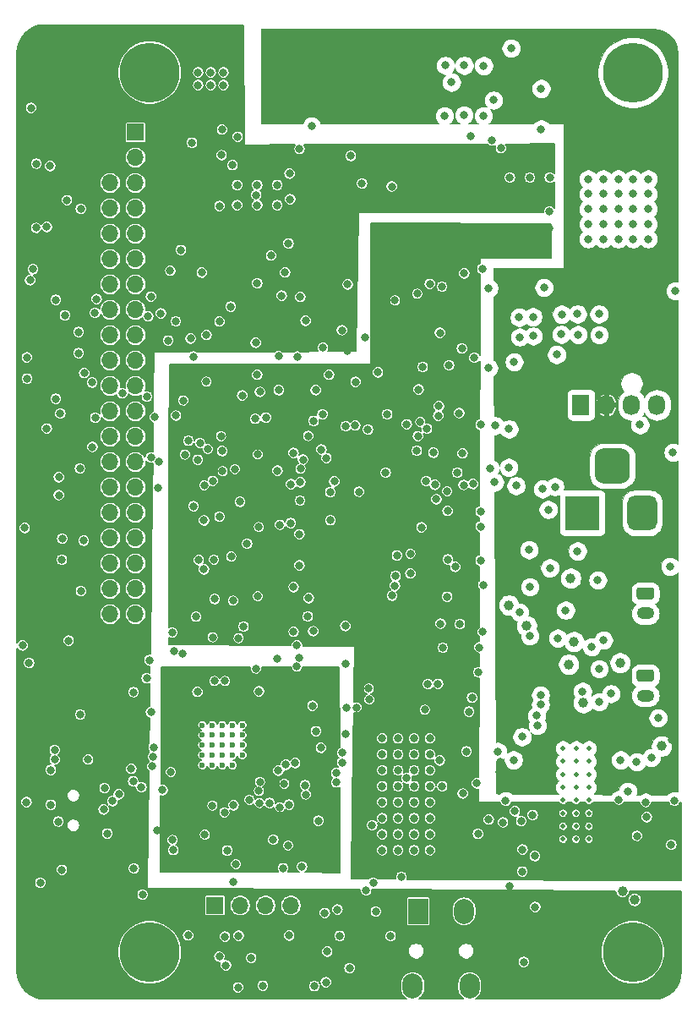
<source format=gbr>
G04 #@! TF.GenerationSoftware,KiCad,Pcbnew,(5.1.7)-1*
G04 #@! TF.CreationDate,2020-11-22T20:52:47-08:00*
G04 #@! TF.ProjectId,SJ-201-R4,534a2d32-3031-42d5-9234-2e6b69636164,rev?*
G04 #@! TF.SameCoordinates,Original*
G04 #@! TF.FileFunction,Copper,L3,Inr*
G04 #@! TF.FilePolarity,Positive*
%FSLAX46Y46*%
G04 Gerber Fmt 4.6, Leading zero omitted, Abs format (unit mm)*
G04 Created by KiCad (PCBNEW (5.1.7)-1) date 2020-11-22 20:52:47*
%MOMM*%
%LPD*%
G01*
G04 APERTURE LIST*
G04 #@! TA.AperFunction,ComponentPad*
%ADD10O,1.730000X2.030000*%
G04 #@! TD*
G04 #@! TA.AperFunction,ComponentPad*
%ADD11R,1.730000X2.030000*%
G04 #@! TD*
G04 #@! TA.AperFunction,ComponentPad*
%ADD12O,2.000000X2.500000*%
G04 #@! TD*
G04 #@! TA.AperFunction,ComponentPad*
%ADD13R,2.000000X2.500000*%
G04 #@! TD*
G04 #@! TA.AperFunction,ComponentPad*
%ADD14R,3.500000X3.500000*%
G04 #@! TD*
G04 #@! TA.AperFunction,ComponentPad*
%ADD15O,1.750000X1.200000*%
G04 #@! TD*
G04 #@! TA.AperFunction,ComponentPad*
%ADD16C,0.600000*%
G04 #@! TD*
G04 #@! TA.AperFunction,ComponentPad*
%ADD17C,0.499999*%
G04 #@! TD*
G04 #@! TA.AperFunction,ComponentPad*
%ADD18C,6.000000*%
G04 #@! TD*
G04 #@! TA.AperFunction,ComponentPad*
%ADD19O,1.700000X1.700000*%
G04 #@! TD*
G04 #@! TA.AperFunction,ComponentPad*
%ADD20R,1.700000X1.700000*%
G04 #@! TD*
G04 #@! TA.AperFunction,ViaPad*
%ADD21C,0.800000*%
G04 #@! TD*
G04 #@! TA.AperFunction,ViaPad*
%ADD22C,1.000000*%
G04 #@! TD*
G04 #@! TA.AperFunction,Conductor*
%ADD23C,0.127000*%
G04 #@! TD*
G04 #@! TA.AperFunction,Conductor*
%ADD24C,0.100000*%
G04 #@! TD*
G04 APERTURE END LIST*
D10*
G04 #@! TO.N,/Monitor/FAN_PWM*
G04 #@! TO.C,J7*
X64338200Y-38280340D03*
G04 #@! TO.N,Net-(J7-Pad3)*
X61798200Y-38280340D03*
G04 #@! TO.N,PVDD*
X59258200Y-38280340D03*
D11*
G04 #@! TO.N,GND*
X56718200Y-38280340D03*
G04 #@! TD*
D12*
G04 #@! TO.N,GND*
G04 #@! TO.C,J2*
X45567720Y-96474400D03*
D13*
G04 #@! TO.N,VoutL*
X40417720Y-88974400D03*
D12*
G04 #@! TO.N,VoutR*
X45017720Y-88974400D03*
G04 #@! TO.N,GND*
X39867720Y-96474400D03*
G04 #@! TD*
G04 #@! TO.N,GND*
G04 #@! TO.C,J1*
G04 #@! TA.AperFunction,ComponentPad*
G36*
G01*
X61605360Y-43509840D02*
X61605360Y-45259840D01*
G75*
G02*
X60730360Y-46134840I-875000J0D01*
G01*
X58980360Y-46134840D01*
G75*
G02*
X58105360Y-45259840I0J875000D01*
G01*
X58105360Y-43509840D01*
G75*
G02*
X58980360Y-42634840I875000J0D01*
G01*
X60730360Y-42634840D01*
G75*
G02*
X61605360Y-43509840I0J-875000D01*
G01*
G37*
G04 #@! TD.AperFunction*
G04 #@! TA.AperFunction,ComponentPad*
G36*
G01*
X64355360Y-48084840D02*
X64355360Y-50084840D01*
G75*
G02*
X63605360Y-50834840I-750000J0D01*
G01*
X62105360Y-50834840D01*
G75*
G02*
X61355360Y-50084840I0J750000D01*
G01*
X61355360Y-48084840D01*
G75*
G02*
X62105360Y-47334840I750000J0D01*
G01*
X63605360Y-47334840D01*
G75*
G02*
X64355360Y-48084840I0J-750000D01*
G01*
G37*
G04 #@! TD.AperFunction*
D14*
G04 #@! TO.N,12v_Unregulated*
X56855360Y-49084840D03*
G04 #@! TD*
D15*
G04 #@! TO.N,/AudioAmp/Right-*
G04 #@! TO.C,J4*
X63169800Y-67379600D03*
G04 #@! TO.N,/AudioAmp/Right+*
G04 #@! TA.AperFunction,ComponentPad*
G36*
G01*
X62544799Y-64779600D02*
X63794801Y-64779600D01*
G75*
G02*
X64044800Y-65029599I0J-249999D01*
G01*
X64044800Y-65729601D01*
G75*
G02*
X63794801Y-65979600I-249999J0D01*
G01*
X62544799Y-65979600D01*
G75*
G02*
X62294800Y-65729601I0J249999D01*
G01*
X62294800Y-65029599D01*
G75*
G02*
X62544799Y-64779600I249999J0D01*
G01*
G37*
G04 #@! TD.AperFunction*
G04 #@! TD*
G04 #@! TO.N,/AudioAmp/Left-*
G04 #@! TO.C,J3*
X63169800Y-59150000D03*
G04 #@! TO.N,/AudioAmp/Left+*
G04 #@! TA.AperFunction,ComponentPad*
G36*
G01*
X62544799Y-56550000D02*
X63794801Y-56550000D01*
G75*
G02*
X64044800Y-56799999I0J-249999D01*
G01*
X64044800Y-57500001D01*
G75*
G02*
X63794801Y-57750000I-249999J0D01*
G01*
X62544799Y-57750000D01*
G75*
G02*
X62294800Y-57500001I0J249999D01*
G01*
X62294800Y-56799999D01*
G75*
G02*
X62544799Y-56550000I249999J0D01*
G01*
G37*
G04 #@! TD.AperFunction*
G04 #@! TD*
D16*
G04 #@! TO.N,GND*
G04 #@! TO.C,U8*
X18783800Y-70345800D03*
X19783800Y-70345800D03*
X20783800Y-70345800D03*
X21783800Y-70345800D03*
X22783800Y-70345800D03*
X18783800Y-71345800D03*
X19783800Y-71345800D03*
X20783800Y-71345800D03*
X21783800Y-71345800D03*
X22783800Y-71345800D03*
X18783800Y-72345800D03*
X19783800Y-72345800D03*
X20783800Y-72345800D03*
X21783800Y-72345800D03*
X22783800Y-72345800D03*
X18783800Y-73345800D03*
X19783800Y-73345800D03*
X20783800Y-73345800D03*
X21783800Y-73345800D03*
X22783800Y-73345800D03*
X18783800Y-74345800D03*
X19783800Y-74345800D03*
X20783800Y-74345800D03*
X21783800Y-74345800D03*
G04 #@! TD*
D17*
G04 #@! TO.N,GND*
G04 #@! TO.C,U3*
X57518700Y-76564099D03*
X56218700Y-76564099D03*
X54918700Y-76564099D03*
X57518700Y-75264099D03*
X56218700Y-75264099D03*
X54918700Y-75264099D03*
X54918700Y-72664099D03*
X56218700Y-72664099D03*
X57518700Y-72664099D03*
X54918700Y-73964099D03*
X56218700Y-73964099D03*
X57518700Y-73964099D03*
X57518700Y-80464101D03*
X56218700Y-80464101D03*
X54918700Y-80464101D03*
X57518700Y-81764101D03*
X56218700Y-81764101D03*
X54918700Y-81764101D03*
X54918700Y-79164101D03*
X56218700Y-79164101D03*
X57518700Y-79164101D03*
X54918700Y-77864101D03*
X56218700Y-77864101D03*
X57518700Y-77864101D03*
G04 #@! TD*
D18*
G04 #@! TO.N,N/C*
G04 #@! TO.C,H4*
X13500000Y-93082120D03*
G04 #@! TD*
G04 #@! TO.N,N/C*
G04 #@! TO.C,H3*
X13500000Y-5000000D03*
G04 #@! TD*
G04 #@! TO.N,N/C*
G04 #@! TO.C,H2*
X61921380Y-93082120D03*
G04 #@! TD*
G04 #@! TO.N,N/C*
G04 #@! TO.C,H1*
X61921380Y-5000000D03*
G04 #@! TD*
D19*
G04 #@! TO.N,GND*
G04 #@! TO.C,J13*
X27670000Y-88400000D03*
G04 #@! TO.N,/RaspberryPi/D-*
X25130000Y-88400000D03*
G04 #@! TO.N,/RaspberryPi/D+*
X22590000Y-88400000D03*
D20*
G04 #@! TO.N,Net-(J13-Pad1)*
X20050000Y-88400000D03*
G04 #@! TD*
D19*
G04 #@! TO.N,I2S_DOUT_PI*
G04 #@! TO.C,J6*
X9552940Y-59237880D03*
G04 #@! TO.N,GND*
X12092940Y-59237880D03*
G04 #@! TO.N,I2S_DIN_PI*
X9552940Y-56697880D03*
G04 #@! TO.N,Boot_Sel*
X12092940Y-56697880D03*
G04 #@! TO.N,Enable1V*
X9552940Y-54157880D03*
G04 #@! TO.N,I2S_LRCK_PI*
X12092940Y-54157880D03*
G04 #@! TO.N,GND*
X9552940Y-51617880D03*
G04 #@! TO.N,N/C*
X12092940Y-51617880D03*
X9552940Y-49077880D03*
X12092940Y-49077880D03*
G04 #@! TO.N,GND*
X9552940Y-46537880D03*
G04 #@! TO.N,Net-(J6-Pad29)*
X12092940Y-46537880D03*
G04 #@! TO.N,N/C*
X9552940Y-43997880D03*
X12092940Y-43997880D03*
G04 #@! TO.N,ATtinyRESET*
X9552940Y-41457880D03*
G04 #@! TO.N,GND*
X12092940Y-41457880D03*
G04 #@! TO.N,SPI_CSn*
X9552940Y-38917880D03*
G04 #@! TO.N,SPI_CLK*
X12092940Y-38917880D03*
G04 #@! TO.N,Net-(J6-Pad22)*
X9552940Y-36377880D03*
G04 #@! TO.N,SPI_MISO*
X12092940Y-36377880D03*
G04 #@! TO.N,GND*
X9552940Y-33837880D03*
G04 #@! TO.N,SPI_MOSI*
X12092940Y-33837880D03*
G04 #@! TO.N,Net-(J6-Pad18)*
X9552940Y-31297880D03*
G04 #@! TO.N,N/C*
X12092940Y-31297880D03*
G04 #@! TO.N,Net-(J6-Pad16)*
X9552940Y-28757880D03*
G04 #@! TO.N,Net-(J6-Pad15)*
X12092940Y-28757880D03*
G04 #@! TO.N,GND*
X9552940Y-26217880D03*
G04 #@! TO.N,XMOS_SendReset*
X12092940Y-26217880D03*
G04 #@! TO.N,I2S_BCLK_PI*
X9552940Y-23677880D03*
G04 #@! TO.N,TPU_RST_L*
X12092940Y-23677880D03*
G04 #@! TO.N,UART_RXD_PI*
X9552940Y-21137880D03*
G04 #@! TO.N,GND*
X12092940Y-21137880D03*
G04 #@! TO.N,UART_TXD_PI*
X9552940Y-18597880D03*
G04 #@! TO.N,I2S_MCLK_PI*
X12092940Y-18597880D03*
G04 #@! TO.N,GND*
X9552940Y-16057880D03*
G04 #@! TO.N,SCL_PI*
X12092940Y-16057880D03*
G04 #@! TO.N,+5V*
X9552940Y-13517880D03*
G04 #@! TO.N,SDA_PI*
X12092940Y-13517880D03*
G04 #@! TO.N,+5V*
X9552940Y-10977880D03*
D20*
G04 #@! TO.N,N/C*
X12092940Y-10977880D03*
G04 #@! TD*
D21*
G04 #@! TO.N,+5V*
X14795500Y-18256000D03*
X14795500Y-16256000D03*
X16795500Y-16256000D03*
X18795500Y-16256000D03*
X18795500Y-18256000D03*
X16795500Y-18256000D03*
X31470600Y-35260280D03*
X28519120Y-54350920D03*
X22560280Y-47970440D03*
X47477680Y-34584640D03*
X30778200Y-22097500D03*
X28778200Y-22097500D03*
X28778200Y-20097500D03*
X30778200Y-18097500D03*
X32778200Y-22097500D03*
X45631100Y-11328400D03*
X32778200Y-18097500D03*
X30778200Y-20097500D03*
X32778200Y-20097500D03*
X33337100Y-32908447D03*
X46720760Y-15621000D03*
X33146370Y-40411400D03*
X28778200Y-18097500D03*
X51548520Y-17228080D03*
X49548520Y-17228080D03*
X53548520Y-17228080D03*
X62631320Y-40274240D03*
X53599080Y-54604920D03*
X47487840Y-26609040D03*
X42792188Y-26435547D03*
X28508960Y-51231800D03*
X29895800Y-60934600D03*
X49524922Y-86481920D03*
X50830480Y-85008720D03*
X65638680Y-54447440D03*
X53436520Y-48753708D03*
X46881488Y-61020960D03*
X48127920Y-40360600D03*
X49511544Y-40692655D03*
X41282284Y-40660358D03*
X42648578Y-60177504D03*
X31620460Y-49824640D03*
X28572381Y-47861309D03*
X42088581Y-46269663D03*
X44577794Y-60223717D03*
D22*
G04 #@! TO.N,VoutL*
X62097920Y-87828120D03*
G04 #@! TO.N,VoutR*
X60893960Y-86954360D03*
D21*
G04 #@! TO.N,Net-(C22-Pad1)*
X54401720Y-61630560D03*
X51583258Y-61392696D03*
G04 #@! TO.N,Net-(C23-Pad1)*
X56872866Y-66962146D03*
X59732929Y-67196193D03*
G04 #@! TO.N,+3V3*
X20765052Y-53401372D03*
X15767184Y-60029224D03*
X19037300Y-81305400D03*
X16121992Y-29911610D03*
X15798800Y-81826100D03*
X44277280Y-29804360D03*
X44201080Y-31201360D03*
X45887640Y-29616400D03*
X45928280Y-31328360D03*
X53550320Y-20614640D03*
X51550320Y-20614640D03*
X39964360Y-23347101D03*
X37759640Y-16403320D03*
X44455080Y-85201760D03*
X46329600Y-84551520D03*
X45359320Y-84556600D03*
X42697400Y-85176360D03*
X40670480Y-85100160D03*
X38925500Y-29641800D03*
X38900100Y-32486600D03*
X40233600Y-29629100D03*
X40182800Y-32499300D03*
X32778700Y-30797500D03*
X11846560Y-75956160D03*
X49027080Y-84160360D03*
X20507960Y-29921200D03*
X64770000Y-81523840D03*
X26553064Y-78548164D03*
X21681440Y-38608000D03*
X19263360Y-38338760D03*
X9255760Y-81193640D03*
X42387520Y-53576220D03*
X26153684Y-39236174D03*
X23294625Y-53538750D03*
G04 #@! TO.N,+1V0*
X1630680Y-8539480D03*
X28803600Y-70733920D03*
X16169640Y-67838320D03*
X29484320Y-72664320D03*
X777870Y-62362080D03*
X13903192Y-72559079D03*
X30383480Y-77083920D03*
X8902700Y-78790800D03*
X14224000Y-80873600D03*
X20096369Y-79251750D03*
X35504120Y-67777360D03*
X35466020Y-66677540D03*
X30289500Y-65796160D03*
X27661434Y-67019355D03*
X27931750Y-66090896D03*
X21804545Y-64850095D03*
X41079420Y-68803520D03*
G04 #@! TO.N,GPIO25*
X21669926Y-53457703D03*
X20655364Y-41407080D03*
X1168400Y-78059280D03*
X977871Y-50601880D03*
X26547609Y-50279218D03*
X18542000Y-42087800D03*
X24444960Y-50502820D03*
G04 #@! TO.N,GPIO24*
X16875760Y-37826948D03*
X40620528Y-39978741D03*
X39634126Y-53183781D03*
X43309931Y-46919668D03*
G04 #@! TO.N,GPIO23*
X6386130Y-30977840D03*
X6386130Y-33091760D03*
X15356840Y-31841440D03*
X6512560Y-44637960D03*
X6898640Y-51866800D03*
G04 #@! TO.N,GPIO22*
X4102701Y-27762200D03*
X4102691Y-37658040D03*
X10769600Y-37117879D03*
X19187160Y-35956240D03*
X3540760Y-14351000D03*
X3200400Y-20462240D03*
X13234517Y-37439846D03*
G04 #@! TO.N,/xmos/XL_DN1*
X21051520Y-91516200D03*
X21148040Y-94386400D03*
X31165800Y-96078040D03*
G04 #@! TO.N,/xmos/XL_DN0*
X31288912Y-93008106D03*
G04 #@! TO.N,/xmos/TDO*
X24841200Y-96443800D03*
X27000200Y-76212700D03*
X24549100Y-76034900D03*
G04 #@! TO.N,/xmos/XL_UP0*
X31051500Y-89154000D03*
G04 #@! TO.N,/xmos/TCK*
X30007560Y-96464120D03*
X29143390Y-77299336D03*
X23495000Y-77812900D03*
G04 #@! TO.N,/xmos/TMS*
X23672801Y-93658128D03*
G04 #@! TO.N,/xmos/XL_UP1*
X36170729Y-88998430D03*
G04 #@! TO.N,/xmos/TDI*
X32185825Y-76087616D03*
X24451213Y-76932924D03*
X33528000Y-94670250D03*
G04 #@! TO.N,Net-(R36-Pad1)*
X30165927Y-70958881D03*
X33161611Y-71215890D03*
G04 #@! TO.N,/xmos/QSPI_CLK*
X28247804Y-64484094D03*
X24154790Y-64673532D03*
X24332868Y-57437879D03*
X21864320Y-57878980D03*
G04 #@! TO.N,/xmos/QSPI_D1*
X22412960Y-61622940D03*
X19817080Y-61534040D03*
X16802100Y-63182500D03*
G04 #@! TO.N,/xmos/QSPI_CS_N*
X28452168Y-63607592D03*
X15936350Y-62936538D03*
G04 #@! TO.N,Net-(R43-Pad2)*
X20710590Y-13268688D03*
G04 #@! TO.N,/xmos/MIC_CLK*
X4399803Y-47307500D03*
X3999792Y-73782229D03*
X13788019Y-74455002D03*
X20817860Y-44914795D03*
G04 #@! TO.N,Net-(R44-Pad2)*
X22313900Y-11430000D03*
G04 #@! TO.N,/xmos/MIC_DATA*
X13643024Y-69051056D03*
X22048884Y-44709080D03*
X7336949Y-73782229D03*
X6547209Y-69274866D03*
X15626080Y-75031600D03*
X13643125Y-43537982D03*
G04 #@! TO.N,Net-(R45-Pad2)*
X11925300Y-84683600D03*
G04 #@! TO.N,Net-(R46-Pad2)*
X27376120Y-82387440D03*
X12801600Y-87312500D03*
X21889720Y-86012020D03*
G04 #@! TO.N,USB_XMOS_D_P*
X33185880Y-68557140D03*
X19989922Y-65919974D03*
G04 #@! TO.N,USB_XMOS_D_N*
X34235880Y-68557140D03*
X21039922Y-65919974D03*
G04 #@! TO.N,Net-(C25-Pad1)*
X55181500Y-58826400D03*
X50549344Y-59038829D03*
G04 #@! TO.N,Net-(C28-Pad1)*
X36372800Y-35013900D03*
G04 #@! TO.N,Net-(C33-Pad1)*
X35377120Y-40746680D03*
X39270517Y-40219138D03*
G04 #@! TO.N,Net-(D10-Pad4)*
X46674410Y-53860700D03*
X46539569Y-62546461D03*
G04 #@! TO.N,Net-(D20-Pad1)*
X22367240Y-96606360D03*
G04 #@! TO.N,Net-(R23-Pad1)*
X32012547Y-45946429D03*
X28598443Y-46020844D03*
G04 #@! TO.N,/xmos/3V3_MIC0*
X27520900Y-15113000D03*
G04 #@! TO.N,/xmos/3V3_MIC1*
X22145307Y-84261998D03*
G04 #@! TO.N,3.3vHUB*
X34477960Y-46967140D03*
X37139880Y-45062140D03*
G04 #@! TO.N,/xmos/3V3_MIC*
X19943085Y-53767965D03*
X20502880Y-18359118D03*
X4699814Y-53784500D03*
X3599781Y-78320900D03*
X24499518Y-78132936D03*
X5214620Y-17780000D03*
G04 #@! TO.N,/xmos/MIC_DATA_M*
X24335379Y-43240999D03*
X14414283Y-44002026D03*
X28613520Y-44670832D03*
G04 #@! TO.N,/xmos/MIC_CLK_M*
X18973800Y-46329600D03*
X17739360Y-12034520D03*
X14372533Y-46615502D03*
G04 #@! TO.N,SCL_PI*
X14620971Y-29107551D03*
G04 #@! TO.N,SDA_PI*
X35052000Y-31526480D03*
X29718000Y-10342880D03*
G04 #@! TO.N,GPIO5*
X61396880Y-76967080D03*
X51511200Y-52786280D03*
X62334281Y-81426520D03*
X52268528Y-69391762D03*
G04 #@! TO.N,PVDD*
X65798700Y-67849500D03*
X65798700Y-69849500D03*
X65798700Y-71849500D03*
X65798700Y-73849500D03*
X65798700Y-65849500D03*
X59410600Y-9232900D03*
X63410600Y-9232900D03*
X61410600Y-9232900D03*
X59410600Y-11232900D03*
X63410600Y-11232900D03*
X61410600Y-11232900D03*
X27533600Y-6337300D03*
X28803600Y-5067300D03*
X26263600Y-6337300D03*
X27533600Y-5067300D03*
X28803600Y-6337300D03*
X26263600Y-5067300D03*
X62184280Y-29245560D03*
X65948560Y-29204920D03*
X65989200Y-31257240D03*
X64251840Y-29225240D03*
X64251840Y-31155640D03*
X62143640Y-31216600D03*
X52471320Y-33380680D03*
X52471320Y-34930080D03*
X51465480Y-34874200D03*
X51435000Y-33380680D03*
X48602900Y-73990200D03*
X48577500Y-75044300D03*
G04 #@! TO.N,Net-(C8-Pad2)*
X47967900Y-7759700D03*
X47802800Y-11798300D03*
G04 #@! TO.N,Net-(D14-Pad1)*
X52725000Y-6600000D03*
X43738800Y-5969000D03*
G04 #@! TO.N,Net-(DM3-Pad1)*
X43347640Y-48887380D03*
G04 #@! TO.N,Net-(DP3-Pad1)*
X42237660Y-47726600D03*
G04 #@! TO.N,Net-(D3-Pad2)*
X30153380Y-36800520D03*
X29931258Y-39888931D03*
G04 #@! TO.N,Net-(D4-Pad2)*
X18328640Y-43779440D03*
X17904296Y-48426485D03*
G04 #@! TO.N,Net-(D5-Pad2)*
X18938240Y-54737000D03*
X20505782Y-49469040D03*
G04 #@! TO.N,Net-(D6-Pad2)*
X27931750Y-60990480D03*
X27931750Y-56520080D03*
G04 #@! TO.N,Net-(D10-Pad2)*
X51585651Y-56482218D03*
X50205975Y-46366979D03*
G04 #@! TO.N,Net-(D11-Pad2)*
X46674410Y-40246300D03*
X46675040Y-48961040D03*
G04 #@! TO.N,Net-(D12-Pad2)*
X40853990Y-34482410D03*
X40388092Y-41403269D03*
G04 #@! TO.N,GND*
X23262838Y-52177737D03*
X51897280Y-29453840D03*
X50535840Y-29509720D03*
X50581560Y-31480760D03*
X26275800Y-18268700D03*
X46964600Y-4305300D03*
X22275800Y-18268700D03*
X45021500Y-4292600D03*
X26275800Y-16268700D03*
X24275800Y-16268700D03*
X24275800Y-18268700D03*
X22275800Y-16268700D03*
X43141900Y-4292600D03*
X66076048Y-77917625D03*
X26868120Y-84673440D03*
X15758160Y-61066680D03*
X52730400Y-10655300D03*
X56375300Y-52908200D03*
X19634200Y-6261100D03*
X20904200Y-6261100D03*
X18364200Y-4991100D03*
X19634200Y-4991100D03*
X18364200Y-6261100D03*
X20904200Y-4991100D03*
X46393862Y-81221823D03*
X48898811Y-80072701D03*
X49181983Y-77914500D03*
X28524200Y-12649200D03*
X20764500Y-10706100D03*
X24174940Y-17256760D03*
X40741600Y-50533300D03*
X50863500Y-82791300D03*
X44996100Y-9258300D03*
X46939200Y-9321800D03*
X43040300Y-9321800D03*
X49710911Y-2568110D03*
X38391900Y-73266100D03*
X36791900Y-82866100D03*
X41591900Y-81266100D03*
X38391900Y-74866100D03*
X38391900Y-76466100D03*
X41591900Y-82866100D03*
X36791900Y-78066100D03*
X39991900Y-71666100D03*
X38391900Y-78066100D03*
X39991900Y-78066100D03*
X41591900Y-79666100D03*
X36791900Y-74866100D03*
X38391900Y-71666100D03*
X39991900Y-74866100D03*
X38391900Y-81266100D03*
X39991900Y-82866100D03*
X38391900Y-82866100D03*
X39991900Y-79666100D03*
X38391900Y-79666100D03*
X41591900Y-71666100D03*
X41591900Y-73266100D03*
X39991900Y-73266100D03*
X36791900Y-76466100D03*
X39991900Y-76466100D03*
X41591900Y-78066100D03*
X41591900Y-74866100D03*
X36791900Y-81266100D03*
X36791900Y-73266100D03*
X36791900Y-79666100D03*
X39991900Y-81266100D03*
X41591900Y-76466100D03*
X58536840Y-31257240D03*
X56423560Y-31236920D03*
X58516520Y-29184600D03*
X54787800Y-29204920D03*
X54747160Y-31216600D03*
X56367680Y-29184600D03*
X17604925Y-31636461D03*
X14808200Y-76847700D03*
X15875000Y-82842100D03*
X25882600Y-81813400D03*
X29824680Y-68407280D03*
X28260040Y-62351920D03*
X18953480Y-49844960D03*
X19818890Y-45895635D03*
X51927760Y-31379160D03*
X34093764Y-40340911D03*
X27575801Y-17678400D03*
X21628100Y-28435300D03*
X21803590Y-14260532D03*
X51590960Y-15514320D03*
X53550320Y-18928080D03*
X53590960Y-15514320D03*
X49590960Y-15514320D03*
X37642800Y-91465400D03*
X32550100Y-91452700D03*
X21277062Y-82898244D03*
X27482800Y-91404200D03*
X57795160Y-62509400D03*
X26441400Y-36791900D03*
X34137600Y-35979100D03*
X48704500Y-12569690D03*
X33655000Y-13347700D03*
X34785300Y-16103600D03*
X13208000Y-65643760D03*
X46674410Y-50457100D03*
X20767270Y-42900291D03*
X4399803Y-45511720D03*
X4749814Y-51663600D03*
X11887200Y-67035680D03*
X11663680Y-74716640D03*
X17368520Y-91389200D03*
X22423120Y-91424760D03*
X30667960Y-72603360D03*
X42585640Y-31054040D03*
X30419040Y-79918560D03*
X36791900Y-71666100D03*
X27472870Y-78310510D03*
X27630120Y-50119280D03*
X2153920Y-14117320D03*
X2133600Y-20548600D03*
X8991600Y-76644500D03*
X63309500Y-79552800D03*
X57449720Y-15661640D03*
X58949720Y-15661640D03*
X60449720Y-15661640D03*
X61949720Y-15661640D03*
X63449720Y-15661640D03*
X57449720Y-17161640D03*
X58949720Y-17161640D03*
X60449720Y-17161640D03*
X61949720Y-17161640D03*
X63449720Y-17161640D03*
X57449720Y-18661640D03*
X58949720Y-18661640D03*
X60449720Y-18661640D03*
X61949720Y-18661640D03*
X63449720Y-18661640D03*
X57449720Y-20161640D03*
X58949720Y-20161640D03*
X60449720Y-20161640D03*
X61949720Y-20161640D03*
X63449720Y-20161640D03*
X57449720Y-21661640D03*
X58949720Y-21661640D03*
X60449720Y-21661640D03*
X61949720Y-21661640D03*
X63449720Y-21661640D03*
X52869158Y-46696479D03*
X63761725Y-73606762D03*
X60680600Y-73824792D03*
X45803820Y-67591940D03*
X45505006Y-68987427D03*
X33115919Y-64236600D03*
X33115919Y-60413900D03*
X42402760Y-66212720D03*
X41389300Y-66233040D03*
X42872660Y-62583060D03*
X37297360Y-39213921D03*
X33348636Y-26218110D03*
X40453979Y-36733480D03*
X40260585Y-42857128D03*
X46927747Y-56306289D03*
X43306246Y-57490684D03*
X38284115Y-53350653D03*
X27669249Y-46218638D03*
X31605220Y-47012860D03*
X44846445Y-43129238D03*
X47605362Y-44605828D03*
X37796162Y-57380209D03*
X22904790Y-60469780D03*
X26243280Y-63690500D03*
X20017740Y-57706260D03*
G04 #@! TO.N,Net-(J13-Pad1)*
X20494816Y-93513133D03*
X50993040Y-94046040D03*
G04 #@! TO.N,/RaspberryPi/D+*
X35183688Y-86878552D03*
G04 #@! TO.N,/RaspberryPi/D-*
X35926152Y-86136088D03*
G04 #@! TO.N,SCL*
X60516886Y-77790423D03*
X53009800Y-26527760D03*
X38089840Y-27813000D03*
X40314880Y-27152600D03*
X28590240Y-27468130D03*
X54279800Y-33233360D03*
X50022760Y-33975040D03*
X52342816Y-70385303D03*
G04 #@! TO.N,SCL_XMOS*
X9779000Y-77939900D03*
X13634720Y-27437080D03*
X19801521Y-78401405D03*
G04 #@! TO.N,SDA*
X65938400Y-43017440D03*
X63200280Y-78046394D03*
X66182240Y-26868120D03*
X52662421Y-67325187D03*
X54102902Y-46467662D03*
X29124099Y-29844136D03*
G04 #@! TO.N,SDA_XMOS*
X10414000Y-77266800D03*
X19323760Y-42697400D03*
X20993100Y-79082900D03*
X19197320Y-31282640D03*
X17036350Y-43251061D03*
G04 #@! TO.N,Net-(J6-Pad22)*
X7772400Y-42481500D03*
X17389997Y-41855503D03*
G04 #@! TO.N,Net-(J6-Pad18)*
X16138920Y-39346816D03*
X8061960Y-39565001D03*
X14036040Y-39497000D03*
X4551680Y-39141400D03*
X8024439Y-29057600D03*
X5019040Y-29306520D03*
G04 #@! TO.N,Net-(J6-Pad15)*
X8188960Y-27680920D03*
D22*
G04 #@! TO.N,/AudioAmp/OUT_A1-*
X56027320Y-61970920D03*
X51274436Y-60389126D03*
G04 #@! TO.N,/AudioAmp/OUT_B1-*
X60619640Y-64099440D03*
X55478680Y-64241680D03*
G04 #@! TO.N,/AudioAmp/OUT_A1+*
X55697120Y-55620920D03*
X49501798Y-58314134D03*
G04 #@! TO.N,/AudioAmp/OUT_B1+*
X64800480Y-72445880D03*
X56957892Y-68098332D03*
D21*
G04 #@! TO.N,Net-(C26-Pad1)*
X52662421Y-68275200D03*
X62306200Y-74029090D03*
G04 #@! TO.N,+1V8*
X46292689Y-76166221D03*
X39254807Y-75652084D03*
G04 #@! TO.N,Net-(R10-Pad2)*
X45252640Y-72979280D03*
X42568991Y-73875397D03*
G04 #@! TO.N,USB_CORAL_D-*
X43384564Y-53755852D03*
X38140945Y-55398485D03*
X44961344Y-46291450D03*
X41211675Y-45904207D03*
G04 #@! TO.N,USB_CORAL_D+*
X44127028Y-54498316D03*
X38075572Y-56383112D03*
X45905909Y-46189860D03*
X41935849Y-43064377D03*
G04 #@! TO.N,SPI_CSn*
X25147892Y-39550399D03*
G04 #@! TO.N,SPI_CLK*
X24079831Y-39656804D03*
G04 #@! TO.N,SPI_MISO*
X1224280Y-35656520D03*
X1427480Y-64114680D03*
X7736840Y-36037520D03*
X18291454Y-67002414D03*
G04 #@! TO.N,SPI_MOSI*
X44785280Y-32623760D03*
X24460200Y-66954400D03*
X46441360Y-65041780D03*
G04 #@! TO.N,Boot_Sel*
X13487400Y-63820040D03*
G04 #@! TO.N,Neopixel*
X24282394Y-35253706D03*
G04 #@! TO.N,SDOUT_I2S_AMP*
X26392959Y-74900229D03*
X32190067Y-75137614D03*
X32321500Y-88811100D03*
X52133500Y-88544400D03*
X65760600Y-82321400D03*
X52095400Y-83451700D03*
G04 #@! TO.N,I2S_DOUT_XMOS*
X4349886Y-79988410D03*
X25514300Y-78143100D03*
G04 #@! TO.N,XMOS_SendReset*
X12674600Y-76555600D03*
X21915723Y-78359377D03*
X3599781Y-74838560D03*
X1534160Y-25796240D03*
G04 #@! TO.N,/AudioAmp/Left+*
X58407300Y-55816500D03*
G04 #@! TO.N,/AudioAmp/Left-*
X58978800Y-61823600D03*
G04 #@! TO.N,/AudioAmp/Right+*
X64439800Y-69621402D03*
X58531760Y-68011040D03*
G04 #@! TO.N,/AudioAmp/Right-*
X58547000Y-64693800D03*
G04 #@! TO.N,FanPWM*
X22783800Y-37327840D03*
X42474222Y-38411549D03*
G04 #@! TO.N,Net-(R9-Pad2)*
X26736040Y-27335480D03*
G04 #@! TO.N,I2S_DOUT_PI*
X29443680Y-57617360D03*
G04 #@! TO.N,I2S_DIN_PI*
X6619240Y-56921400D03*
X5384800Y-61874400D03*
G04 #@! TO.N,Enable1V*
X39634160Y-55153560D03*
G04 #@! TO.N,I2S_LRCK_PI*
X30708600Y-42748200D03*
X27919797Y-43089760D03*
X18420080Y-53817520D03*
X29337000Y-59461400D03*
X18150840Y-59468390D03*
G04 #@! TO.N,I2S_BCLK_PI*
X16637000Y-22783800D03*
G04 #@! TO.N,TPU_RST_L*
X25669240Y-23317200D03*
X44881800Y-77190600D03*
X46037500Y-33553400D03*
X26419515Y-33407144D03*
G04 #@! TO.N,TPU_PMIC_EN*
X38729920Y-85537040D03*
X2557280Y-86119511D03*
X1205899Y-33517840D03*
X24137620Y-32059880D03*
G04 #@! TO.N,TPU_PGOOD*
X47477680Y-79791560D03*
X35793680Y-80370680D03*
X24282400Y-26090880D03*
X41574720Y-26167080D03*
X48055942Y-46011017D03*
X44323259Y-45062757D03*
G04 #@! TO.N,I2S_DIN_AMP*
X50736500Y-79946500D03*
X29079307Y-76351488D03*
X29392993Y-41381793D03*
X4707551Y-84835448D03*
X3199770Y-40640000D03*
X30816009Y-39213921D03*
X28772880Y-84521670D03*
G04 #@! TO.N,I2S_LRCK_AMP*
X50091041Y-78959055D03*
X49952911Y-73821239D03*
X26318158Y-44868870D03*
X49488359Y-44536360D03*
G04 #@! TO.N,I2S_LRCK_XMOS*
X27138004Y-74310796D03*
X31207804Y-43603667D03*
X32785184Y-74090664D03*
X28863594Y-43754325D03*
G04 #@! TO.N,I2S_BCLK_XMOS*
X28072080Y-74137520D03*
X32808467Y-73112771D03*
X30862759Y-32565553D03*
X17888280Y-33440470D03*
G04 #@! TO.N,TPU_INTR*
X42810376Y-76466101D03*
X27076400Y-25015881D03*
X45013880Y-25105360D03*
X48366680Y-72974200D03*
G04 #@! TO.N,I2S_MCLK_XMOS*
X15570200Y-24841200D03*
X1816100Y-24676100D03*
X3999792Y-72832216D03*
X13869565Y-73508496D03*
G04 #@! TO.N,I2S_BCLK_AMP*
X18732500Y-25019000D03*
X46847760Y-24653240D03*
X51879893Y-79342423D03*
X50807400Y-71513911D03*
G04 #@! TO.N,UART_RXD_PI*
X27416760Y-22108160D03*
G04 #@! TO.N,UART_TXD_PI*
X28285440Y-33441010D03*
X6614160Y-18643600D03*
X6949440Y-35092640D03*
G04 #@! TO.N,FanTach*
X24559260Y-36974780D03*
X42429372Y-39360490D03*
G04 #@! TO.N,/Monitor/FAN_PWM*
X43489880Y-34313519D03*
G04 #@! TO.N,Net-(J7-Pad3)*
X44518580Y-39095680D03*
G04 #@! TO.N,Net-(R9-Pad2)*
X13368020Y-29413840D03*
G04 #@! TD*
D23*
G04 #@! TO.N,+3V3*
X53733243Y-20134473D02*
X53708529Y-23571364D01*
X46669755Y-23594060D01*
X46657371Y-23595320D01*
X46645471Y-23598972D01*
X46634511Y-23604876D01*
X46624914Y-23612804D01*
X46617048Y-23622452D01*
X46611216Y-23633449D01*
X46607641Y-23645373D01*
X46606460Y-23657364D01*
X46605127Y-24089695D01*
X46557159Y-24109564D01*
X46456677Y-24176704D01*
X46371224Y-24262157D01*
X46304084Y-24362639D01*
X46257837Y-24474289D01*
X46234260Y-24592816D01*
X46234260Y-24713664D01*
X46257837Y-24832191D01*
X46304084Y-24943841D01*
X46371224Y-25044323D01*
X46456677Y-25129776D01*
X46557159Y-25196916D01*
X46601657Y-25215348D01*
X46576867Y-33256350D01*
X46514036Y-33162317D01*
X46428583Y-33076864D01*
X46328101Y-33009724D01*
X46216451Y-32963477D01*
X46097924Y-32939900D01*
X45977076Y-32939900D01*
X45858549Y-32963477D01*
X45746899Y-33009724D01*
X45646417Y-33076864D01*
X45560964Y-33162317D01*
X45493824Y-33262799D01*
X45447577Y-33374449D01*
X45424000Y-33492976D01*
X45424000Y-33613824D01*
X45447577Y-33732351D01*
X45493824Y-33844001D01*
X45560964Y-33944483D01*
X45646417Y-34029936D01*
X45746899Y-34097076D01*
X45858549Y-34143323D01*
X45977076Y-34166900D01*
X46097924Y-34166900D01*
X46216451Y-34143323D01*
X46328101Y-34097076D01*
X46428583Y-34029936D01*
X46514036Y-33944483D01*
X46575027Y-33853204D01*
X46557174Y-39644101D01*
X46495459Y-39656377D01*
X46383809Y-39702624D01*
X46283327Y-39769764D01*
X46197874Y-39855217D01*
X46130734Y-39955699D01*
X46084487Y-40067349D01*
X46060910Y-40185876D01*
X46060910Y-40306724D01*
X46084487Y-40425251D01*
X46130734Y-40536901D01*
X46197874Y-40637383D01*
X46283327Y-40722836D01*
X46383809Y-40789976D01*
X46495459Y-40836223D01*
X46553463Y-40847761D01*
X46530289Y-48364314D01*
X46496089Y-48371117D01*
X46384439Y-48417364D01*
X46283957Y-48484504D01*
X46198504Y-48569957D01*
X46131364Y-48670439D01*
X46085117Y-48782089D01*
X46061540Y-48900616D01*
X46061540Y-49021464D01*
X46085117Y-49139991D01*
X46131364Y-49251641D01*
X46198504Y-49352123D01*
X46283957Y-49437576D01*
X46384439Y-49504716D01*
X46496089Y-49550963D01*
X46526612Y-49557035D01*
X46525675Y-49861167D01*
X46495459Y-49867177D01*
X46383809Y-49913424D01*
X46283327Y-49980564D01*
X46197874Y-50066017D01*
X46130734Y-50166499D01*
X46084487Y-50278149D01*
X46060910Y-50396676D01*
X46060910Y-50517524D01*
X46084487Y-50636051D01*
X46130734Y-50747701D01*
X46197874Y-50848183D01*
X46283327Y-50933636D01*
X46383809Y-51000776D01*
X46495459Y-51047023D01*
X46522003Y-51052303D01*
X46515175Y-53266855D01*
X46495459Y-53270777D01*
X46383809Y-53317024D01*
X46283327Y-53384164D01*
X46197874Y-53469617D01*
X46130734Y-53570099D01*
X46084487Y-53681749D01*
X46060910Y-53800276D01*
X46060910Y-53921124D01*
X46084487Y-54039651D01*
X46130734Y-54151301D01*
X46197874Y-54251783D01*
X46283327Y-54337236D01*
X46383809Y-54404376D01*
X46495459Y-54450623D01*
X46511516Y-54453817D01*
X46507183Y-55859234D01*
X46451211Y-55915206D01*
X46384071Y-56015688D01*
X46337824Y-56127338D01*
X46314247Y-56245865D01*
X46314247Y-56366713D01*
X46337824Y-56485240D01*
X46384071Y-56596890D01*
X46451211Y-56697372D01*
X46504435Y-56750596D01*
X46492743Y-60542861D01*
X46490405Y-60544424D01*
X46404952Y-60629877D01*
X46337812Y-60730359D01*
X46291565Y-60842009D01*
X46267988Y-60960536D01*
X46267988Y-61081384D01*
X46291565Y-61199911D01*
X46337812Y-61311561D01*
X46404952Y-61412043D01*
X46489802Y-61496893D01*
X46488458Y-61932961D01*
X46479145Y-61932961D01*
X46360618Y-61956538D01*
X46248968Y-62002785D01*
X46148486Y-62069925D01*
X46063033Y-62155378D01*
X45995893Y-62255860D01*
X45949646Y-62367510D01*
X45926069Y-62486037D01*
X45926069Y-62606885D01*
X45949646Y-62725412D01*
X45995893Y-62837062D01*
X46063033Y-62937544D01*
X46148486Y-63022997D01*
X46248968Y-63090137D01*
X46360618Y-63136384D01*
X46479145Y-63159961D01*
X46484675Y-63159961D01*
X46480765Y-64428280D01*
X46380936Y-64428280D01*
X46262409Y-64451857D01*
X46150759Y-64498104D01*
X46050277Y-64565244D01*
X45964824Y-64650697D01*
X45897684Y-64751179D01*
X45851437Y-64862829D01*
X45827860Y-64981356D01*
X45827860Y-65102204D01*
X45851437Y-65220731D01*
X45897684Y-65332381D01*
X45964824Y-65432863D01*
X46050277Y-65518316D01*
X46150759Y-65585456D01*
X46262409Y-65631703D01*
X46380936Y-65655280D01*
X46476982Y-65655280D01*
X46446411Y-75571280D01*
X46353113Y-75552721D01*
X46232265Y-75552721D01*
X46113738Y-75576298D01*
X46002088Y-75622545D01*
X45901606Y-75689685D01*
X45816153Y-75775138D01*
X45749013Y-75875620D01*
X45702766Y-75987270D01*
X45679189Y-76105797D01*
X45679189Y-76226645D01*
X45702766Y-76345172D01*
X45749013Y-76456822D01*
X45816153Y-76557304D01*
X45901606Y-76642757D01*
X46002088Y-76709897D01*
X46113738Y-76756144D01*
X46232265Y-76779721D01*
X46353113Y-76779721D01*
X46442741Y-76761893D01*
X46438820Y-78033684D01*
X46440002Y-78046076D01*
X46443579Y-78057999D01*
X46449413Y-78068996D01*
X46457281Y-78078643D01*
X46466879Y-78086569D01*
X46477839Y-78092471D01*
X46489740Y-78096121D01*
X46502376Y-78097380D01*
X48592928Y-78095546D01*
X48638307Y-78205101D01*
X48705447Y-78305583D01*
X48790900Y-78391036D01*
X48891382Y-78458176D01*
X49003032Y-78504423D01*
X49121559Y-78528000D01*
X49242407Y-78528000D01*
X49360934Y-78504423D01*
X49472584Y-78458176D01*
X49573066Y-78391036D01*
X49658519Y-78305583D01*
X49725659Y-78205101D01*
X49771466Y-78094512D01*
X54512431Y-78090353D01*
X54558677Y-78159565D01*
X54623236Y-78224124D01*
X54699151Y-78274849D01*
X54783502Y-78309788D01*
X54873049Y-78327600D01*
X54964351Y-78327600D01*
X55053898Y-78309788D01*
X55138249Y-78274849D01*
X55214164Y-78224124D01*
X55278723Y-78159565D01*
X55325446Y-78089640D01*
X55811669Y-78089213D01*
X55858677Y-78159565D01*
X55923236Y-78224124D01*
X55999151Y-78274849D01*
X56083502Y-78309788D01*
X56173049Y-78327600D01*
X56264351Y-78327600D01*
X56353898Y-78309788D01*
X56438249Y-78274849D01*
X56514164Y-78224124D01*
X56578723Y-78159565D01*
X56626208Y-78088499D01*
X57110908Y-78088074D01*
X57158677Y-78159565D01*
X57223236Y-78224124D01*
X57299151Y-78274849D01*
X57383502Y-78309788D01*
X57473049Y-78327600D01*
X57564351Y-78327600D01*
X57653898Y-78309788D01*
X57738249Y-78274849D01*
X57814164Y-78224124D01*
X57878723Y-78159565D01*
X57926971Y-78087358D01*
X60003886Y-78085536D01*
X60058215Y-78166845D01*
X60140464Y-78249094D01*
X60237179Y-78313717D01*
X60344644Y-78358230D01*
X60458727Y-78380923D01*
X60575045Y-78380923D01*
X60689128Y-78358230D01*
X60796593Y-78313717D01*
X60893308Y-78249094D01*
X60975557Y-78166845D01*
X61030488Y-78084635D01*
X62609780Y-78083250D01*
X62609780Y-78104553D01*
X62632473Y-78218636D01*
X62676986Y-78326101D01*
X62741609Y-78422816D01*
X62823858Y-78505065D01*
X62920573Y-78569688D01*
X63028038Y-78614201D01*
X63142121Y-78636894D01*
X63258439Y-78636894D01*
X63372522Y-78614201D01*
X63479987Y-78569688D01*
X63576702Y-78505065D01*
X63658951Y-78422816D01*
X63723574Y-78326101D01*
X63768087Y-78218636D01*
X63790780Y-78104553D01*
X63790780Y-78082214D01*
X65482973Y-78080729D01*
X65486125Y-78096576D01*
X65532372Y-78208226D01*
X65599512Y-78308708D01*
X65684965Y-78394161D01*
X65785447Y-78461301D01*
X65897097Y-78507548D01*
X66015624Y-78531125D01*
X66136472Y-78531125D01*
X66254999Y-78507548D01*
X66366649Y-78461301D01*
X66467131Y-78394161D01*
X66552584Y-78308708D01*
X66619724Y-78208226D01*
X66665971Y-78096576D01*
X66669330Y-78079689D01*
X66759500Y-78079609D01*
X66759500Y-85848051D01*
X39306531Y-85748128D01*
X39319843Y-85715991D01*
X39343420Y-85597464D01*
X39343420Y-85476616D01*
X39319843Y-85358089D01*
X39273596Y-85246439D01*
X39206456Y-85145957D01*
X39121003Y-85060504D01*
X39020521Y-84993364D01*
X38911718Y-84948296D01*
X50216980Y-84948296D01*
X50216980Y-85069144D01*
X50240557Y-85187671D01*
X50286804Y-85299321D01*
X50353944Y-85399803D01*
X50439397Y-85485256D01*
X50539879Y-85552396D01*
X50651529Y-85598643D01*
X50770056Y-85622220D01*
X50890904Y-85622220D01*
X51009431Y-85598643D01*
X51121081Y-85552396D01*
X51221563Y-85485256D01*
X51307016Y-85399803D01*
X51374156Y-85299321D01*
X51420403Y-85187671D01*
X51443980Y-85069144D01*
X51443980Y-84948296D01*
X51420403Y-84829769D01*
X51374156Y-84718119D01*
X51307016Y-84617637D01*
X51221563Y-84532184D01*
X51121081Y-84465044D01*
X51009431Y-84418797D01*
X50890904Y-84395220D01*
X50770056Y-84395220D01*
X50651529Y-84418797D01*
X50539879Y-84465044D01*
X50439397Y-84532184D01*
X50353944Y-84617637D01*
X50286804Y-84718119D01*
X50240557Y-84829769D01*
X50216980Y-84948296D01*
X38911718Y-84948296D01*
X38908871Y-84947117D01*
X38790344Y-84923540D01*
X38669496Y-84923540D01*
X38550969Y-84947117D01*
X38439319Y-84993364D01*
X38338837Y-85060504D01*
X38253384Y-85145957D01*
X38186244Y-85246439D01*
X38139997Y-85358089D01*
X38116420Y-85476616D01*
X38116420Y-85597464D01*
X38139997Y-85715991D01*
X38151567Y-85743924D01*
X36395215Y-85737532D01*
X36317235Y-85659552D01*
X36216753Y-85592412D01*
X36105103Y-85546165D01*
X35986576Y-85522588D01*
X35865728Y-85522588D01*
X35747201Y-85546165D01*
X35635551Y-85592412D01*
X35535069Y-85659552D01*
X35460492Y-85734129D01*
X33714391Y-85727774D01*
X33758884Y-82805676D01*
X36178400Y-82805676D01*
X36178400Y-82926524D01*
X36201977Y-83045051D01*
X36248224Y-83156701D01*
X36315364Y-83257183D01*
X36400817Y-83342636D01*
X36501299Y-83409776D01*
X36612949Y-83456023D01*
X36731476Y-83479600D01*
X36852324Y-83479600D01*
X36970851Y-83456023D01*
X37082501Y-83409776D01*
X37182983Y-83342636D01*
X37268436Y-83257183D01*
X37335576Y-83156701D01*
X37381823Y-83045051D01*
X37405400Y-82926524D01*
X37405400Y-82805676D01*
X37778400Y-82805676D01*
X37778400Y-82926524D01*
X37801977Y-83045051D01*
X37848224Y-83156701D01*
X37915364Y-83257183D01*
X38000817Y-83342636D01*
X38101299Y-83409776D01*
X38212949Y-83456023D01*
X38331476Y-83479600D01*
X38452324Y-83479600D01*
X38570851Y-83456023D01*
X38682501Y-83409776D01*
X38782983Y-83342636D01*
X38868436Y-83257183D01*
X38935576Y-83156701D01*
X38981823Y-83045051D01*
X39005400Y-82926524D01*
X39005400Y-82805676D01*
X39378400Y-82805676D01*
X39378400Y-82926524D01*
X39401977Y-83045051D01*
X39448224Y-83156701D01*
X39515364Y-83257183D01*
X39600817Y-83342636D01*
X39701299Y-83409776D01*
X39812949Y-83456023D01*
X39931476Y-83479600D01*
X40052324Y-83479600D01*
X40170851Y-83456023D01*
X40282501Y-83409776D01*
X40382983Y-83342636D01*
X40468436Y-83257183D01*
X40535576Y-83156701D01*
X40581823Y-83045051D01*
X40605400Y-82926524D01*
X40605400Y-82805676D01*
X40978400Y-82805676D01*
X40978400Y-82926524D01*
X41001977Y-83045051D01*
X41048224Y-83156701D01*
X41115364Y-83257183D01*
X41200817Y-83342636D01*
X41301299Y-83409776D01*
X41412949Y-83456023D01*
X41531476Y-83479600D01*
X41652324Y-83479600D01*
X41770851Y-83456023D01*
X41882501Y-83409776D01*
X41982983Y-83342636D01*
X42068436Y-83257183D01*
X42135576Y-83156701D01*
X42181823Y-83045051D01*
X42205400Y-82926524D01*
X42205400Y-82805676D01*
X42190522Y-82730876D01*
X50250000Y-82730876D01*
X50250000Y-82851724D01*
X50273577Y-82970251D01*
X50319824Y-83081901D01*
X50386964Y-83182383D01*
X50472417Y-83267836D01*
X50572899Y-83334976D01*
X50684549Y-83381223D01*
X50803076Y-83404800D01*
X50923924Y-83404800D01*
X50991912Y-83391276D01*
X51481900Y-83391276D01*
X51481900Y-83512124D01*
X51505477Y-83630651D01*
X51551724Y-83742301D01*
X51618864Y-83842783D01*
X51704317Y-83928236D01*
X51804799Y-83995376D01*
X51916449Y-84041623D01*
X52034976Y-84065200D01*
X52155824Y-84065200D01*
X52274351Y-84041623D01*
X52386001Y-83995376D01*
X52486483Y-83928236D01*
X52571936Y-83842783D01*
X52639076Y-83742301D01*
X52685323Y-83630651D01*
X52708900Y-83512124D01*
X52708900Y-83391276D01*
X52685323Y-83272749D01*
X52639076Y-83161099D01*
X52571936Y-83060617D01*
X52486483Y-82975164D01*
X52386001Y-82908024D01*
X52274351Y-82861777D01*
X52155824Y-82838200D01*
X52034976Y-82838200D01*
X51916449Y-82861777D01*
X51804799Y-82908024D01*
X51704317Y-82975164D01*
X51618864Y-83060617D01*
X51551724Y-83161099D01*
X51505477Y-83272749D01*
X51481900Y-83391276D01*
X50991912Y-83391276D01*
X51042451Y-83381223D01*
X51154101Y-83334976D01*
X51254583Y-83267836D01*
X51340036Y-83182383D01*
X51407176Y-83081901D01*
X51453423Y-82970251D01*
X51477000Y-82851724D01*
X51477000Y-82730876D01*
X51453423Y-82612349D01*
X51407176Y-82500699D01*
X51340036Y-82400217D01*
X51254583Y-82314764D01*
X51174084Y-82260976D01*
X65147100Y-82260976D01*
X65147100Y-82381824D01*
X65170677Y-82500351D01*
X65216924Y-82612001D01*
X65284064Y-82712483D01*
X65369517Y-82797936D01*
X65469999Y-82865076D01*
X65581649Y-82911323D01*
X65700176Y-82934900D01*
X65821024Y-82934900D01*
X65939551Y-82911323D01*
X66051201Y-82865076D01*
X66151683Y-82797936D01*
X66237136Y-82712483D01*
X66304276Y-82612001D01*
X66350523Y-82500351D01*
X66374100Y-82381824D01*
X66374100Y-82260976D01*
X66350523Y-82142449D01*
X66304276Y-82030799D01*
X66237136Y-81930317D01*
X66151683Y-81844864D01*
X66051201Y-81777724D01*
X65939551Y-81731477D01*
X65821024Y-81707900D01*
X65700176Y-81707900D01*
X65581649Y-81731477D01*
X65469999Y-81777724D01*
X65369517Y-81844864D01*
X65284064Y-81930317D01*
X65216924Y-82030799D01*
X65170677Y-82142449D01*
X65147100Y-82260976D01*
X51174084Y-82260976D01*
X51154101Y-82247624D01*
X51042451Y-82201377D01*
X50923924Y-82177800D01*
X50803076Y-82177800D01*
X50684549Y-82201377D01*
X50572899Y-82247624D01*
X50472417Y-82314764D01*
X50386964Y-82400217D01*
X50319824Y-82500699D01*
X50273577Y-82612349D01*
X50250000Y-82730876D01*
X42190522Y-82730876D01*
X42181823Y-82687149D01*
X42135576Y-82575499D01*
X42068436Y-82475017D01*
X41982983Y-82389564D01*
X41882501Y-82322424D01*
X41770851Y-82276177D01*
X41652324Y-82252600D01*
X41531476Y-82252600D01*
X41412949Y-82276177D01*
X41301299Y-82322424D01*
X41200817Y-82389564D01*
X41115364Y-82475017D01*
X41048224Y-82575499D01*
X41001977Y-82687149D01*
X40978400Y-82805676D01*
X40605400Y-82805676D01*
X40581823Y-82687149D01*
X40535576Y-82575499D01*
X40468436Y-82475017D01*
X40382983Y-82389564D01*
X40282501Y-82322424D01*
X40170851Y-82276177D01*
X40052324Y-82252600D01*
X39931476Y-82252600D01*
X39812949Y-82276177D01*
X39701299Y-82322424D01*
X39600817Y-82389564D01*
X39515364Y-82475017D01*
X39448224Y-82575499D01*
X39401977Y-82687149D01*
X39378400Y-82805676D01*
X39005400Y-82805676D01*
X38981823Y-82687149D01*
X38935576Y-82575499D01*
X38868436Y-82475017D01*
X38782983Y-82389564D01*
X38682501Y-82322424D01*
X38570851Y-82276177D01*
X38452324Y-82252600D01*
X38331476Y-82252600D01*
X38212949Y-82276177D01*
X38101299Y-82322424D01*
X38000817Y-82389564D01*
X37915364Y-82475017D01*
X37848224Y-82575499D01*
X37801977Y-82687149D01*
X37778400Y-82805676D01*
X37405400Y-82805676D01*
X37381823Y-82687149D01*
X37335576Y-82575499D01*
X37268436Y-82475017D01*
X37182983Y-82389564D01*
X37082501Y-82322424D01*
X36970851Y-82276177D01*
X36852324Y-82252600D01*
X36731476Y-82252600D01*
X36612949Y-82276177D01*
X36501299Y-82322424D01*
X36400817Y-82389564D01*
X36315364Y-82475017D01*
X36248224Y-82575499D01*
X36201977Y-82687149D01*
X36178400Y-82805676D01*
X33758884Y-82805676D01*
X33783247Y-81205676D01*
X36178400Y-81205676D01*
X36178400Y-81326524D01*
X36201977Y-81445051D01*
X36248224Y-81556701D01*
X36315364Y-81657183D01*
X36400817Y-81742636D01*
X36501299Y-81809776D01*
X36612949Y-81856023D01*
X36731476Y-81879600D01*
X36852324Y-81879600D01*
X36970851Y-81856023D01*
X37082501Y-81809776D01*
X37182983Y-81742636D01*
X37268436Y-81657183D01*
X37335576Y-81556701D01*
X37381823Y-81445051D01*
X37405400Y-81326524D01*
X37405400Y-81205676D01*
X37778400Y-81205676D01*
X37778400Y-81326524D01*
X37801977Y-81445051D01*
X37848224Y-81556701D01*
X37915364Y-81657183D01*
X38000817Y-81742636D01*
X38101299Y-81809776D01*
X38212949Y-81856023D01*
X38331476Y-81879600D01*
X38452324Y-81879600D01*
X38570851Y-81856023D01*
X38682501Y-81809776D01*
X38782983Y-81742636D01*
X38868436Y-81657183D01*
X38935576Y-81556701D01*
X38981823Y-81445051D01*
X39005400Y-81326524D01*
X39005400Y-81205676D01*
X39378400Y-81205676D01*
X39378400Y-81326524D01*
X39401977Y-81445051D01*
X39448224Y-81556701D01*
X39515364Y-81657183D01*
X39600817Y-81742636D01*
X39701299Y-81809776D01*
X39812949Y-81856023D01*
X39931476Y-81879600D01*
X40052324Y-81879600D01*
X40170851Y-81856023D01*
X40282501Y-81809776D01*
X40382983Y-81742636D01*
X40468436Y-81657183D01*
X40535576Y-81556701D01*
X40581823Y-81445051D01*
X40605400Y-81326524D01*
X40605400Y-81205676D01*
X40978400Y-81205676D01*
X40978400Y-81326524D01*
X41001977Y-81445051D01*
X41048224Y-81556701D01*
X41115364Y-81657183D01*
X41200817Y-81742636D01*
X41301299Y-81809776D01*
X41412949Y-81856023D01*
X41531476Y-81879600D01*
X41652324Y-81879600D01*
X41770851Y-81856023D01*
X41882501Y-81809776D01*
X41982983Y-81742636D01*
X42068436Y-81657183D01*
X42135576Y-81556701D01*
X42181823Y-81445051D01*
X42205400Y-81326524D01*
X42205400Y-81205676D01*
X42196593Y-81161399D01*
X45780362Y-81161399D01*
X45780362Y-81282247D01*
X45803939Y-81400774D01*
X45850186Y-81512424D01*
X45917326Y-81612906D01*
X46002779Y-81698359D01*
X46103261Y-81765499D01*
X46214911Y-81811746D01*
X46333438Y-81835323D01*
X46454286Y-81835323D01*
X46572813Y-81811746D01*
X46684463Y-81765499D01*
X46754876Y-81718450D01*
X54455201Y-81718450D01*
X54455201Y-81809752D01*
X54473013Y-81899299D01*
X54507952Y-81983650D01*
X54558677Y-82059565D01*
X54623236Y-82124124D01*
X54699151Y-82174849D01*
X54783502Y-82209788D01*
X54873049Y-82227600D01*
X54964351Y-82227600D01*
X55053898Y-82209788D01*
X55138249Y-82174849D01*
X55214164Y-82124124D01*
X55278723Y-82059565D01*
X55329448Y-81983650D01*
X55364387Y-81899299D01*
X55382199Y-81809752D01*
X55382199Y-81718450D01*
X55755201Y-81718450D01*
X55755201Y-81809752D01*
X55773013Y-81899299D01*
X55807952Y-81983650D01*
X55858677Y-82059565D01*
X55923236Y-82124124D01*
X55999151Y-82174849D01*
X56083502Y-82209788D01*
X56173049Y-82227600D01*
X56264351Y-82227600D01*
X56353898Y-82209788D01*
X56438249Y-82174849D01*
X56514164Y-82124124D01*
X56578723Y-82059565D01*
X56629448Y-81983650D01*
X56664387Y-81899299D01*
X56682199Y-81809752D01*
X56682199Y-81718450D01*
X57055201Y-81718450D01*
X57055201Y-81809752D01*
X57073013Y-81899299D01*
X57107952Y-81983650D01*
X57158677Y-82059565D01*
X57223236Y-82124124D01*
X57299151Y-82174849D01*
X57383502Y-82209788D01*
X57473049Y-82227600D01*
X57564351Y-82227600D01*
X57653898Y-82209788D01*
X57738249Y-82174849D01*
X57814164Y-82124124D01*
X57878723Y-82059565D01*
X57929448Y-81983650D01*
X57964387Y-81899299D01*
X57982199Y-81809752D01*
X57982199Y-81718450D01*
X57964387Y-81628903D01*
X57929448Y-81544552D01*
X57878723Y-81468637D01*
X57814164Y-81404078D01*
X57757321Y-81366096D01*
X61720781Y-81366096D01*
X61720781Y-81486944D01*
X61744358Y-81605471D01*
X61790605Y-81717121D01*
X61857745Y-81817603D01*
X61943198Y-81903056D01*
X62043680Y-81970196D01*
X62155330Y-82016443D01*
X62273857Y-82040020D01*
X62394705Y-82040020D01*
X62513232Y-82016443D01*
X62624882Y-81970196D01*
X62725364Y-81903056D01*
X62810817Y-81817603D01*
X62877957Y-81717121D01*
X62924204Y-81605471D01*
X62947781Y-81486944D01*
X62947781Y-81366096D01*
X62924204Y-81247569D01*
X62877957Y-81135919D01*
X62810817Y-81035437D01*
X62725364Y-80949984D01*
X62624882Y-80882844D01*
X62513232Y-80836597D01*
X62394705Y-80813020D01*
X62273857Y-80813020D01*
X62155330Y-80836597D01*
X62043680Y-80882844D01*
X61943198Y-80949984D01*
X61857745Y-81035437D01*
X61790605Y-81135919D01*
X61744358Y-81247569D01*
X61720781Y-81366096D01*
X57757321Y-81366096D01*
X57738249Y-81353353D01*
X57653898Y-81318414D01*
X57564351Y-81300602D01*
X57473049Y-81300602D01*
X57383502Y-81318414D01*
X57299151Y-81353353D01*
X57223236Y-81404078D01*
X57158677Y-81468637D01*
X57107952Y-81544552D01*
X57073013Y-81628903D01*
X57055201Y-81718450D01*
X56682199Y-81718450D01*
X56664387Y-81628903D01*
X56629448Y-81544552D01*
X56578723Y-81468637D01*
X56514164Y-81404078D01*
X56438249Y-81353353D01*
X56353898Y-81318414D01*
X56264351Y-81300602D01*
X56173049Y-81300602D01*
X56083502Y-81318414D01*
X55999151Y-81353353D01*
X55923236Y-81404078D01*
X55858677Y-81468637D01*
X55807952Y-81544552D01*
X55773013Y-81628903D01*
X55755201Y-81718450D01*
X55382199Y-81718450D01*
X55364387Y-81628903D01*
X55329448Y-81544552D01*
X55278723Y-81468637D01*
X55214164Y-81404078D01*
X55138249Y-81353353D01*
X55053898Y-81318414D01*
X54964351Y-81300602D01*
X54873049Y-81300602D01*
X54783502Y-81318414D01*
X54699151Y-81353353D01*
X54623236Y-81404078D01*
X54558677Y-81468637D01*
X54507952Y-81544552D01*
X54473013Y-81628903D01*
X54455201Y-81718450D01*
X46754876Y-81718450D01*
X46784945Y-81698359D01*
X46870398Y-81612906D01*
X46937538Y-81512424D01*
X46983785Y-81400774D01*
X47007362Y-81282247D01*
X47007362Y-81161399D01*
X46983785Y-81042872D01*
X46937538Y-80931222D01*
X46870398Y-80830740D01*
X46784945Y-80745287D01*
X46684463Y-80678147D01*
X46572813Y-80631900D01*
X46454286Y-80608323D01*
X46333438Y-80608323D01*
X46214911Y-80631900D01*
X46103261Y-80678147D01*
X46002779Y-80745287D01*
X45917326Y-80830740D01*
X45850186Y-80931222D01*
X45803939Y-81042872D01*
X45780362Y-81161399D01*
X42196593Y-81161399D01*
X42181823Y-81087149D01*
X42135576Y-80975499D01*
X42068436Y-80875017D01*
X41982983Y-80789564D01*
X41882501Y-80722424D01*
X41770851Y-80676177D01*
X41652324Y-80652600D01*
X41531476Y-80652600D01*
X41412949Y-80676177D01*
X41301299Y-80722424D01*
X41200817Y-80789564D01*
X41115364Y-80875017D01*
X41048224Y-80975499D01*
X41001977Y-81087149D01*
X40978400Y-81205676D01*
X40605400Y-81205676D01*
X40581823Y-81087149D01*
X40535576Y-80975499D01*
X40468436Y-80875017D01*
X40382983Y-80789564D01*
X40282501Y-80722424D01*
X40170851Y-80676177D01*
X40052324Y-80652600D01*
X39931476Y-80652600D01*
X39812949Y-80676177D01*
X39701299Y-80722424D01*
X39600817Y-80789564D01*
X39515364Y-80875017D01*
X39448224Y-80975499D01*
X39401977Y-81087149D01*
X39378400Y-81205676D01*
X39005400Y-81205676D01*
X38981823Y-81087149D01*
X38935576Y-80975499D01*
X38868436Y-80875017D01*
X38782983Y-80789564D01*
X38682501Y-80722424D01*
X38570851Y-80676177D01*
X38452324Y-80652600D01*
X38331476Y-80652600D01*
X38212949Y-80676177D01*
X38101299Y-80722424D01*
X38000817Y-80789564D01*
X37915364Y-80875017D01*
X37848224Y-80975499D01*
X37801977Y-81087149D01*
X37778400Y-81205676D01*
X37405400Y-81205676D01*
X37381823Y-81087149D01*
X37335576Y-80975499D01*
X37268436Y-80875017D01*
X37182983Y-80789564D01*
X37082501Y-80722424D01*
X36970851Y-80676177D01*
X36852324Y-80652600D01*
X36731476Y-80652600D01*
X36612949Y-80676177D01*
X36501299Y-80722424D01*
X36400817Y-80789564D01*
X36315364Y-80875017D01*
X36248224Y-80975499D01*
X36201977Y-81087149D01*
X36178400Y-81205676D01*
X33783247Y-81205676D01*
X33796882Y-80310256D01*
X35180180Y-80310256D01*
X35180180Y-80431104D01*
X35203757Y-80549631D01*
X35250004Y-80661281D01*
X35317144Y-80761763D01*
X35402597Y-80847216D01*
X35503079Y-80914356D01*
X35614729Y-80960603D01*
X35733256Y-80984180D01*
X35854104Y-80984180D01*
X35972631Y-80960603D01*
X36084281Y-80914356D01*
X36184763Y-80847216D01*
X36270216Y-80761763D01*
X36337356Y-80661281D01*
X36383603Y-80549631D01*
X36407180Y-80431104D01*
X36407180Y-80310256D01*
X36383603Y-80191729D01*
X36337356Y-80080079D01*
X36335536Y-80077355D01*
X36400817Y-80142636D01*
X36501299Y-80209776D01*
X36612949Y-80256023D01*
X36731476Y-80279600D01*
X36852324Y-80279600D01*
X36970851Y-80256023D01*
X37082501Y-80209776D01*
X37182983Y-80142636D01*
X37268436Y-80057183D01*
X37335576Y-79956701D01*
X37381823Y-79845051D01*
X37405400Y-79726524D01*
X37405400Y-79605676D01*
X37778400Y-79605676D01*
X37778400Y-79726524D01*
X37801977Y-79845051D01*
X37848224Y-79956701D01*
X37915364Y-80057183D01*
X38000817Y-80142636D01*
X38101299Y-80209776D01*
X38212949Y-80256023D01*
X38331476Y-80279600D01*
X38452324Y-80279600D01*
X38570851Y-80256023D01*
X38682501Y-80209776D01*
X38782983Y-80142636D01*
X38868436Y-80057183D01*
X38935576Y-79956701D01*
X38981823Y-79845051D01*
X39005400Y-79726524D01*
X39005400Y-79605676D01*
X39378400Y-79605676D01*
X39378400Y-79726524D01*
X39401977Y-79845051D01*
X39448224Y-79956701D01*
X39515364Y-80057183D01*
X39600817Y-80142636D01*
X39701299Y-80209776D01*
X39812949Y-80256023D01*
X39931476Y-80279600D01*
X40052324Y-80279600D01*
X40170851Y-80256023D01*
X40282501Y-80209776D01*
X40382983Y-80142636D01*
X40468436Y-80057183D01*
X40535576Y-79956701D01*
X40581823Y-79845051D01*
X40605400Y-79726524D01*
X40605400Y-79605676D01*
X40978400Y-79605676D01*
X40978400Y-79726524D01*
X41001977Y-79845051D01*
X41048224Y-79956701D01*
X41115364Y-80057183D01*
X41200817Y-80142636D01*
X41301299Y-80209776D01*
X41412949Y-80256023D01*
X41531476Y-80279600D01*
X41652324Y-80279600D01*
X41770851Y-80256023D01*
X41882501Y-80209776D01*
X41982983Y-80142636D01*
X42068436Y-80057183D01*
X42135576Y-79956701D01*
X42181823Y-79845051D01*
X42204482Y-79731136D01*
X46864180Y-79731136D01*
X46864180Y-79851984D01*
X46887757Y-79970511D01*
X46934004Y-80082161D01*
X47001144Y-80182643D01*
X47086597Y-80268096D01*
X47187079Y-80335236D01*
X47298729Y-80381483D01*
X47417256Y-80405060D01*
X47538104Y-80405060D01*
X47656631Y-80381483D01*
X47768281Y-80335236D01*
X47868763Y-80268096D01*
X47954216Y-80182643D01*
X48021356Y-80082161D01*
X48050302Y-80012277D01*
X48285311Y-80012277D01*
X48285311Y-80133125D01*
X48308888Y-80251652D01*
X48355135Y-80363302D01*
X48422275Y-80463784D01*
X48507728Y-80549237D01*
X48608210Y-80616377D01*
X48719860Y-80662624D01*
X48838387Y-80686201D01*
X48959235Y-80686201D01*
X49077762Y-80662624D01*
X49189412Y-80616377D01*
X49289894Y-80549237D01*
X49375347Y-80463784D01*
X49442487Y-80363302D01*
X49488734Y-80251652D01*
X49512311Y-80133125D01*
X49512311Y-80012277D01*
X49488734Y-79893750D01*
X49442487Y-79782100D01*
X49375347Y-79681618D01*
X49289894Y-79596165D01*
X49189412Y-79529025D01*
X49077762Y-79482778D01*
X48959235Y-79459201D01*
X48838387Y-79459201D01*
X48719860Y-79482778D01*
X48608210Y-79529025D01*
X48507728Y-79596165D01*
X48422275Y-79681618D01*
X48355135Y-79782100D01*
X48308888Y-79893750D01*
X48285311Y-80012277D01*
X48050302Y-80012277D01*
X48067603Y-79970511D01*
X48091180Y-79851984D01*
X48091180Y-79731136D01*
X48067603Y-79612609D01*
X48021356Y-79500959D01*
X47954216Y-79400477D01*
X47868763Y-79315024D01*
X47768281Y-79247884D01*
X47656631Y-79201637D01*
X47538104Y-79178060D01*
X47417256Y-79178060D01*
X47298729Y-79201637D01*
X47187079Y-79247884D01*
X47086597Y-79315024D01*
X47001144Y-79400477D01*
X46934004Y-79500959D01*
X46887757Y-79612609D01*
X46864180Y-79731136D01*
X42204482Y-79731136D01*
X42205400Y-79726524D01*
X42205400Y-79605676D01*
X42181823Y-79487149D01*
X42135576Y-79375499D01*
X42068436Y-79275017D01*
X41982983Y-79189564D01*
X41882501Y-79122424D01*
X41770851Y-79076177D01*
X41652324Y-79052600D01*
X41531476Y-79052600D01*
X41412949Y-79076177D01*
X41301299Y-79122424D01*
X41200817Y-79189564D01*
X41115364Y-79275017D01*
X41048224Y-79375499D01*
X41001977Y-79487149D01*
X40978400Y-79605676D01*
X40605400Y-79605676D01*
X40581823Y-79487149D01*
X40535576Y-79375499D01*
X40468436Y-79275017D01*
X40382983Y-79189564D01*
X40282501Y-79122424D01*
X40170851Y-79076177D01*
X40052324Y-79052600D01*
X39931476Y-79052600D01*
X39812949Y-79076177D01*
X39701299Y-79122424D01*
X39600817Y-79189564D01*
X39515364Y-79275017D01*
X39448224Y-79375499D01*
X39401977Y-79487149D01*
X39378400Y-79605676D01*
X39005400Y-79605676D01*
X38981823Y-79487149D01*
X38935576Y-79375499D01*
X38868436Y-79275017D01*
X38782983Y-79189564D01*
X38682501Y-79122424D01*
X38570851Y-79076177D01*
X38452324Y-79052600D01*
X38331476Y-79052600D01*
X38212949Y-79076177D01*
X38101299Y-79122424D01*
X38000817Y-79189564D01*
X37915364Y-79275017D01*
X37848224Y-79375499D01*
X37801977Y-79487149D01*
X37778400Y-79605676D01*
X37405400Y-79605676D01*
X37381823Y-79487149D01*
X37335576Y-79375499D01*
X37268436Y-79275017D01*
X37182983Y-79189564D01*
X37082501Y-79122424D01*
X36970851Y-79076177D01*
X36852324Y-79052600D01*
X36731476Y-79052600D01*
X36612949Y-79076177D01*
X36501299Y-79122424D01*
X36400817Y-79189564D01*
X36315364Y-79275017D01*
X36248224Y-79375499D01*
X36201977Y-79487149D01*
X36178400Y-79605676D01*
X36178400Y-79726524D01*
X36201977Y-79845051D01*
X36248224Y-79956701D01*
X36250044Y-79959425D01*
X36184763Y-79894144D01*
X36084281Y-79827004D01*
X35972631Y-79780757D01*
X35854104Y-79757180D01*
X35733256Y-79757180D01*
X35614729Y-79780757D01*
X35503079Y-79827004D01*
X35402597Y-79894144D01*
X35317144Y-79979597D01*
X35250004Y-80080079D01*
X35203757Y-80191729D01*
X35180180Y-80310256D01*
X33796882Y-80310256D01*
X33818376Y-78898631D01*
X49477541Y-78898631D01*
X49477541Y-79019479D01*
X49501118Y-79138006D01*
X49547365Y-79249656D01*
X49614505Y-79350138D01*
X49699958Y-79435591D01*
X49800440Y-79502731D01*
X49912090Y-79548978D01*
X50030617Y-79572555D01*
X50151465Y-79572555D01*
X50265512Y-79549869D01*
X50259964Y-79555417D01*
X50192824Y-79655899D01*
X50146577Y-79767549D01*
X50123000Y-79886076D01*
X50123000Y-80006924D01*
X50146577Y-80125451D01*
X50192824Y-80237101D01*
X50259964Y-80337583D01*
X50345417Y-80423036D01*
X50445899Y-80490176D01*
X50557549Y-80536423D01*
X50676076Y-80560000D01*
X50796924Y-80560000D01*
X50915451Y-80536423D01*
X51027101Y-80490176D01*
X51127583Y-80423036D01*
X51132169Y-80418450D01*
X54455201Y-80418450D01*
X54455201Y-80509752D01*
X54473013Y-80599299D01*
X54507952Y-80683650D01*
X54558677Y-80759565D01*
X54623236Y-80824124D01*
X54699151Y-80874849D01*
X54783502Y-80909788D01*
X54873049Y-80927600D01*
X54964351Y-80927600D01*
X55053898Y-80909788D01*
X55138249Y-80874849D01*
X55214164Y-80824124D01*
X55278723Y-80759565D01*
X55329448Y-80683650D01*
X55364387Y-80599299D01*
X55382199Y-80509752D01*
X55382199Y-80418450D01*
X55755201Y-80418450D01*
X55755201Y-80509752D01*
X55773013Y-80599299D01*
X55807952Y-80683650D01*
X55858677Y-80759565D01*
X55923236Y-80824124D01*
X55999151Y-80874849D01*
X56083502Y-80909788D01*
X56173049Y-80927600D01*
X56264351Y-80927600D01*
X56353898Y-80909788D01*
X56438249Y-80874849D01*
X56514164Y-80824124D01*
X56578723Y-80759565D01*
X56629448Y-80683650D01*
X56664387Y-80599299D01*
X56682199Y-80509752D01*
X56682199Y-80418450D01*
X57055201Y-80418450D01*
X57055201Y-80509752D01*
X57073013Y-80599299D01*
X57107952Y-80683650D01*
X57158677Y-80759565D01*
X57223236Y-80824124D01*
X57299151Y-80874849D01*
X57383502Y-80909788D01*
X57473049Y-80927600D01*
X57564351Y-80927600D01*
X57653898Y-80909788D01*
X57738249Y-80874849D01*
X57814164Y-80824124D01*
X57878723Y-80759565D01*
X57929448Y-80683650D01*
X57964387Y-80599299D01*
X57982199Y-80509752D01*
X57982199Y-80418450D01*
X57964387Y-80328903D01*
X57929448Y-80244552D01*
X57878723Y-80168637D01*
X57814164Y-80104078D01*
X57738249Y-80053353D01*
X57653898Y-80018414D01*
X57564351Y-80000602D01*
X57473049Y-80000602D01*
X57383502Y-80018414D01*
X57299151Y-80053353D01*
X57223236Y-80104078D01*
X57158677Y-80168637D01*
X57107952Y-80244552D01*
X57073013Y-80328903D01*
X57055201Y-80418450D01*
X56682199Y-80418450D01*
X56664387Y-80328903D01*
X56629448Y-80244552D01*
X56578723Y-80168637D01*
X56514164Y-80104078D01*
X56438249Y-80053353D01*
X56353898Y-80018414D01*
X56264351Y-80000602D01*
X56173049Y-80000602D01*
X56083502Y-80018414D01*
X55999151Y-80053353D01*
X55923236Y-80104078D01*
X55858677Y-80168637D01*
X55807952Y-80244552D01*
X55773013Y-80328903D01*
X55755201Y-80418450D01*
X55382199Y-80418450D01*
X55364387Y-80328903D01*
X55329448Y-80244552D01*
X55278723Y-80168637D01*
X55214164Y-80104078D01*
X55138249Y-80053353D01*
X55053898Y-80018414D01*
X54964351Y-80000602D01*
X54873049Y-80000602D01*
X54783502Y-80018414D01*
X54699151Y-80053353D01*
X54623236Y-80104078D01*
X54558677Y-80168637D01*
X54507952Y-80244552D01*
X54473013Y-80328903D01*
X54455201Y-80418450D01*
X51132169Y-80418450D01*
X51213036Y-80337583D01*
X51280176Y-80237101D01*
X51326423Y-80125451D01*
X51350000Y-80006924D01*
X51350000Y-79886076D01*
X51326423Y-79767549D01*
X51280176Y-79655899D01*
X51213036Y-79555417D01*
X51127583Y-79469964D01*
X51027101Y-79402824D01*
X50915451Y-79356577D01*
X50796924Y-79333000D01*
X50676076Y-79333000D01*
X50562029Y-79355686D01*
X50567577Y-79350138D01*
X50613106Y-79281999D01*
X51266393Y-79281999D01*
X51266393Y-79402847D01*
X51289970Y-79521374D01*
X51336217Y-79633024D01*
X51403357Y-79733506D01*
X51488810Y-79818959D01*
X51589292Y-79886099D01*
X51700942Y-79932346D01*
X51819469Y-79955923D01*
X51940317Y-79955923D01*
X52058844Y-79932346D01*
X52170494Y-79886099D01*
X52270976Y-79818959D01*
X52356429Y-79733506D01*
X52423569Y-79633024D01*
X52469816Y-79521374D01*
X52493393Y-79402847D01*
X52493393Y-79281999D01*
X52469816Y-79163472D01*
X52451168Y-79118450D01*
X54455201Y-79118450D01*
X54455201Y-79209752D01*
X54473013Y-79299299D01*
X54507952Y-79383650D01*
X54558677Y-79459565D01*
X54623236Y-79524124D01*
X54699151Y-79574849D01*
X54783502Y-79609788D01*
X54873049Y-79627600D01*
X54964351Y-79627600D01*
X55053898Y-79609788D01*
X55138249Y-79574849D01*
X55214164Y-79524124D01*
X55278723Y-79459565D01*
X55329448Y-79383650D01*
X55364387Y-79299299D01*
X55382199Y-79209752D01*
X55382199Y-79118450D01*
X55755201Y-79118450D01*
X55755201Y-79209752D01*
X55773013Y-79299299D01*
X55807952Y-79383650D01*
X55858677Y-79459565D01*
X55923236Y-79524124D01*
X55999151Y-79574849D01*
X56083502Y-79609788D01*
X56173049Y-79627600D01*
X56264351Y-79627600D01*
X56353898Y-79609788D01*
X56438249Y-79574849D01*
X56514164Y-79524124D01*
X56578723Y-79459565D01*
X56629448Y-79383650D01*
X56664387Y-79299299D01*
X56682199Y-79209752D01*
X56682199Y-79118450D01*
X57055201Y-79118450D01*
X57055201Y-79209752D01*
X57073013Y-79299299D01*
X57107952Y-79383650D01*
X57158677Y-79459565D01*
X57223236Y-79524124D01*
X57299151Y-79574849D01*
X57383502Y-79609788D01*
X57473049Y-79627600D01*
X57564351Y-79627600D01*
X57653898Y-79609788D01*
X57738249Y-79574849D01*
X57814164Y-79524124D01*
X57845912Y-79492376D01*
X62696000Y-79492376D01*
X62696000Y-79613224D01*
X62719577Y-79731751D01*
X62765824Y-79843401D01*
X62832964Y-79943883D01*
X62918417Y-80029336D01*
X63018899Y-80096476D01*
X63130549Y-80142723D01*
X63249076Y-80166300D01*
X63369924Y-80166300D01*
X63488451Y-80142723D01*
X63600101Y-80096476D01*
X63700583Y-80029336D01*
X63786036Y-79943883D01*
X63853176Y-79843401D01*
X63899423Y-79731751D01*
X63923000Y-79613224D01*
X63923000Y-79492376D01*
X63899423Y-79373849D01*
X63853176Y-79262199D01*
X63786036Y-79161717D01*
X63700583Y-79076264D01*
X63600101Y-79009124D01*
X63488451Y-78962877D01*
X63369924Y-78939300D01*
X63249076Y-78939300D01*
X63130549Y-78962877D01*
X63018899Y-79009124D01*
X62918417Y-79076264D01*
X62832964Y-79161717D01*
X62765824Y-79262199D01*
X62719577Y-79373849D01*
X62696000Y-79492376D01*
X57845912Y-79492376D01*
X57878723Y-79459565D01*
X57929448Y-79383650D01*
X57964387Y-79299299D01*
X57982199Y-79209752D01*
X57982199Y-79118450D01*
X57964387Y-79028903D01*
X57929448Y-78944552D01*
X57878723Y-78868637D01*
X57814164Y-78804078D01*
X57738249Y-78753353D01*
X57653898Y-78718414D01*
X57564351Y-78700602D01*
X57473049Y-78700602D01*
X57383502Y-78718414D01*
X57299151Y-78753353D01*
X57223236Y-78804078D01*
X57158677Y-78868637D01*
X57107952Y-78944552D01*
X57073013Y-79028903D01*
X57055201Y-79118450D01*
X56682199Y-79118450D01*
X56664387Y-79028903D01*
X56629448Y-78944552D01*
X56578723Y-78868637D01*
X56514164Y-78804078D01*
X56438249Y-78753353D01*
X56353898Y-78718414D01*
X56264351Y-78700602D01*
X56173049Y-78700602D01*
X56083502Y-78718414D01*
X55999151Y-78753353D01*
X55923236Y-78804078D01*
X55858677Y-78868637D01*
X55807952Y-78944552D01*
X55773013Y-79028903D01*
X55755201Y-79118450D01*
X55382199Y-79118450D01*
X55364387Y-79028903D01*
X55329448Y-78944552D01*
X55278723Y-78868637D01*
X55214164Y-78804078D01*
X55138249Y-78753353D01*
X55053898Y-78718414D01*
X54964351Y-78700602D01*
X54873049Y-78700602D01*
X54783502Y-78718414D01*
X54699151Y-78753353D01*
X54623236Y-78804078D01*
X54558677Y-78868637D01*
X54507952Y-78944552D01*
X54473013Y-79028903D01*
X54455201Y-79118450D01*
X52451168Y-79118450D01*
X52423569Y-79051822D01*
X52356429Y-78951340D01*
X52270976Y-78865887D01*
X52170494Y-78798747D01*
X52058844Y-78752500D01*
X51940317Y-78728923D01*
X51819469Y-78728923D01*
X51700942Y-78752500D01*
X51589292Y-78798747D01*
X51488810Y-78865887D01*
X51403357Y-78951340D01*
X51336217Y-79051822D01*
X51289970Y-79163472D01*
X51266393Y-79281999D01*
X50613106Y-79281999D01*
X50634717Y-79249656D01*
X50680964Y-79138006D01*
X50704541Y-79019479D01*
X50704541Y-78898631D01*
X50680964Y-78780104D01*
X50634717Y-78668454D01*
X50567577Y-78567972D01*
X50482124Y-78482519D01*
X50381642Y-78415379D01*
X50269992Y-78369132D01*
X50151465Y-78345555D01*
X50030617Y-78345555D01*
X49912090Y-78369132D01*
X49800440Y-78415379D01*
X49699958Y-78482519D01*
X49614505Y-78567972D01*
X49547365Y-78668454D01*
X49501118Y-78780104D01*
X49477541Y-78898631D01*
X33818376Y-78898631D01*
X33831973Y-78005676D01*
X36178400Y-78005676D01*
X36178400Y-78126524D01*
X36201977Y-78245051D01*
X36248224Y-78356701D01*
X36315364Y-78457183D01*
X36400817Y-78542636D01*
X36501299Y-78609776D01*
X36612949Y-78656023D01*
X36731476Y-78679600D01*
X36852324Y-78679600D01*
X36970851Y-78656023D01*
X37082501Y-78609776D01*
X37182983Y-78542636D01*
X37268436Y-78457183D01*
X37335576Y-78356701D01*
X37381823Y-78245051D01*
X37405400Y-78126524D01*
X37405400Y-78005676D01*
X37778400Y-78005676D01*
X37778400Y-78126524D01*
X37801977Y-78245051D01*
X37848224Y-78356701D01*
X37915364Y-78457183D01*
X38000817Y-78542636D01*
X38101299Y-78609776D01*
X38212949Y-78656023D01*
X38331476Y-78679600D01*
X38452324Y-78679600D01*
X38570851Y-78656023D01*
X38682501Y-78609776D01*
X38782983Y-78542636D01*
X38868436Y-78457183D01*
X38935576Y-78356701D01*
X38981823Y-78245051D01*
X39005400Y-78126524D01*
X39005400Y-78005676D01*
X39378400Y-78005676D01*
X39378400Y-78126524D01*
X39401977Y-78245051D01*
X39448224Y-78356701D01*
X39515364Y-78457183D01*
X39600817Y-78542636D01*
X39701299Y-78609776D01*
X39812949Y-78656023D01*
X39931476Y-78679600D01*
X40052324Y-78679600D01*
X40170851Y-78656023D01*
X40282501Y-78609776D01*
X40382983Y-78542636D01*
X40468436Y-78457183D01*
X40535576Y-78356701D01*
X40581823Y-78245051D01*
X40605400Y-78126524D01*
X40605400Y-78005676D01*
X40978400Y-78005676D01*
X40978400Y-78126524D01*
X41001977Y-78245051D01*
X41048224Y-78356701D01*
X41115364Y-78457183D01*
X41200817Y-78542636D01*
X41301299Y-78609776D01*
X41412949Y-78656023D01*
X41531476Y-78679600D01*
X41652324Y-78679600D01*
X41770851Y-78656023D01*
X41882501Y-78609776D01*
X41982983Y-78542636D01*
X42068436Y-78457183D01*
X42135576Y-78356701D01*
X42181823Y-78245051D01*
X42205400Y-78126524D01*
X42205400Y-78005676D01*
X42181823Y-77887149D01*
X42135576Y-77775499D01*
X42068436Y-77675017D01*
X41982983Y-77589564D01*
X41882501Y-77522424D01*
X41770851Y-77476177D01*
X41652324Y-77452600D01*
X41531476Y-77452600D01*
X41412949Y-77476177D01*
X41301299Y-77522424D01*
X41200817Y-77589564D01*
X41115364Y-77675017D01*
X41048224Y-77775499D01*
X41001977Y-77887149D01*
X40978400Y-78005676D01*
X40605400Y-78005676D01*
X40581823Y-77887149D01*
X40535576Y-77775499D01*
X40468436Y-77675017D01*
X40382983Y-77589564D01*
X40282501Y-77522424D01*
X40170851Y-77476177D01*
X40052324Y-77452600D01*
X39931476Y-77452600D01*
X39812949Y-77476177D01*
X39701299Y-77522424D01*
X39600817Y-77589564D01*
X39515364Y-77675017D01*
X39448224Y-77775499D01*
X39401977Y-77887149D01*
X39378400Y-78005676D01*
X39005400Y-78005676D01*
X38981823Y-77887149D01*
X38935576Y-77775499D01*
X38868436Y-77675017D01*
X38782983Y-77589564D01*
X38682501Y-77522424D01*
X38570851Y-77476177D01*
X38452324Y-77452600D01*
X38331476Y-77452600D01*
X38212949Y-77476177D01*
X38101299Y-77522424D01*
X38000817Y-77589564D01*
X37915364Y-77675017D01*
X37848224Y-77775499D01*
X37801977Y-77887149D01*
X37778400Y-78005676D01*
X37405400Y-78005676D01*
X37381823Y-77887149D01*
X37335576Y-77775499D01*
X37268436Y-77675017D01*
X37182983Y-77589564D01*
X37082501Y-77522424D01*
X36970851Y-77476177D01*
X36852324Y-77452600D01*
X36731476Y-77452600D01*
X36612949Y-77476177D01*
X36501299Y-77522424D01*
X36400817Y-77589564D01*
X36315364Y-77675017D01*
X36248224Y-77775499D01*
X36201977Y-77887149D01*
X36178400Y-78005676D01*
X33831973Y-78005676D01*
X33845303Y-77130176D01*
X44268300Y-77130176D01*
X44268300Y-77251024D01*
X44291877Y-77369551D01*
X44338124Y-77481201D01*
X44405264Y-77581683D01*
X44490717Y-77667136D01*
X44591199Y-77734276D01*
X44702849Y-77780523D01*
X44821376Y-77804100D01*
X44942224Y-77804100D01*
X45060751Y-77780523D01*
X45172401Y-77734276D01*
X45272883Y-77667136D01*
X45358336Y-77581683D01*
X45425476Y-77481201D01*
X45471723Y-77369551D01*
X45495300Y-77251024D01*
X45495300Y-77130176D01*
X45471723Y-77011649D01*
X45425476Y-76899999D01*
X45358336Y-76799517D01*
X45272883Y-76714064D01*
X45172401Y-76646924D01*
X45060751Y-76600677D01*
X44942224Y-76577100D01*
X44821376Y-76577100D01*
X44702849Y-76600677D01*
X44591199Y-76646924D01*
X44490717Y-76714064D01*
X44405264Y-76799517D01*
X44338124Y-76899999D01*
X44291877Y-77011649D01*
X44268300Y-77130176D01*
X33845303Y-77130176D01*
X33856335Y-76405676D01*
X36178400Y-76405676D01*
X36178400Y-76526524D01*
X36201977Y-76645051D01*
X36248224Y-76756701D01*
X36315364Y-76857183D01*
X36400817Y-76942636D01*
X36501299Y-77009776D01*
X36612949Y-77056023D01*
X36731476Y-77079600D01*
X36852324Y-77079600D01*
X36970851Y-77056023D01*
X37082501Y-77009776D01*
X37182983Y-76942636D01*
X37268436Y-76857183D01*
X37335576Y-76756701D01*
X37381823Y-76645051D01*
X37405400Y-76526524D01*
X37405400Y-76405676D01*
X37381823Y-76287149D01*
X37335576Y-76175499D01*
X37268436Y-76075017D01*
X37182983Y-75989564D01*
X37082501Y-75922424D01*
X36970851Y-75876177D01*
X36852324Y-75852600D01*
X36731476Y-75852600D01*
X36612949Y-75876177D01*
X36501299Y-75922424D01*
X36400817Y-75989564D01*
X36315364Y-76075017D01*
X36248224Y-76175499D01*
X36201977Y-76287149D01*
X36178400Y-76405676D01*
X33856335Y-76405676D01*
X33880698Y-74805676D01*
X36178400Y-74805676D01*
X36178400Y-74926524D01*
X36201977Y-75045051D01*
X36248224Y-75156701D01*
X36315364Y-75257183D01*
X36400817Y-75342636D01*
X36501299Y-75409776D01*
X36612949Y-75456023D01*
X36731476Y-75479600D01*
X36852324Y-75479600D01*
X36970851Y-75456023D01*
X37082501Y-75409776D01*
X37182983Y-75342636D01*
X37268436Y-75257183D01*
X37335576Y-75156701D01*
X37381823Y-75045051D01*
X37405400Y-74926524D01*
X37405400Y-74805676D01*
X37778400Y-74805676D01*
X37778400Y-74926524D01*
X37801977Y-75045051D01*
X37848224Y-75156701D01*
X37915364Y-75257183D01*
X38000817Y-75342636D01*
X38101299Y-75409776D01*
X38212949Y-75456023D01*
X38331476Y-75479600D01*
X38452324Y-75479600D01*
X38570851Y-75456023D01*
X38682501Y-75409776D01*
X38694429Y-75401806D01*
X38664884Y-75473133D01*
X38641307Y-75591660D01*
X38641307Y-75712508D01*
X38664884Y-75831035D01*
X38710483Y-75941121D01*
X38682501Y-75922424D01*
X38570851Y-75876177D01*
X38452324Y-75852600D01*
X38331476Y-75852600D01*
X38212949Y-75876177D01*
X38101299Y-75922424D01*
X38000817Y-75989564D01*
X37915364Y-76075017D01*
X37848224Y-76175499D01*
X37801977Y-76287149D01*
X37778400Y-76405676D01*
X37778400Y-76526524D01*
X37801977Y-76645051D01*
X37848224Y-76756701D01*
X37915364Y-76857183D01*
X38000817Y-76942636D01*
X38101299Y-77009776D01*
X38212949Y-77056023D01*
X38331476Y-77079600D01*
X38452324Y-77079600D01*
X38570851Y-77056023D01*
X38682501Y-77009776D01*
X38782983Y-76942636D01*
X38868436Y-76857183D01*
X38935576Y-76756701D01*
X38981823Y-76645051D01*
X39005400Y-76526524D01*
X39005400Y-76405676D01*
X38981823Y-76287149D01*
X38936224Y-76177063D01*
X38964206Y-76195760D01*
X39075856Y-76242007D01*
X39194383Y-76265584D01*
X39315231Y-76265584D01*
X39419501Y-76244843D01*
X39401977Y-76287149D01*
X39378400Y-76405676D01*
X39378400Y-76526524D01*
X39401977Y-76645051D01*
X39448224Y-76756701D01*
X39515364Y-76857183D01*
X39600817Y-76942636D01*
X39701299Y-77009776D01*
X39812949Y-77056023D01*
X39931476Y-77079600D01*
X40052324Y-77079600D01*
X40170851Y-77056023D01*
X40282501Y-77009776D01*
X40382983Y-76942636D01*
X40468436Y-76857183D01*
X40535576Y-76756701D01*
X40581823Y-76645051D01*
X40605400Y-76526524D01*
X40605400Y-76405676D01*
X40978400Y-76405676D01*
X40978400Y-76526524D01*
X41001977Y-76645051D01*
X41048224Y-76756701D01*
X41115364Y-76857183D01*
X41200817Y-76942636D01*
X41301299Y-77009776D01*
X41412949Y-77056023D01*
X41531476Y-77079600D01*
X41652324Y-77079600D01*
X41770851Y-77056023D01*
X41882501Y-77009776D01*
X41982983Y-76942636D01*
X42068436Y-76857183D01*
X42135576Y-76756701D01*
X42181823Y-76645051D01*
X42201138Y-76547951D01*
X42220453Y-76645052D01*
X42266700Y-76756702D01*
X42333840Y-76857184D01*
X42419293Y-76942637D01*
X42519775Y-77009777D01*
X42631425Y-77056024D01*
X42749952Y-77079601D01*
X42870800Y-77079601D01*
X42989327Y-77056024D01*
X43100977Y-77009777D01*
X43201459Y-76942637D01*
X43286912Y-76857184D01*
X43354052Y-76756702D01*
X43400299Y-76645052D01*
X43423876Y-76526525D01*
X43423876Y-76405677D01*
X43400299Y-76287150D01*
X43354052Y-76175500D01*
X43286912Y-76075018D01*
X43201459Y-75989565D01*
X43100977Y-75922425D01*
X42989327Y-75876178D01*
X42870800Y-75852601D01*
X42749952Y-75852601D01*
X42631425Y-75876178D01*
X42519775Y-75922425D01*
X42419293Y-75989565D01*
X42333840Y-76075018D01*
X42266700Y-76175500D01*
X42220453Y-76287150D01*
X42201138Y-76384250D01*
X42181823Y-76287149D01*
X42135576Y-76175499D01*
X42068436Y-76075017D01*
X41982983Y-75989564D01*
X41882501Y-75922424D01*
X41770851Y-75876177D01*
X41652324Y-75852600D01*
X41531476Y-75852600D01*
X41412949Y-75876177D01*
X41301299Y-75922424D01*
X41200817Y-75989564D01*
X41115364Y-76075017D01*
X41048224Y-76175499D01*
X41001977Y-76287149D01*
X40978400Y-76405676D01*
X40605400Y-76405676D01*
X40581823Y-76287149D01*
X40535576Y-76175499D01*
X40468436Y-76075017D01*
X40382983Y-75989564D01*
X40282501Y-75922424D01*
X40170851Y-75876177D01*
X40052324Y-75852600D01*
X39931476Y-75852600D01*
X39827206Y-75873341D01*
X39844730Y-75831035D01*
X39868307Y-75712508D01*
X39868307Y-75591660D01*
X39844730Y-75473133D01*
X39839860Y-75461376D01*
X39931476Y-75479600D01*
X40052324Y-75479600D01*
X40170851Y-75456023D01*
X40282501Y-75409776D01*
X40382983Y-75342636D01*
X40468436Y-75257183D01*
X40535576Y-75156701D01*
X40581823Y-75045051D01*
X40605400Y-74926524D01*
X40605400Y-74805676D01*
X40978400Y-74805676D01*
X40978400Y-74926524D01*
X41001977Y-75045051D01*
X41048224Y-75156701D01*
X41115364Y-75257183D01*
X41200817Y-75342636D01*
X41301299Y-75409776D01*
X41412949Y-75456023D01*
X41531476Y-75479600D01*
X41652324Y-75479600D01*
X41770851Y-75456023D01*
X41882501Y-75409776D01*
X41982983Y-75342636D01*
X42068436Y-75257183D01*
X42135576Y-75156701D01*
X42181823Y-75045051D01*
X42205400Y-74926524D01*
X42205400Y-74805676D01*
X42181823Y-74687149D01*
X42135576Y-74575499D01*
X42068436Y-74475017D01*
X41982983Y-74389564D01*
X41882501Y-74322424D01*
X41770851Y-74276177D01*
X41652324Y-74252600D01*
X41531476Y-74252600D01*
X41412949Y-74276177D01*
X41301299Y-74322424D01*
X41200817Y-74389564D01*
X41115364Y-74475017D01*
X41048224Y-74575499D01*
X41001977Y-74687149D01*
X40978400Y-74805676D01*
X40605400Y-74805676D01*
X40581823Y-74687149D01*
X40535576Y-74575499D01*
X40468436Y-74475017D01*
X40382983Y-74389564D01*
X40282501Y-74322424D01*
X40170851Y-74276177D01*
X40052324Y-74252600D01*
X39931476Y-74252600D01*
X39812949Y-74276177D01*
X39701299Y-74322424D01*
X39600817Y-74389564D01*
X39515364Y-74475017D01*
X39448224Y-74575499D01*
X39401977Y-74687149D01*
X39378400Y-74805676D01*
X39378400Y-74926524D01*
X39401977Y-75045051D01*
X39406847Y-75056808D01*
X39315231Y-75038584D01*
X39194383Y-75038584D01*
X39075856Y-75062161D01*
X38964206Y-75108408D01*
X38952278Y-75116378D01*
X38981823Y-75045051D01*
X39005400Y-74926524D01*
X39005400Y-74805676D01*
X38981823Y-74687149D01*
X38935576Y-74575499D01*
X38868436Y-74475017D01*
X38782983Y-74389564D01*
X38682501Y-74322424D01*
X38570851Y-74276177D01*
X38452324Y-74252600D01*
X38331476Y-74252600D01*
X38212949Y-74276177D01*
X38101299Y-74322424D01*
X38000817Y-74389564D01*
X37915364Y-74475017D01*
X37848224Y-74575499D01*
X37801977Y-74687149D01*
X37778400Y-74805676D01*
X37405400Y-74805676D01*
X37381823Y-74687149D01*
X37335576Y-74575499D01*
X37268436Y-74475017D01*
X37182983Y-74389564D01*
X37082501Y-74322424D01*
X36970851Y-74276177D01*
X36852324Y-74252600D01*
X36731476Y-74252600D01*
X36612949Y-74276177D01*
X36501299Y-74322424D01*
X36400817Y-74389564D01*
X36315364Y-74475017D01*
X36248224Y-74575499D01*
X36201977Y-74687149D01*
X36178400Y-74805676D01*
X33880698Y-74805676D01*
X33905061Y-73205676D01*
X36178400Y-73205676D01*
X36178400Y-73326524D01*
X36201977Y-73445051D01*
X36248224Y-73556701D01*
X36315364Y-73657183D01*
X36400817Y-73742636D01*
X36501299Y-73809776D01*
X36612949Y-73856023D01*
X36731476Y-73879600D01*
X36852324Y-73879600D01*
X36970851Y-73856023D01*
X37082501Y-73809776D01*
X37182983Y-73742636D01*
X37268436Y-73657183D01*
X37335576Y-73556701D01*
X37381823Y-73445051D01*
X37405400Y-73326524D01*
X37405400Y-73205676D01*
X37778400Y-73205676D01*
X37778400Y-73326524D01*
X37801977Y-73445051D01*
X37848224Y-73556701D01*
X37915364Y-73657183D01*
X38000817Y-73742636D01*
X38101299Y-73809776D01*
X38212949Y-73856023D01*
X38331476Y-73879600D01*
X38452324Y-73879600D01*
X38570851Y-73856023D01*
X38682501Y-73809776D01*
X38782983Y-73742636D01*
X38868436Y-73657183D01*
X38935576Y-73556701D01*
X38981823Y-73445051D01*
X39005400Y-73326524D01*
X39005400Y-73205676D01*
X39378400Y-73205676D01*
X39378400Y-73326524D01*
X39401977Y-73445051D01*
X39448224Y-73556701D01*
X39515364Y-73657183D01*
X39600817Y-73742636D01*
X39701299Y-73809776D01*
X39812949Y-73856023D01*
X39931476Y-73879600D01*
X40052324Y-73879600D01*
X40170851Y-73856023D01*
X40282501Y-73809776D01*
X40382983Y-73742636D01*
X40468436Y-73657183D01*
X40535576Y-73556701D01*
X40581823Y-73445051D01*
X40605400Y-73326524D01*
X40605400Y-73205676D01*
X40978400Y-73205676D01*
X40978400Y-73326524D01*
X41001977Y-73445051D01*
X41048224Y-73556701D01*
X41115364Y-73657183D01*
X41200817Y-73742636D01*
X41301299Y-73809776D01*
X41412949Y-73856023D01*
X41531476Y-73879600D01*
X41652324Y-73879600D01*
X41770851Y-73856023D01*
X41882501Y-73809776D01*
X41967872Y-73752733D01*
X41955491Y-73814973D01*
X41955491Y-73935821D01*
X41979068Y-74054348D01*
X42025315Y-74165998D01*
X42092455Y-74266480D01*
X42177908Y-74351933D01*
X42278390Y-74419073D01*
X42390040Y-74465320D01*
X42508567Y-74488897D01*
X42629415Y-74488897D01*
X42747942Y-74465320D01*
X42859592Y-74419073D01*
X42960074Y-74351933D01*
X43045527Y-74266480D01*
X43112667Y-74165998D01*
X43158914Y-74054348D01*
X43182491Y-73935821D01*
X43182491Y-73814973D01*
X43158914Y-73696446D01*
X43112667Y-73584796D01*
X43045527Y-73484314D01*
X42960074Y-73398861D01*
X42859592Y-73331721D01*
X42747942Y-73285474D01*
X42629415Y-73261897D01*
X42508567Y-73261897D01*
X42390040Y-73285474D01*
X42278390Y-73331721D01*
X42193019Y-73388764D01*
X42205400Y-73326524D01*
X42205400Y-73205676D01*
X42181823Y-73087149D01*
X42135576Y-72975499D01*
X42097729Y-72918856D01*
X44639140Y-72918856D01*
X44639140Y-73039704D01*
X44662717Y-73158231D01*
X44708964Y-73269881D01*
X44776104Y-73370363D01*
X44861557Y-73455816D01*
X44962039Y-73522956D01*
X45073689Y-73569203D01*
X45192216Y-73592780D01*
X45313064Y-73592780D01*
X45431591Y-73569203D01*
X45543241Y-73522956D01*
X45643723Y-73455816D01*
X45729176Y-73370363D01*
X45796316Y-73269881D01*
X45842563Y-73158231D01*
X45866140Y-73039704D01*
X45866140Y-72918856D01*
X45842563Y-72800329D01*
X45796316Y-72688679D01*
X45729176Y-72588197D01*
X45643723Y-72502744D01*
X45543241Y-72435604D01*
X45431591Y-72389357D01*
X45313064Y-72365780D01*
X45192216Y-72365780D01*
X45073689Y-72389357D01*
X44962039Y-72435604D01*
X44861557Y-72502744D01*
X44776104Y-72588197D01*
X44708964Y-72688679D01*
X44662717Y-72800329D01*
X44639140Y-72918856D01*
X42097729Y-72918856D01*
X42068436Y-72875017D01*
X41982983Y-72789564D01*
X41882501Y-72722424D01*
X41770851Y-72676177D01*
X41652324Y-72652600D01*
X41531476Y-72652600D01*
X41412949Y-72676177D01*
X41301299Y-72722424D01*
X41200817Y-72789564D01*
X41115364Y-72875017D01*
X41048224Y-72975499D01*
X41001977Y-73087149D01*
X40978400Y-73205676D01*
X40605400Y-73205676D01*
X40581823Y-73087149D01*
X40535576Y-72975499D01*
X40468436Y-72875017D01*
X40382983Y-72789564D01*
X40282501Y-72722424D01*
X40170851Y-72676177D01*
X40052324Y-72652600D01*
X39931476Y-72652600D01*
X39812949Y-72676177D01*
X39701299Y-72722424D01*
X39600817Y-72789564D01*
X39515364Y-72875017D01*
X39448224Y-72975499D01*
X39401977Y-73087149D01*
X39378400Y-73205676D01*
X39005400Y-73205676D01*
X38981823Y-73087149D01*
X38935576Y-72975499D01*
X38868436Y-72875017D01*
X38782983Y-72789564D01*
X38682501Y-72722424D01*
X38570851Y-72676177D01*
X38452324Y-72652600D01*
X38331476Y-72652600D01*
X38212949Y-72676177D01*
X38101299Y-72722424D01*
X38000817Y-72789564D01*
X37915364Y-72875017D01*
X37848224Y-72975499D01*
X37801977Y-73087149D01*
X37778400Y-73205676D01*
X37405400Y-73205676D01*
X37381823Y-73087149D01*
X37335576Y-72975499D01*
X37268436Y-72875017D01*
X37182983Y-72789564D01*
X37082501Y-72722424D01*
X36970851Y-72676177D01*
X36852324Y-72652600D01*
X36731476Y-72652600D01*
X36612949Y-72676177D01*
X36501299Y-72722424D01*
X36400817Y-72789564D01*
X36315364Y-72875017D01*
X36248224Y-72975499D01*
X36201977Y-73087149D01*
X36178400Y-73205676D01*
X33905061Y-73205676D01*
X33929424Y-71605676D01*
X36178400Y-71605676D01*
X36178400Y-71726524D01*
X36201977Y-71845051D01*
X36248224Y-71956701D01*
X36315364Y-72057183D01*
X36400817Y-72142636D01*
X36501299Y-72209776D01*
X36612949Y-72256023D01*
X36731476Y-72279600D01*
X36852324Y-72279600D01*
X36970851Y-72256023D01*
X37082501Y-72209776D01*
X37182983Y-72142636D01*
X37268436Y-72057183D01*
X37335576Y-71956701D01*
X37381823Y-71845051D01*
X37405400Y-71726524D01*
X37405400Y-71605676D01*
X37778400Y-71605676D01*
X37778400Y-71726524D01*
X37801977Y-71845051D01*
X37848224Y-71956701D01*
X37915364Y-72057183D01*
X38000817Y-72142636D01*
X38101299Y-72209776D01*
X38212949Y-72256023D01*
X38331476Y-72279600D01*
X38452324Y-72279600D01*
X38570851Y-72256023D01*
X38682501Y-72209776D01*
X38782983Y-72142636D01*
X38868436Y-72057183D01*
X38935576Y-71956701D01*
X38981823Y-71845051D01*
X39005400Y-71726524D01*
X39005400Y-71605676D01*
X39378400Y-71605676D01*
X39378400Y-71726524D01*
X39401977Y-71845051D01*
X39448224Y-71956701D01*
X39515364Y-72057183D01*
X39600817Y-72142636D01*
X39701299Y-72209776D01*
X39812949Y-72256023D01*
X39931476Y-72279600D01*
X40052324Y-72279600D01*
X40170851Y-72256023D01*
X40282501Y-72209776D01*
X40382983Y-72142636D01*
X40468436Y-72057183D01*
X40535576Y-71956701D01*
X40581823Y-71845051D01*
X40605400Y-71726524D01*
X40605400Y-71605676D01*
X40978400Y-71605676D01*
X40978400Y-71726524D01*
X41001977Y-71845051D01*
X41048224Y-71956701D01*
X41115364Y-72057183D01*
X41200817Y-72142636D01*
X41301299Y-72209776D01*
X41412949Y-72256023D01*
X41531476Y-72279600D01*
X41652324Y-72279600D01*
X41770851Y-72256023D01*
X41882501Y-72209776D01*
X41982983Y-72142636D01*
X42068436Y-72057183D01*
X42135576Y-71956701D01*
X42181823Y-71845051D01*
X42205400Y-71726524D01*
X42205400Y-71605676D01*
X42181823Y-71487149D01*
X42135576Y-71375499D01*
X42068436Y-71275017D01*
X41982983Y-71189564D01*
X41882501Y-71122424D01*
X41770851Y-71076177D01*
X41652324Y-71052600D01*
X41531476Y-71052600D01*
X41412949Y-71076177D01*
X41301299Y-71122424D01*
X41200817Y-71189564D01*
X41115364Y-71275017D01*
X41048224Y-71375499D01*
X41001977Y-71487149D01*
X40978400Y-71605676D01*
X40605400Y-71605676D01*
X40581823Y-71487149D01*
X40535576Y-71375499D01*
X40468436Y-71275017D01*
X40382983Y-71189564D01*
X40282501Y-71122424D01*
X40170851Y-71076177D01*
X40052324Y-71052600D01*
X39931476Y-71052600D01*
X39812949Y-71076177D01*
X39701299Y-71122424D01*
X39600817Y-71189564D01*
X39515364Y-71275017D01*
X39448224Y-71375499D01*
X39401977Y-71487149D01*
X39378400Y-71605676D01*
X39005400Y-71605676D01*
X38981823Y-71487149D01*
X38935576Y-71375499D01*
X38868436Y-71275017D01*
X38782983Y-71189564D01*
X38682501Y-71122424D01*
X38570851Y-71076177D01*
X38452324Y-71052600D01*
X38331476Y-71052600D01*
X38212949Y-71076177D01*
X38101299Y-71122424D01*
X38000817Y-71189564D01*
X37915364Y-71275017D01*
X37848224Y-71375499D01*
X37801977Y-71487149D01*
X37778400Y-71605676D01*
X37405400Y-71605676D01*
X37381823Y-71487149D01*
X37335576Y-71375499D01*
X37268436Y-71275017D01*
X37182983Y-71189564D01*
X37082501Y-71122424D01*
X36970851Y-71076177D01*
X36852324Y-71052600D01*
X36731476Y-71052600D01*
X36612949Y-71076177D01*
X36501299Y-71122424D01*
X36400817Y-71189564D01*
X36315364Y-71275017D01*
X36248224Y-71375499D01*
X36201977Y-71487149D01*
X36178400Y-71605676D01*
X33929424Y-71605676D01*
X33967803Y-69085251D01*
X34063638Y-69124947D01*
X34177721Y-69147640D01*
X34294039Y-69147640D01*
X34408122Y-69124947D01*
X34515587Y-69080434D01*
X34612302Y-69015811D01*
X34694551Y-68933562D01*
X34759174Y-68836847D01*
X34797068Y-68745361D01*
X40488920Y-68745361D01*
X40488920Y-68861679D01*
X40511613Y-68975762D01*
X40556126Y-69083227D01*
X40620749Y-69179942D01*
X40702998Y-69262191D01*
X40799713Y-69326814D01*
X40907178Y-69371327D01*
X41021261Y-69394020D01*
X41137579Y-69394020D01*
X41251662Y-69371327D01*
X41359127Y-69326814D01*
X41455842Y-69262191D01*
X41538091Y-69179942D01*
X41602714Y-69083227D01*
X41647227Y-68975762D01*
X41656925Y-68927003D01*
X44891506Y-68927003D01*
X44891506Y-69047851D01*
X44915083Y-69166378D01*
X44961330Y-69278028D01*
X45028470Y-69378510D01*
X45113923Y-69463963D01*
X45214405Y-69531103D01*
X45326055Y-69577350D01*
X45444582Y-69600927D01*
X45565430Y-69600927D01*
X45683957Y-69577350D01*
X45795607Y-69531103D01*
X45896089Y-69463963D01*
X45981542Y-69378510D01*
X46048682Y-69278028D01*
X46094929Y-69166378D01*
X46118506Y-69047851D01*
X46118506Y-68927003D01*
X46094929Y-68808476D01*
X46048682Y-68696826D01*
X45981542Y-68596344D01*
X45896089Y-68510891D01*
X45795607Y-68443751D01*
X45683957Y-68397504D01*
X45565430Y-68373927D01*
X45444582Y-68373927D01*
X45326055Y-68397504D01*
X45214405Y-68443751D01*
X45113923Y-68510891D01*
X45028470Y-68596344D01*
X44961330Y-68696826D01*
X44915083Y-68808476D01*
X44891506Y-68927003D01*
X41656925Y-68927003D01*
X41669920Y-68861679D01*
X41669920Y-68745361D01*
X41647227Y-68631278D01*
X41602714Y-68523813D01*
X41538091Y-68427098D01*
X41455842Y-68344849D01*
X41359127Y-68280226D01*
X41251662Y-68235713D01*
X41137579Y-68213020D01*
X41021261Y-68213020D01*
X40907178Y-68235713D01*
X40799713Y-68280226D01*
X40702998Y-68344849D01*
X40620749Y-68427098D01*
X40556126Y-68523813D01*
X40511613Y-68631278D01*
X40488920Y-68745361D01*
X34797068Y-68745361D01*
X34803687Y-68729382D01*
X34826380Y-68615299D01*
X34826380Y-68498981D01*
X34803687Y-68384898D01*
X34759174Y-68277433D01*
X34694551Y-68180718D01*
X34612302Y-68098469D01*
X34515587Y-68033846D01*
X34408122Y-67989333D01*
X34294039Y-67966640D01*
X34177721Y-67966640D01*
X34063638Y-67989333D01*
X33983987Y-68022325D01*
X34005349Y-66619381D01*
X34875520Y-66619381D01*
X34875520Y-66735699D01*
X34898213Y-66849782D01*
X34942726Y-66957247D01*
X35007349Y-67053962D01*
X35089598Y-67136211D01*
X35186313Y-67200834D01*
X35269620Y-67235341D01*
X35224413Y-67254066D01*
X35127698Y-67318689D01*
X35045449Y-67400938D01*
X34980826Y-67497653D01*
X34936313Y-67605118D01*
X34913620Y-67719201D01*
X34913620Y-67835519D01*
X34936313Y-67949602D01*
X34980826Y-68057067D01*
X35045449Y-68153782D01*
X35127698Y-68236031D01*
X35224413Y-68300654D01*
X35331878Y-68345167D01*
X35445961Y-68367860D01*
X35562279Y-68367860D01*
X35676362Y-68345167D01*
X35783827Y-68300654D01*
X35880542Y-68236031D01*
X35962791Y-68153782D01*
X36027414Y-68057067D01*
X36071927Y-67949602D01*
X36094620Y-67835519D01*
X36094620Y-67719201D01*
X36071927Y-67605118D01*
X36041441Y-67531516D01*
X45190320Y-67531516D01*
X45190320Y-67652364D01*
X45213897Y-67770891D01*
X45260144Y-67882541D01*
X45327284Y-67983023D01*
X45412737Y-68068476D01*
X45513219Y-68135616D01*
X45624869Y-68181863D01*
X45743396Y-68205440D01*
X45864244Y-68205440D01*
X45982771Y-68181863D01*
X46094421Y-68135616D01*
X46194903Y-68068476D01*
X46280356Y-67983023D01*
X46347496Y-67882541D01*
X46393743Y-67770891D01*
X46417320Y-67652364D01*
X46417320Y-67531516D01*
X46393743Y-67412989D01*
X46347496Y-67301339D01*
X46280356Y-67200857D01*
X46194903Y-67115404D01*
X46094421Y-67048264D01*
X45982771Y-67002017D01*
X45864244Y-66978440D01*
X45743396Y-66978440D01*
X45624869Y-67002017D01*
X45513219Y-67048264D01*
X45412737Y-67115404D01*
X45327284Y-67200857D01*
X45260144Y-67301339D01*
X45213897Y-67412989D01*
X45190320Y-67531516D01*
X36041441Y-67531516D01*
X36027414Y-67497653D01*
X35962791Y-67400938D01*
X35880542Y-67318689D01*
X35783827Y-67254066D01*
X35700520Y-67219559D01*
X35745727Y-67200834D01*
X35842442Y-67136211D01*
X35924691Y-67053962D01*
X35989314Y-66957247D01*
X36033827Y-66849782D01*
X36056520Y-66735699D01*
X36056520Y-66619381D01*
X36033827Y-66505298D01*
X35989314Y-66397833D01*
X35924691Y-66301118D01*
X35842442Y-66218869D01*
X35773220Y-66172616D01*
X40775800Y-66172616D01*
X40775800Y-66293464D01*
X40799377Y-66411991D01*
X40845624Y-66523641D01*
X40912764Y-66624123D01*
X40998217Y-66709576D01*
X41098699Y-66776716D01*
X41210349Y-66822963D01*
X41328876Y-66846540D01*
X41449724Y-66846540D01*
X41568251Y-66822963D01*
X41679901Y-66776716D01*
X41780383Y-66709576D01*
X41865836Y-66624123D01*
X41902819Y-66568775D01*
X41926224Y-66603803D01*
X42011677Y-66689256D01*
X42112159Y-66756396D01*
X42223809Y-66802643D01*
X42342336Y-66826220D01*
X42463184Y-66826220D01*
X42581711Y-66802643D01*
X42693361Y-66756396D01*
X42793843Y-66689256D01*
X42879296Y-66603803D01*
X42946436Y-66503321D01*
X42992683Y-66391671D01*
X43016260Y-66273144D01*
X43016260Y-66152296D01*
X42992683Y-66033769D01*
X42946436Y-65922119D01*
X42879296Y-65821637D01*
X42793843Y-65736184D01*
X42693361Y-65669044D01*
X42581711Y-65622797D01*
X42463184Y-65599220D01*
X42342336Y-65599220D01*
X42223809Y-65622797D01*
X42112159Y-65669044D01*
X42011677Y-65736184D01*
X41926224Y-65821637D01*
X41889241Y-65876985D01*
X41865836Y-65841957D01*
X41780383Y-65756504D01*
X41679901Y-65689364D01*
X41568251Y-65643117D01*
X41449724Y-65619540D01*
X41328876Y-65619540D01*
X41210349Y-65643117D01*
X41098699Y-65689364D01*
X40998217Y-65756504D01*
X40912764Y-65841957D01*
X40845624Y-65942439D01*
X40799377Y-66054089D01*
X40775800Y-66172616D01*
X35773220Y-66172616D01*
X35745727Y-66154246D01*
X35638262Y-66109733D01*
X35524179Y-66087040D01*
X35407861Y-66087040D01*
X35293778Y-66109733D01*
X35186313Y-66154246D01*
X35089598Y-66218869D01*
X35007349Y-66301118D01*
X34942726Y-66397833D01*
X34898213Y-66505298D01*
X34875520Y-66619381D01*
X34005349Y-66619381D01*
X34067729Y-62522636D01*
X42259160Y-62522636D01*
X42259160Y-62643484D01*
X42282737Y-62762011D01*
X42328984Y-62873661D01*
X42396124Y-62974143D01*
X42481577Y-63059596D01*
X42582059Y-63126736D01*
X42693709Y-63172983D01*
X42812236Y-63196560D01*
X42933084Y-63196560D01*
X43051611Y-63172983D01*
X43163261Y-63126736D01*
X43263743Y-63059596D01*
X43349196Y-62974143D01*
X43416336Y-62873661D01*
X43462583Y-62762011D01*
X43486160Y-62643484D01*
X43486160Y-62522636D01*
X43462583Y-62404109D01*
X43416336Y-62292459D01*
X43349196Y-62191977D01*
X43263743Y-62106524D01*
X43163261Y-62039384D01*
X43051611Y-61993137D01*
X42933084Y-61969560D01*
X42812236Y-61969560D01*
X42693709Y-61993137D01*
X42582059Y-62039384D01*
X42481577Y-62106524D01*
X42396124Y-62191977D01*
X42328984Y-62292459D01*
X42282737Y-62404109D01*
X42259160Y-62522636D01*
X34067729Y-62522636D01*
X34067815Y-62517044D01*
X34066783Y-62504638D01*
X34063352Y-62492673D01*
X34057651Y-62481606D01*
X34049902Y-62471865D01*
X34040400Y-62463822D01*
X34029513Y-62457787D01*
X34017657Y-62453993D01*
X34005106Y-62452582D01*
X28873540Y-62389183D01*
X28873540Y-62291496D01*
X28849963Y-62172969D01*
X28803716Y-62061319D01*
X28736576Y-61960837D01*
X28651123Y-61875384D01*
X28550641Y-61808244D01*
X28438991Y-61761997D01*
X28320464Y-61738420D01*
X28199616Y-61738420D01*
X28081089Y-61761997D01*
X27969439Y-61808244D01*
X27868957Y-61875384D01*
X27783504Y-61960837D01*
X27716364Y-62061319D01*
X27670117Y-62172969D01*
X27646540Y-62291496D01*
X27646540Y-62374023D01*
X15435713Y-62223161D01*
X15437057Y-61589975D01*
X15467559Y-61610356D01*
X15579209Y-61656603D01*
X15697736Y-61680180D01*
X15818584Y-61680180D01*
X15937111Y-61656603D01*
X16048761Y-61610356D01*
X16149243Y-61543216D01*
X16216578Y-61475881D01*
X19226580Y-61475881D01*
X19226580Y-61592199D01*
X19249273Y-61706282D01*
X19293786Y-61813747D01*
X19358409Y-61910462D01*
X19440658Y-61992711D01*
X19537373Y-62057334D01*
X19644838Y-62101847D01*
X19758921Y-62124540D01*
X19875239Y-62124540D01*
X19989322Y-62101847D01*
X20096787Y-62057334D01*
X20193502Y-61992711D01*
X20275751Y-61910462D01*
X20340374Y-61813747D01*
X20384887Y-61706282D01*
X20407580Y-61592199D01*
X20407580Y-61564781D01*
X21822460Y-61564781D01*
X21822460Y-61681099D01*
X21845153Y-61795182D01*
X21889666Y-61902647D01*
X21954289Y-61999362D01*
X22036538Y-62081611D01*
X22133253Y-62146234D01*
X22240718Y-62190747D01*
X22354801Y-62213440D01*
X22471119Y-62213440D01*
X22585202Y-62190747D01*
X22692667Y-62146234D01*
X22789382Y-62081611D01*
X22871631Y-61999362D01*
X22936254Y-61902647D01*
X22980767Y-61795182D01*
X23003460Y-61681099D01*
X23003460Y-61564781D01*
X22980767Y-61450698D01*
X22936254Y-61343233D01*
X22871631Y-61246518D01*
X22789382Y-61164269D01*
X22692667Y-61099646D01*
X22585202Y-61055133D01*
X22471119Y-61032440D01*
X22354801Y-61032440D01*
X22240718Y-61055133D01*
X22133253Y-61099646D01*
X22036538Y-61164269D01*
X21954289Y-61246518D01*
X21889666Y-61343233D01*
X21845153Y-61450698D01*
X21822460Y-61564781D01*
X20407580Y-61564781D01*
X20407580Y-61475881D01*
X20384887Y-61361798D01*
X20340374Y-61254333D01*
X20275751Y-61157618D01*
X20193502Y-61075369D01*
X20096787Y-61010746D01*
X19989322Y-60966233D01*
X19875239Y-60943540D01*
X19758921Y-60943540D01*
X19644838Y-60966233D01*
X19537373Y-61010746D01*
X19440658Y-61075369D01*
X19358409Y-61157618D01*
X19293786Y-61254333D01*
X19249273Y-61361798D01*
X19226580Y-61475881D01*
X16216578Y-61475881D01*
X16234696Y-61457763D01*
X16301836Y-61357281D01*
X16348083Y-61245631D01*
X16371660Y-61127104D01*
X16371660Y-61006256D01*
X16348083Y-60887729D01*
X16301836Y-60776079D01*
X16234696Y-60675597D01*
X16149243Y-60590144D01*
X16048761Y-60523004D01*
X15937111Y-60476757D01*
X15818584Y-60453180D01*
X15697736Y-60453180D01*
X15579209Y-60476757D01*
X15467559Y-60523004D01*
X15439282Y-60541898D01*
X15439563Y-60409356D01*
X22291290Y-60409356D01*
X22291290Y-60530204D01*
X22314867Y-60648731D01*
X22361114Y-60760381D01*
X22428254Y-60860863D01*
X22513707Y-60946316D01*
X22614189Y-61013456D01*
X22725839Y-61059703D01*
X22844366Y-61083280D01*
X22965214Y-61083280D01*
X23083741Y-61059703D01*
X23195391Y-61013456D01*
X23295873Y-60946316D01*
X23312133Y-60930056D01*
X27318250Y-60930056D01*
X27318250Y-61050904D01*
X27341827Y-61169431D01*
X27388074Y-61281081D01*
X27455214Y-61381563D01*
X27540667Y-61467016D01*
X27641149Y-61534156D01*
X27752799Y-61580403D01*
X27871326Y-61603980D01*
X27992174Y-61603980D01*
X28110701Y-61580403D01*
X28222351Y-61534156D01*
X28322833Y-61467016D01*
X28408286Y-61381563D01*
X28475426Y-61281081D01*
X28521673Y-61169431D01*
X28545250Y-61050904D01*
X28545250Y-60930056D01*
X28534135Y-60874176D01*
X29282300Y-60874176D01*
X29282300Y-60995024D01*
X29305877Y-61113551D01*
X29352124Y-61225201D01*
X29419264Y-61325683D01*
X29504717Y-61411136D01*
X29605199Y-61478276D01*
X29716849Y-61524523D01*
X29835376Y-61548100D01*
X29956224Y-61548100D01*
X30074751Y-61524523D01*
X30186401Y-61478276D01*
X30286883Y-61411136D01*
X30372336Y-61325683D01*
X30439476Y-61225201D01*
X30485723Y-61113551D01*
X30509300Y-60995024D01*
X30509300Y-60874176D01*
X30485723Y-60755649D01*
X30439476Y-60643999D01*
X30372336Y-60543517D01*
X30286883Y-60458064D01*
X30186401Y-60390924D01*
X30095994Y-60353476D01*
X32502419Y-60353476D01*
X32502419Y-60474324D01*
X32525996Y-60592851D01*
X32572243Y-60704501D01*
X32639383Y-60804983D01*
X32724836Y-60890436D01*
X32825318Y-60957576D01*
X32936968Y-61003823D01*
X33055495Y-61027400D01*
X33176343Y-61027400D01*
X33294870Y-61003823D01*
X33406520Y-60957576D01*
X33507002Y-60890436D01*
X33592455Y-60804983D01*
X33659595Y-60704501D01*
X33705842Y-60592851D01*
X33729419Y-60474324D01*
X33729419Y-60353476D01*
X33705842Y-60234949D01*
X33659595Y-60123299D01*
X33655440Y-60117080D01*
X42035078Y-60117080D01*
X42035078Y-60237928D01*
X42058655Y-60356455D01*
X42104902Y-60468105D01*
X42172042Y-60568587D01*
X42257495Y-60654040D01*
X42357977Y-60721180D01*
X42469627Y-60767427D01*
X42588154Y-60791004D01*
X42709002Y-60791004D01*
X42827529Y-60767427D01*
X42939179Y-60721180D01*
X43039661Y-60654040D01*
X43125114Y-60568587D01*
X43192254Y-60468105D01*
X43238501Y-60356455D01*
X43262078Y-60237928D01*
X43262078Y-60163293D01*
X43964294Y-60163293D01*
X43964294Y-60284141D01*
X43987871Y-60402668D01*
X44034118Y-60514318D01*
X44101258Y-60614800D01*
X44186711Y-60700253D01*
X44287193Y-60767393D01*
X44398843Y-60813640D01*
X44517370Y-60837217D01*
X44638218Y-60837217D01*
X44756745Y-60813640D01*
X44868395Y-60767393D01*
X44968877Y-60700253D01*
X45054330Y-60614800D01*
X45121470Y-60514318D01*
X45167717Y-60402668D01*
X45191294Y-60284141D01*
X45191294Y-60163293D01*
X45167717Y-60044766D01*
X45121470Y-59933116D01*
X45054330Y-59832634D01*
X44968877Y-59747181D01*
X44868395Y-59680041D01*
X44756745Y-59633794D01*
X44638218Y-59610217D01*
X44517370Y-59610217D01*
X44398843Y-59633794D01*
X44287193Y-59680041D01*
X44186711Y-59747181D01*
X44101258Y-59832634D01*
X44034118Y-59933116D01*
X43987871Y-60044766D01*
X43964294Y-60163293D01*
X43262078Y-60163293D01*
X43262078Y-60117080D01*
X43238501Y-59998553D01*
X43192254Y-59886903D01*
X43125114Y-59786421D01*
X43039661Y-59700968D01*
X42939179Y-59633828D01*
X42827529Y-59587581D01*
X42709002Y-59564004D01*
X42588154Y-59564004D01*
X42469627Y-59587581D01*
X42357977Y-59633828D01*
X42257495Y-59700968D01*
X42172042Y-59786421D01*
X42104902Y-59886903D01*
X42058655Y-59998553D01*
X42035078Y-60117080D01*
X33655440Y-60117080D01*
X33592455Y-60022817D01*
X33507002Y-59937364D01*
X33406520Y-59870224D01*
X33294870Y-59823977D01*
X33176343Y-59800400D01*
X33055495Y-59800400D01*
X32936968Y-59823977D01*
X32825318Y-59870224D01*
X32724836Y-59937364D01*
X32639383Y-60022817D01*
X32572243Y-60123299D01*
X32525996Y-60234949D01*
X32502419Y-60353476D01*
X30095994Y-60353476D01*
X30074751Y-60344677D01*
X29956224Y-60321100D01*
X29835376Y-60321100D01*
X29716849Y-60344677D01*
X29605199Y-60390924D01*
X29504717Y-60458064D01*
X29419264Y-60543517D01*
X29352124Y-60643999D01*
X29305877Y-60755649D01*
X29282300Y-60874176D01*
X28534135Y-60874176D01*
X28521673Y-60811529D01*
X28475426Y-60699879D01*
X28408286Y-60599397D01*
X28322833Y-60513944D01*
X28222351Y-60446804D01*
X28110701Y-60400557D01*
X27992174Y-60376980D01*
X27871326Y-60376980D01*
X27752799Y-60400557D01*
X27641149Y-60446804D01*
X27540667Y-60513944D01*
X27455214Y-60599397D01*
X27388074Y-60699879D01*
X27341827Y-60811529D01*
X27318250Y-60930056D01*
X23312133Y-60930056D01*
X23381326Y-60860863D01*
X23448466Y-60760381D01*
X23494713Y-60648731D01*
X23518290Y-60530204D01*
X23518290Y-60409356D01*
X23494713Y-60290829D01*
X23448466Y-60179179D01*
X23381326Y-60078697D01*
X23295873Y-59993244D01*
X23195391Y-59926104D01*
X23083741Y-59879857D01*
X22965214Y-59856280D01*
X22844366Y-59856280D01*
X22725839Y-59879857D01*
X22614189Y-59926104D01*
X22513707Y-59993244D01*
X22428254Y-60078697D01*
X22361114Y-60179179D01*
X22314867Y-60290829D01*
X22291290Y-60409356D01*
X15439563Y-60409356D01*
X15441688Y-59407966D01*
X17537340Y-59407966D01*
X17537340Y-59528814D01*
X17560917Y-59647341D01*
X17607164Y-59758991D01*
X17674304Y-59859473D01*
X17759757Y-59944926D01*
X17860239Y-60012066D01*
X17971889Y-60058313D01*
X18090416Y-60081890D01*
X18211264Y-60081890D01*
X18329791Y-60058313D01*
X18441441Y-60012066D01*
X18541923Y-59944926D01*
X18627376Y-59859473D01*
X18694516Y-59758991D01*
X18740763Y-59647341D01*
X18764340Y-59528814D01*
X18764340Y-59407966D01*
X18762950Y-59400976D01*
X28723500Y-59400976D01*
X28723500Y-59521824D01*
X28747077Y-59640351D01*
X28793324Y-59752001D01*
X28860464Y-59852483D01*
X28945917Y-59937936D01*
X29046399Y-60005076D01*
X29158049Y-60051323D01*
X29276576Y-60074900D01*
X29397424Y-60074900D01*
X29515951Y-60051323D01*
X29627601Y-60005076D01*
X29728083Y-59937936D01*
X29813536Y-59852483D01*
X29880676Y-59752001D01*
X29926923Y-59640351D01*
X29950500Y-59521824D01*
X29950500Y-59400976D01*
X29926923Y-59282449D01*
X29880676Y-59170799D01*
X29813536Y-59070317D01*
X29728083Y-58984864D01*
X29627601Y-58917724D01*
X29515951Y-58871477D01*
X29397424Y-58847900D01*
X29276576Y-58847900D01*
X29158049Y-58871477D01*
X29046399Y-58917724D01*
X28945917Y-58984864D01*
X28860464Y-59070317D01*
X28793324Y-59170799D01*
X28747077Y-59282449D01*
X28723500Y-59400976D01*
X18762950Y-59400976D01*
X18740763Y-59289439D01*
X18694516Y-59177789D01*
X18627376Y-59077307D01*
X18541923Y-58991854D01*
X18441441Y-58924714D01*
X18329791Y-58878467D01*
X18211264Y-58854890D01*
X18090416Y-58854890D01*
X17971889Y-58878467D01*
X17860239Y-58924714D01*
X17759757Y-58991854D01*
X17674304Y-59077307D01*
X17607164Y-59177789D01*
X17560917Y-59289439D01*
X17537340Y-59407966D01*
X15441688Y-59407966D01*
X15445428Y-57645836D01*
X19404240Y-57645836D01*
X19404240Y-57766684D01*
X19427817Y-57885211D01*
X19474064Y-57996861D01*
X19541204Y-58097343D01*
X19626657Y-58182796D01*
X19727139Y-58249936D01*
X19838789Y-58296183D01*
X19957316Y-58319760D01*
X20078164Y-58319760D01*
X20196691Y-58296183D01*
X20308341Y-58249936D01*
X20408823Y-58182796D01*
X20494276Y-58097343D01*
X20561416Y-57996861D01*
X20607663Y-57885211D01*
X20620471Y-57820821D01*
X21273820Y-57820821D01*
X21273820Y-57937139D01*
X21296513Y-58051222D01*
X21341026Y-58158687D01*
X21405649Y-58255402D01*
X21487898Y-58337651D01*
X21584613Y-58402274D01*
X21692078Y-58446787D01*
X21806161Y-58469480D01*
X21922479Y-58469480D01*
X22036562Y-58446787D01*
X22144027Y-58402274D01*
X22240742Y-58337651D01*
X22322991Y-58255402D01*
X22387614Y-58158687D01*
X22432127Y-58051222D01*
X22454820Y-57937139D01*
X22454820Y-57820821D01*
X22432127Y-57706738D01*
X22387614Y-57599273D01*
X22322991Y-57502558D01*
X22240742Y-57420309D01*
X22179997Y-57379720D01*
X23742368Y-57379720D01*
X23742368Y-57496038D01*
X23765061Y-57610121D01*
X23809574Y-57717586D01*
X23874197Y-57814301D01*
X23956446Y-57896550D01*
X24053161Y-57961173D01*
X24160626Y-58005686D01*
X24274709Y-58028379D01*
X24391027Y-58028379D01*
X24505110Y-58005686D01*
X24612575Y-57961173D01*
X24709290Y-57896550D01*
X24791539Y-57814301D01*
X24856162Y-57717586D01*
X24900675Y-57610121D01*
X24911254Y-57556936D01*
X28830180Y-57556936D01*
X28830180Y-57677784D01*
X28853757Y-57796311D01*
X28900004Y-57907961D01*
X28967144Y-58008443D01*
X29052597Y-58093896D01*
X29153079Y-58161036D01*
X29264729Y-58207283D01*
X29383256Y-58230860D01*
X29504104Y-58230860D01*
X29622631Y-58207283D01*
X29734281Y-58161036D01*
X29834763Y-58093896D01*
X29920216Y-58008443D01*
X29987356Y-57907961D01*
X30033603Y-57796311D01*
X30057180Y-57677784D01*
X30057180Y-57556936D01*
X30033603Y-57438409D01*
X29987356Y-57326759D01*
X29982697Y-57319785D01*
X37182662Y-57319785D01*
X37182662Y-57440633D01*
X37206239Y-57559160D01*
X37252486Y-57670810D01*
X37319626Y-57771292D01*
X37405079Y-57856745D01*
X37505561Y-57923885D01*
X37617211Y-57970132D01*
X37735738Y-57993709D01*
X37856586Y-57993709D01*
X37975113Y-57970132D01*
X38086763Y-57923885D01*
X38187245Y-57856745D01*
X38272698Y-57771292D01*
X38339838Y-57670810D01*
X38386085Y-57559160D01*
X38409662Y-57440633D01*
X38409662Y-57430260D01*
X42692746Y-57430260D01*
X42692746Y-57551108D01*
X42716323Y-57669635D01*
X42762570Y-57781285D01*
X42829710Y-57881767D01*
X42915163Y-57967220D01*
X43015645Y-58034360D01*
X43127295Y-58080607D01*
X43245822Y-58104184D01*
X43366670Y-58104184D01*
X43485197Y-58080607D01*
X43596847Y-58034360D01*
X43697329Y-57967220D01*
X43782782Y-57881767D01*
X43849922Y-57781285D01*
X43896169Y-57669635D01*
X43919746Y-57551108D01*
X43919746Y-57430260D01*
X43896169Y-57311733D01*
X43849922Y-57200083D01*
X43782782Y-57099601D01*
X43697329Y-57014148D01*
X43596847Y-56947008D01*
X43485197Y-56900761D01*
X43366670Y-56877184D01*
X43245822Y-56877184D01*
X43127295Y-56900761D01*
X43015645Y-56947008D01*
X42915163Y-57014148D01*
X42829710Y-57099601D01*
X42762570Y-57200083D01*
X42716323Y-57311733D01*
X42692746Y-57430260D01*
X38409662Y-57430260D01*
X38409662Y-57319785D01*
X38386085Y-57201258D01*
X38339838Y-57089608D01*
X38272698Y-56989126D01*
X38255997Y-56972425D01*
X38366173Y-56926788D01*
X38466655Y-56859648D01*
X38552108Y-56774195D01*
X38619248Y-56673713D01*
X38665495Y-56562063D01*
X38689072Y-56443536D01*
X38689072Y-56322688D01*
X38665495Y-56204161D01*
X38619248Y-56092511D01*
X38552108Y-55992029D01*
X38473924Y-55913845D01*
X38532028Y-55875021D01*
X38617481Y-55789568D01*
X38684621Y-55689086D01*
X38730868Y-55577436D01*
X38754445Y-55458909D01*
X38754445Y-55338061D01*
X38730868Y-55219534D01*
X38684621Y-55107884D01*
X38674767Y-55093136D01*
X39020660Y-55093136D01*
X39020660Y-55213984D01*
X39044237Y-55332511D01*
X39090484Y-55444161D01*
X39157624Y-55544643D01*
X39243077Y-55630096D01*
X39343559Y-55697236D01*
X39455209Y-55743483D01*
X39573736Y-55767060D01*
X39694584Y-55767060D01*
X39813111Y-55743483D01*
X39924761Y-55697236D01*
X40025243Y-55630096D01*
X40110696Y-55544643D01*
X40177836Y-55444161D01*
X40224083Y-55332511D01*
X40247660Y-55213984D01*
X40247660Y-55093136D01*
X40224083Y-54974609D01*
X40177836Y-54862959D01*
X40110696Y-54762477D01*
X40025243Y-54677024D01*
X39924761Y-54609884D01*
X39813111Y-54563637D01*
X39694584Y-54540060D01*
X39573736Y-54540060D01*
X39455209Y-54563637D01*
X39343559Y-54609884D01*
X39243077Y-54677024D01*
X39157624Y-54762477D01*
X39090484Y-54862959D01*
X39044237Y-54974609D01*
X39020660Y-55093136D01*
X38674767Y-55093136D01*
X38617481Y-55007402D01*
X38532028Y-54921949D01*
X38431546Y-54854809D01*
X38319896Y-54808562D01*
X38201369Y-54784985D01*
X38080521Y-54784985D01*
X37961994Y-54808562D01*
X37850344Y-54854809D01*
X37749862Y-54921949D01*
X37664409Y-55007402D01*
X37597269Y-55107884D01*
X37551022Y-55219534D01*
X37527445Y-55338061D01*
X37527445Y-55458909D01*
X37551022Y-55577436D01*
X37597269Y-55689086D01*
X37664409Y-55789568D01*
X37742593Y-55867752D01*
X37684489Y-55906576D01*
X37599036Y-55992029D01*
X37531896Y-56092511D01*
X37485649Y-56204161D01*
X37462072Y-56322688D01*
X37462072Y-56443536D01*
X37485649Y-56562063D01*
X37531896Y-56673713D01*
X37599036Y-56774195D01*
X37615737Y-56790896D01*
X37505561Y-56836533D01*
X37405079Y-56903673D01*
X37319626Y-56989126D01*
X37252486Y-57089608D01*
X37206239Y-57201258D01*
X37182662Y-57319785D01*
X29982697Y-57319785D01*
X29920216Y-57226277D01*
X29834763Y-57140824D01*
X29734281Y-57073684D01*
X29622631Y-57027437D01*
X29504104Y-57003860D01*
X29383256Y-57003860D01*
X29264729Y-57027437D01*
X29153079Y-57073684D01*
X29052597Y-57140824D01*
X28967144Y-57226277D01*
X28900004Y-57326759D01*
X28853757Y-57438409D01*
X28830180Y-57556936D01*
X24911254Y-57556936D01*
X24923368Y-57496038D01*
X24923368Y-57379720D01*
X24900675Y-57265637D01*
X24856162Y-57158172D01*
X24791539Y-57061457D01*
X24709290Y-56979208D01*
X24612575Y-56914585D01*
X24505110Y-56870072D01*
X24391027Y-56847379D01*
X24274709Y-56847379D01*
X24160626Y-56870072D01*
X24053161Y-56914585D01*
X23956446Y-56979208D01*
X23874197Y-57061457D01*
X23809574Y-57158172D01*
X23765061Y-57265637D01*
X23742368Y-57379720D01*
X22179997Y-57379720D01*
X22144027Y-57355686D01*
X22036562Y-57311173D01*
X21922479Y-57288480D01*
X21806161Y-57288480D01*
X21692078Y-57311173D01*
X21584613Y-57355686D01*
X21487898Y-57420309D01*
X21405649Y-57502558D01*
X21341026Y-57599273D01*
X21296513Y-57706738D01*
X21273820Y-57820821D01*
X20620471Y-57820821D01*
X20631240Y-57766684D01*
X20631240Y-57645836D01*
X20607663Y-57527309D01*
X20561416Y-57415659D01*
X20494276Y-57315177D01*
X20408823Y-57229724D01*
X20308341Y-57162584D01*
X20196691Y-57116337D01*
X20078164Y-57092760D01*
X19957316Y-57092760D01*
X19838789Y-57116337D01*
X19727139Y-57162584D01*
X19626657Y-57229724D01*
X19541204Y-57315177D01*
X19474064Y-57415659D01*
X19427817Y-57527309D01*
X19404240Y-57645836D01*
X15445428Y-57645836D01*
X15447945Y-56459656D01*
X27318250Y-56459656D01*
X27318250Y-56580504D01*
X27341827Y-56699031D01*
X27388074Y-56810681D01*
X27455214Y-56911163D01*
X27540667Y-56996616D01*
X27641149Y-57063756D01*
X27752799Y-57110003D01*
X27871326Y-57133580D01*
X27992174Y-57133580D01*
X28110701Y-57110003D01*
X28222351Y-57063756D01*
X28322833Y-56996616D01*
X28408286Y-56911163D01*
X28475426Y-56810681D01*
X28521673Y-56699031D01*
X28545250Y-56580504D01*
X28545250Y-56459656D01*
X28521673Y-56341129D01*
X28475426Y-56229479D01*
X28408286Y-56128997D01*
X28322833Y-56043544D01*
X28222351Y-55976404D01*
X28110701Y-55930157D01*
X27992174Y-55906580D01*
X27871326Y-55906580D01*
X27752799Y-55930157D01*
X27641149Y-55976404D01*
X27540667Y-56043544D01*
X27455214Y-56128997D01*
X27388074Y-56229479D01*
X27341827Y-56341129D01*
X27318250Y-56459656D01*
X15447945Y-56459656D01*
X15453682Y-53757096D01*
X17806580Y-53757096D01*
X17806580Y-53877944D01*
X17830157Y-53996471D01*
X17876404Y-54108121D01*
X17943544Y-54208603D01*
X18028997Y-54294056D01*
X18129479Y-54361196D01*
X18241129Y-54407443D01*
X18359656Y-54431020D01*
X18404840Y-54431020D01*
X18394564Y-54446399D01*
X18348317Y-54558049D01*
X18324740Y-54676576D01*
X18324740Y-54797424D01*
X18348317Y-54915951D01*
X18394564Y-55027601D01*
X18461704Y-55128083D01*
X18547157Y-55213536D01*
X18647639Y-55280676D01*
X18759289Y-55326923D01*
X18877816Y-55350500D01*
X18998664Y-55350500D01*
X19117191Y-55326923D01*
X19228841Y-55280676D01*
X19329323Y-55213536D01*
X19414776Y-55128083D01*
X19481916Y-55027601D01*
X19528163Y-54915951D01*
X19551740Y-54797424D01*
X19551740Y-54676576D01*
X19528163Y-54558049D01*
X19481916Y-54446399D01*
X19414776Y-54345917D01*
X19329323Y-54260464D01*
X19228841Y-54193324D01*
X19117191Y-54147077D01*
X18998664Y-54123500D01*
X18953480Y-54123500D01*
X18963756Y-54108121D01*
X19010003Y-53996471D01*
X19033580Y-53877944D01*
X19033580Y-53757096D01*
X19024174Y-53709806D01*
X19352585Y-53709806D01*
X19352585Y-53826124D01*
X19375278Y-53940207D01*
X19419791Y-54047672D01*
X19484414Y-54144387D01*
X19566663Y-54226636D01*
X19663378Y-54291259D01*
X19770843Y-54335772D01*
X19884926Y-54358465D01*
X20001244Y-54358465D01*
X20115327Y-54335772D01*
X20222792Y-54291259D01*
X20223933Y-54290496D01*
X27905620Y-54290496D01*
X27905620Y-54411344D01*
X27929197Y-54529871D01*
X27975444Y-54641521D01*
X28042584Y-54742003D01*
X28128037Y-54827456D01*
X28228519Y-54894596D01*
X28340169Y-54940843D01*
X28458696Y-54964420D01*
X28579544Y-54964420D01*
X28698071Y-54940843D01*
X28809721Y-54894596D01*
X28910203Y-54827456D01*
X28995656Y-54742003D01*
X29062796Y-54641521D01*
X29109043Y-54529871D01*
X29132620Y-54411344D01*
X29132620Y-54290496D01*
X29109043Y-54171969D01*
X29062796Y-54060319D01*
X28995656Y-53959837D01*
X28910203Y-53874384D01*
X28809721Y-53807244D01*
X28698071Y-53760997D01*
X28579544Y-53737420D01*
X28458696Y-53737420D01*
X28340169Y-53760997D01*
X28228519Y-53807244D01*
X28128037Y-53874384D01*
X28042584Y-53959837D01*
X27975444Y-54060319D01*
X27929197Y-54171969D01*
X27905620Y-54290496D01*
X20223933Y-54290496D01*
X20319507Y-54226636D01*
X20401756Y-54144387D01*
X20466379Y-54047672D01*
X20510892Y-53940207D01*
X20533585Y-53826124D01*
X20533585Y-53709806D01*
X20510892Y-53595723D01*
X20466379Y-53488258D01*
X20407103Y-53399544D01*
X21079426Y-53399544D01*
X21079426Y-53515862D01*
X21102119Y-53629945D01*
X21146632Y-53737410D01*
X21211255Y-53834125D01*
X21293504Y-53916374D01*
X21390219Y-53980997D01*
X21497684Y-54025510D01*
X21611767Y-54048203D01*
X21728085Y-54048203D01*
X21842168Y-54025510D01*
X21949633Y-53980997D01*
X22046348Y-53916374D01*
X22128597Y-53834125D01*
X22193220Y-53737410D01*
X22237733Y-53629945D01*
X22260426Y-53515862D01*
X22260426Y-53399544D01*
X22238682Y-53290229D01*
X37670615Y-53290229D01*
X37670615Y-53411077D01*
X37694192Y-53529604D01*
X37740439Y-53641254D01*
X37807579Y-53741736D01*
X37893032Y-53827189D01*
X37993514Y-53894329D01*
X38105164Y-53940576D01*
X38223691Y-53964153D01*
X38344539Y-53964153D01*
X38463066Y-53940576D01*
X38574716Y-53894329D01*
X38675198Y-53827189D01*
X38760651Y-53741736D01*
X38827791Y-53641254D01*
X38874038Y-53529604D01*
X38897615Y-53411077D01*
X38897615Y-53290229D01*
X38874038Y-53171702D01*
X38854952Y-53125622D01*
X39043626Y-53125622D01*
X39043626Y-53241940D01*
X39066319Y-53356023D01*
X39110832Y-53463488D01*
X39175455Y-53560203D01*
X39257704Y-53642452D01*
X39354419Y-53707075D01*
X39461884Y-53751588D01*
X39575967Y-53774281D01*
X39692285Y-53774281D01*
X39806368Y-53751588D01*
X39913833Y-53707075D01*
X39931263Y-53695428D01*
X42771064Y-53695428D01*
X42771064Y-53816276D01*
X42794641Y-53934803D01*
X42840888Y-54046453D01*
X42908028Y-54146935D01*
X42993481Y-54232388D01*
X43093963Y-54299528D01*
X43205613Y-54345775D01*
X43324140Y-54369352D01*
X43444988Y-54369352D01*
X43530547Y-54352333D01*
X43513528Y-54437892D01*
X43513528Y-54558740D01*
X43537105Y-54677267D01*
X43583352Y-54788917D01*
X43650492Y-54889399D01*
X43735945Y-54974852D01*
X43836427Y-55041992D01*
X43948077Y-55088239D01*
X44066604Y-55111816D01*
X44187452Y-55111816D01*
X44305979Y-55088239D01*
X44417629Y-55041992D01*
X44518111Y-54974852D01*
X44603564Y-54889399D01*
X44670704Y-54788917D01*
X44716951Y-54677267D01*
X44740528Y-54558740D01*
X44740528Y-54437892D01*
X44716951Y-54319365D01*
X44670704Y-54207715D01*
X44603564Y-54107233D01*
X44518111Y-54021780D01*
X44417629Y-53954640D01*
X44305979Y-53908393D01*
X44187452Y-53884816D01*
X44066604Y-53884816D01*
X43981045Y-53901835D01*
X43998064Y-53816276D01*
X43998064Y-53695428D01*
X43974487Y-53576901D01*
X43928240Y-53465251D01*
X43861100Y-53364769D01*
X43775647Y-53279316D01*
X43675165Y-53212176D01*
X43563515Y-53165929D01*
X43444988Y-53142352D01*
X43324140Y-53142352D01*
X43205613Y-53165929D01*
X43093963Y-53212176D01*
X42993481Y-53279316D01*
X42908028Y-53364769D01*
X42840888Y-53465251D01*
X42794641Y-53576901D01*
X42771064Y-53695428D01*
X39931263Y-53695428D01*
X40010548Y-53642452D01*
X40092797Y-53560203D01*
X40157420Y-53463488D01*
X40201933Y-53356023D01*
X40224626Y-53241940D01*
X40224626Y-53125622D01*
X40201933Y-53011539D01*
X40157420Y-52904074D01*
X40092797Y-52807359D01*
X40010548Y-52725110D01*
X39913833Y-52660487D01*
X39806368Y-52615974D01*
X39692285Y-52593281D01*
X39575967Y-52593281D01*
X39461884Y-52615974D01*
X39354419Y-52660487D01*
X39257704Y-52725110D01*
X39175455Y-52807359D01*
X39110832Y-52904074D01*
X39066319Y-53011539D01*
X39043626Y-53125622D01*
X38854952Y-53125622D01*
X38827791Y-53060052D01*
X38760651Y-52959570D01*
X38675198Y-52874117D01*
X38574716Y-52806977D01*
X38463066Y-52760730D01*
X38344539Y-52737153D01*
X38223691Y-52737153D01*
X38105164Y-52760730D01*
X37993514Y-52806977D01*
X37893032Y-52874117D01*
X37807579Y-52959570D01*
X37740439Y-53060052D01*
X37694192Y-53171702D01*
X37670615Y-53290229D01*
X22238682Y-53290229D01*
X22237733Y-53285461D01*
X22193220Y-53177996D01*
X22128597Y-53081281D01*
X22046348Y-52999032D01*
X21949633Y-52934409D01*
X21842168Y-52889896D01*
X21728085Y-52867203D01*
X21611767Y-52867203D01*
X21497684Y-52889896D01*
X21390219Y-52934409D01*
X21293504Y-52999032D01*
X21211255Y-53081281D01*
X21146632Y-53177996D01*
X21102119Y-53285461D01*
X21079426Y-53399544D01*
X20407103Y-53399544D01*
X20401756Y-53391543D01*
X20319507Y-53309294D01*
X20222792Y-53244671D01*
X20115327Y-53200158D01*
X20001244Y-53177465D01*
X19884926Y-53177465D01*
X19770843Y-53200158D01*
X19663378Y-53244671D01*
X19566663Y-53309294D01*
X19484414Y-53391543D01*
X19419791Y-53488258D01*
X19375278Y-53595723D01*
X19352585Y-53709806D01*
X19024174Y-53709806D01*
X19010003Y-53638569D01*
X18963756Y-53526919D01*
X18896616Y-53426437D01*
X18811163Y-53340984D01*
X18710681Y-53273844D01*
X18599031Y-53227597D01*
X18480504Y-53204020D01*
X18359656Y-53204020D01*
X18241129Y-53227597D01*
X18129479Y-53273844D01*
X18028997Y-53340984D01*
X17943544Y-53426437D01*
X17876404Y-53526919D01*
X17830157Y-53638569D01*
X17806580Y-53757096D01*
X15453682Y-53757096D01*
X15457162Y-52117313D01*
X22649338Y-52117313D01*
X22649338Y-52238161D01*
X22672915Y-52356688D01*
X22719162Y-52468338D01*
X22786302Y-52568820D01*
X22871755Y-52654273D01*
X22972237Y-52721413D01*
X23083887Y-52767660D01*
X23202414Y-52791237D01*
X23323262Y-52791237D01*
X23441789Y-52767660D01*
X23553439Y-52721413D01*
X23653921Y-52654273D01*
X23739374Y-52568820D01*
X23806514Y-52468338D01*
X23852761Y-52356688D01*
X23876338Y-52238161D01*
X23876338Y-52117313D01*
X23852761Y-51998786D01*
X23806514Y-51887136D01*
X23739374Y-51786654D01*
X23653921Y-51701201D01*
X23553439Y-51634061D01*
X23441789Y-51587814D01*
X23323262Y-51564237D01*
X23202414Y-51564237D01*
X23083887Y-51587814D01*
X22972237Y-51634061D01*
X22871755Y-51701201D01*
X22786302Y-51786654D01*
X22719162Y-51887136D01*
X22672915Y-51998786D01*
X22649338Y-52117313D01*
X15457162Y-52117313D01*
X15459170Y-51171376D01*
X27895460Y-51171376D01*
X27895460Y-51292224D01*
X27919037Y-51410751D01*
X27965284Y-51522401D01*
X28032424Y-51622883D01*
X28117877Y-51708336D01*
X28218359Y-51775476D01*
X28330009Y-51821723D01*
X28448536Y-51845300D01*
X28569384Y-51845300D01*
X28687911Y-51821723D01*
X28799561Y-51775476D01*
X28900043Y-51708336D01*
X28985496Y-51622883D01*
X29052636Y-51522401D01*
X29098883Y-51410751D01*
X29122460Y-51292224D01*
X29122460Y-51171376D01*
X29098883Y-51052849D01*
X29052636Y-50941199D01*
X28985496Y-50840717D01*
X28900043Y-50755264D01*
X28799561Y-50688124D01*
X28687911Y-50641877D01*
X28569384Y-50618300D01*
X28448536Y-50618300D01*
X28330009Y-50641877D01*
X28218359Y-50688124D01*
X28117877Y-50755264D01*
X28032424Y-50840717D01*
X27965284Y-50941199D01*
X27919037Y-51052849D01*
X27895460Y-51171376D01*
X15459170Y-51171376D01*
X15462114Y-49784536D01*
X18339980Y-49784536D01*
X18339980Y-49905384D01*
X18363557Y-50023911D01*
X18409804Y-50135561D01*
X18476944Y-50236043D01*
X18562397Y-50321496D01*
X18662879Y-50388636D01*
X18774529Y-50434883D01*
X18893056Y-50458460D01*
X19013904Y-50458460D01*
X19083274Y-50444661D01*
X23854460Y-50444661D01*
X23854460Y-50560979D01*
X23877153Y-50675062D01*
X23921666Y-50782527D01*
X23986289Y-50879242D01*
X24068538Y-50961491D01*
X24165253Y-51026114D01*
X24272718Y-51070627D01*
X24386801Y-51093320D01*
X24503119Y-51093320D01*
X24617202Y-51070627D01*
X24724667Y-51026114D01*
X24821382Y-50961491D01*
X24903631Y-50879242D01*
X24968254Y-50782527D01*
X25012767Y-50675062D01*
X25035460Y-50560979D01*
X25035460Y-50444661D01*
X25012767Y-50330578D01*
X24968254Y-50223113D01*
X24966882Y-50221059D01*
X25957109Y-50221059D01*
X25957109Y-50337377D01*
X25979802Y-50451460D01*
X26024315Y-50558925D01*
X26088938Y-50655640D01*
X26171187Y-50737889D01*
X26267902Y-50802512D01*
X26375367Y-50847025D01*
X26489450Y-50869718D01*
X26605768Y-50869718D01*
X26719851Y-50847025D01*
X26827316Y-50802512D01*
X26924031Y-50737889D01*
X27006280Y-50655640D01*
X27070903Y-50558925D01*
X27114961Y-50452559D01*
X27153584Y-50510363D01*
X27239037Y-50595816D01*
X27339519Y-50662956D01*
X27451169Y-50709203D01*
X27569696Y-50732780D01*
X27690544Y-50732780D01*
X27809071Y-50709203D01*
X27920721Y-50662956D01*
X28021203Y-50595816D01*
X28106656Y-50510363D01*
X28131704Y-50472876D01*
X40128100Y-50472876D01*
X40128100Y-50593724D01*
X40151677Y-50712251D01*
X40197924Y-50823901D01*
X40265064Y-50924383D01*
X40350517Y-51009836D01*
X40450999Y-51076976D01*
X40562649Y-51123223D01*
X40681176Y-51146800D01*
X40802024Y-51146800D01*
X40920551Y-51123223D01*
X41032201Y-51076976D01*
X41132683Y-51009836D01*
X41218136Y-50924383D01*
X41285276Y-50823901D01*
X41331523Y-50712251D01*
X41355100Y-50593724D01*
X41355100Y-50472876D01*
X41331523Y-50354349D01*
X41285276Y-50242699D01*
X41218136Y-50142217D01*
X41132683Y-50056764D01*
X41032201Y-49989624D01*
X40920551Y-49943377D01*
X40802024Y-49919800D01*
X40681176Y-49919800D01*
X40562649Y-49943377D01*
X40450999Y-49989624D01*
X40350517Y-50056764D01*
X40265064Y-50142217D01*
X40197924Y-50242699D01*
X40151677Y-50354349D01*
X40128100Y-50472876D01*
X28131704Y-50472876D01*
X28173796Y-50409881D01*
X28220043Y-50298231D01*
X28243620Y-50179704D01*
X28243620Y-50058856D01*
X28220043Y-49940329D01*
X28173796Y-49828679D01*
X28130724Y-49764216D01*
X31006960Y-49764216D01*
X31006960Y-49885064D01*
X31030537Y-50003591D01*
X31076784Y-50115241D01*
X31143924Y-50215723D01*
X31229377Y-50301176D01*
X31329859Y-50368316D01*
X31441509Y-50414563D01*
X31560036Y-50438140D01*
X31680884Y-50438140D01*
X31799411Y-50414563D01*
X31911061Y-50368316D01*
X32011543Y-50301176D01*
X32096996Y-50215723D01*
X32164136Y-50115241D01*
X32210383Y-50003591D01*
X32233960Y-49885064D01*
X32233960Y-49764216D01*
X32210383Y-49645689D01*
X32164136Y-49534039D01*
X32096996Y-49433557D01*
X32011543Y-49348104D01*
X31911061Y-49280964D01*
X31799411Y-49234717D01*
X31680884Y-49211140D01*
X31560036Y-49211140D01*
X31441509Y-49234717D01*
X31329859Y-49280964D01*
X31229377Y-49348104D01*
X31143924Y-49433557D01*
X31076784Y-49534039D01*
X31030537Y-49645689D01*
X31006960Y-49764216D01*
X28130724Y-49764216D01*
X28106656Y-49728197D01*
X28021203Y-49642744D01*
X27920721Y-49575604D01*
X27809071Y-49529357D01*
X27690544Y-49505780D01*
X27569696Y-49505780D01*
X27451169Y-49529357D01*
X27339519Y-49575604D01*
X27239037Y-49642744D01*
X27153584Y-49728197D01*
X27086444Y-49828679D01*
X27040197Y-49940329D01*
X27038169Y-49950522D01*
X27006280Y-49902796D01*
X26924031Y-49820547D01*
X26827316Y-49755924D01*
X26719851Y-49711411D01*
X26605768Y-49688718D01*
X26489450Y-49688718D01*
X26375367Y-49711411D01*
X26267902Y-49755924D01*
X26171187Y-49820547D01*
X26088938Y-49902796D01*
X26024315Y-49999511D01*
X25979802Y-50106976D01*
X25957109Y-50221059D01*
X24966882Y-50221059D01*
X24903631Y-50126398D01*
X24821382Y-50044149D01*
X24724667Y-49979526D01*
X24617202Y-49935013D01*
X24503119Y-49912320D01*
X24386801Y-49912320D01*
X24272718Y-49935013D01*
X24165253Y-49979526D01*
X24068538Y-50044149D01*
X23986289Y-50126398D01*
X23921666Y-50223113D01*
X23877153Y-50330578D01*
X23854460Y-50444661D01*
X19083274Y-50444661D01*
X19132431Y-50434883D01*
X19244081Y-50388636D01*
X19344563Y-50321496D01*
X19430016Y-50236043D01*
X19497156Y-50135561D01*
X19543403Y-50023911D01*
X19566980Y-49905384D01*
X19566980Y-49784536D01*
X19543403Y-49666009D01*
X19497156Y-49554359D01*
X19430016Y-49453877D01*
X19384755Y-49408616D01*
X19892282Y-49408616D01*
X19892282Y-49529464D01*
X19915859Y-49647991D01*
X19962106Y-49759641D01*
X20029246Y-49860123D01*
X20114699Y-49945576D01*
X20215181Y-50012716D01*
X20326831Y-50058963D01*
X20445358Y-50082540D01*
X20566206Y-50082540D01*
X20684733Y-50058963D01*
X20796383Y-50012716D01*
X20896865Y-49945576D01*
X20982318Y-49860123D01*
X21049458Y-49759641D01*
X21095705Y-49647991D01*
X21119282Y-49529464D01*
X21119282Y-49408616D01*
X21095705Y-49290089D01*
X21049458Y-49178439D01*
X20982318Y-49077957D01*
X20896865Y-48992504D01*
X20796383Y-48925364D01*
X20684733Y-48879117D01*
X20566206Y-48855540D01*
X20445358Y-48855540D01*
X20326831Y-48879117D01*
X20215181Y-48925364D01*
X20114699Y-48992504D01*
X20029246Y-49077957D01*
X19962106Y-49178439D01*
X19915859Y-49290089D01*
X19892282Y-49408616D01*
X19384755Y-49408616D01*
X19344563Y-49368424D01*
X19244081Y-49301284D01*
X19132431Y-49255037D01*
X19013904Y-49231460D01*
X18893056Y-49231460D01*
X18774529Y-49255037D01*
X18662879Y-49301284D01*
X18562397Y-49368424D01*
X18476944Y-49453877D01*
X18409804Y-49554359D01*
X18363557Y-49666009D01*
X18339980Y-49784536D01*
X15462114Y-49784536D01*
X15465126Y-48366061D01*
X17290796Y-48366061D01*
X17290796Y-48486909D01*
X17314373Y-48605436D01*
X17360620Y-48717086D01*
X17427760Y-48817568D01*
X17513213Y-48903021D01*
X17613695Y-48970161D01*
X17725345Y-49016408D01*
X17843872Y-49039985D01*
X17964720Y-49039985D01*
X18083247Y-49016408D01*
X18194897Y-48970161D01*
X18295379Y-48903021D01*
X18371444Y-48826956D01*
X42734140Y-48826956D01*
X42734140Y-48947804D01*
X42757717Y-49066331D01*
X42803964Y-49177981D01*
X42871104Y-49278463D01*
X42956557Y-49363916D01*
X43057039Y-49431056D01*
X43168689Y-49477303D01*
X43287216Y-49500880D01*
X43408064Y-49500880D01*
X43526591Y-49477303D01*
X43638241Y-49431056D01*
X43738723Y-49363916D01*
X43824176Y-49278463D01*
X43891316Y-49177981D01*
X43937563Y-49066331D01*
X43961140Y-48947804D01*
X43961140Y-48826956D01*
X43937563Y-48708429D01*
X43891316Y-48596779D01*
X43824176Y-48496297D01*
X43738723Y-48410844D01*
X43638241Y-48343704D01*
X43526591Y-48297457D01*
X43408064Y-48273880D01*
X43287216Y-48273880D01*
X43168689Y-48297457D01*
X43057039Y-48343704D01*
X42956557Y-48410844D01*
X42871104Y-48496297D01*
X42803964Y-48596779D01*
X42757717Y-48708429D01*
X42734140Y-48826956D01*
X18371444Y-48826956D01*
X18380832Y-48817568D01*
X18447972Y-48717086D01*
X18494219Y-48605436D01*
X18517796Y-48486909D01*
X18517796Y-48366061D01*
X18494219Y-48247534D01*
X18447972Y-48135884D01*
X18380832Y-48035402D01*
X18295379Y-47949949D01*
X18235616Y-47910016D01*
X21946780Y-47910016D01*
X21946780Y-48030864D01*
X21970357Y-48149391D01*
X22016604Y-48261041D01*
X22083744Y-48361523D01*
X22169197Y-48446976D01*
X22269679Y-48514116D01*
X22381329Y-48560363D01*
X22499856Y-48583940D01*
X22620704Y-48583940D01*
X22739231Y-48560363D01*
X22850881Y-48514116D01*
X22951363Y-48446976D01*
X23036816Y-48361523D01*
X23103956Y-48261041D01*
X23150203Y-48149391D01*
X23173780Y-48030864D01*
X23173780Y-47910016D01*
X23152073Y-47800885D01*
X27958881Y-47800885D01*
X27958881Y-47921733D01*
X27982458Y-48040260D01*
X28028705Y-48151910D01*
X28095845Y-48252392D01*
X28181298Y-48337845D01*
X28281780Y-48404985D01*
X28393430Y-48451232D01*
X28511957Y-48474809D01*
X28632805Y-48474809D01*
X28751332Y-48451232D01*
X28862982Y-48404985D01*
X28963464Y-48337845D01*
X29048917Y-48252392D01*
X29116057Y-48151910D01*
X29162304Y-48040260D01*
X29185881Y-47921733D01*
X29185881Y-47800885D01*
X29162304Y-47682358D01*
X29155602Y-47666176D01*
X41624160Y-47666176D01*
X41624160Y-47787024D01*
X41647737Y-47905551D01*
X41693984Y-48017201D01*
X41761124Y-48117683D01*
X41846577Y-48203136D01*
X41947059Y-48270276D01*
X42058709Y-48316523D01*
X42177236Y-48340100D01*
X42298084Y-48340100D01*
X42416611Y-48316523D01*
X42528261Y-48270276D01*
X42628743Y-48203136D01*
X42714196Y-48117683D01*
X42781336Y-48017201D01*
X42827583Y-47905551D01*
X42851160Y-47787024D01*
X42851160Y-47666176D01*
X42827583Y-47547649D01*
X42781336Y-47435999D01*
X42714196Y-47335517D01*
X42628743Y-47250064D01*
X42528261Y-47182924D01*
X42416611Y-47136677D01*
X42298084Y-47113100D01*
X42177236Y-47113100D01*
X42058709Y-47136677D01*
X41947059Y-47182924D01*
X41846577Y-47250064D01*
X41761124Y-47335517D01*
X41693984Y-47435999D01*
X41647737Y-47547649D01*
X41624160Y-47666176D01*
X29155602Y-47666176D01*
X29116057Y-47570708D01*
X29048917Y-47470226D01*
X28963464Y-47384773D01*
X28862982Y-47317633D01*
X28751332Y-47271386D01*
X28632805Y-47247809D01*
X28511957Y-47247809D01*
X28393430Y-47271386D01*
X28281780Y-47317633D01*
X28181298Y-47384773D01*
X28095845Y-47470226D01*
X28028705Y-47570708D01*
X27982458Y-47682358D01*
X27958881Y-47800885D01*
X23152073Y-47800885D01*
X23150203Y-47791489D01*
X23103956Y-47679839D01*
X23036816Y-47579357D01*
X22951363Y-47493904D01*
X22850881Y-47426764D01*
X22739231Y-47380517D01*
X22620704Y-47356940D01*
X22499856Y-47356940D01*
X22381329Y-47380517D01*
X22269679Y-47426764D01*
X22169197Y-47493904D01*
X22083744Y-47579357D01*
X22016604Y-47679839D01*
X21970357Y-47791489D01*
X21946780Y-47910016D01*
X18235616Y-47910016D01*
X18194897Y-47882809D01*
X18083247Y-47836562D01*
X17964720Y-47812985D01*
X17843872Y-47812985D01*
X17725345Y-47836562D01*
X17613695Y-47882809D01*
X17513213Y-47949949D01*
X17427760Y-48035402D01*
X17360620Y-48135884D01*
X17314373Y-48247534D01*
X17290796Y-48366061D01*
X15465126Y-48366061D01*
X15468126Y-46952436D01*
X30991720Y-46952436D01*
X30991720Y-47073284D01*
X31015297Y-47191811D01*
X31061544Y-47303461D01*
X31128684Y-47403943D01*
X31214137Y-47489396D01*
X31314619Y-47556536D01*
X31426269Y-47602783D01*
X31544796Y-47626360D01*
X31665644Y-47626360D01*
X31784171Y-47602783D01*
X31895821Y-47556536D01*
X31996303Y-47489396D01*
X32081756Y-47403943D01*
X32148896Y-47303461D01*
X32195143Y-47191811D01*
X32218720Y-47073284D01*
X32218720Y-46952436D01*
X32209626Y-46906716D01*
X33864460Y-46906716D01*
X33864460Y-47027564D01*
X33888037Y-47146091D01*
X33934284Y-47257741D01*
X34001424Y-47358223D01*
X34086877Y-47443676D01*
X34187359Y-47510816D01*
X34299009Y-47557063D01*
X34417536Y-47580640D01*
X34538384Y-47580640D01*
X34656911Y-47557063D01*
X34768561Y-47510816D01*
X34869043Y-47443676D01*
X34954496Y-47358223D01*
X35021636Y-47257741D01*
X35067883Y-47146091D01*
X35091460Y-47027564D01*
X35091460Y-46906716D01*
X35067883Y-46788189D01*
X35021636Y-46676539D01*
X34954496Y-46576057D01*
X34869043Y-46490604D01*
X34768561Y-46423464D01*
X34656911Y-46377217D01*
X34538384Y-46353640D01*
X34417536Y-46353640D01*
X34299009Y-46377217D01*
X34187359Y-46423464D01*
X34086877Y-46490604D01*
X34001424Y-46576057D01*
X33934284Y-46676539D01*
X33888037Y-46788189D01*
X33864460Y-46906716D01*
X32209626Y-46906716D01*
X32195143Y-46833909D01*
X32148896Y-46722259D01*
X32081756Y-46621777D01*
X32019908Y-46559929D01*
X32072971Y-46559929D01*
X32191498Y-46536352D01*
X32303148Y-46490105D01*
X32403630Y-46422965D01*
X32489083Y-46337512D01*
X32556223Y-46237030D01*
X32602470Y-46125380D01*
X32626047Y-46006853D01*
X32626047Y-45886005D01*
X32617649Y-45843783D01*
X40598175Y-45843783D01*
X40598175Y-45964631D01*
X40621752Y-46083158D01*
X40667999Y-46194808D01*
X40735139Y-46295290D01*
X40820592Y-46380743D01*
X40921074Y-46447883D01*
X41032724Y-46494130D01*
X41151251Y-46517707D01*
X41272099Y-46517707D01*
X41390626Y-46494130D01*
X41498929Y-46449269D01*
X41544905Y-46560264D01*
X41612045Y-46660746D01*
X41697498Y-46746199D01*
X41797980Y-46813339D01*
X41909630Y-46859586D01*
X42028157Y-46883163D01*
X42149005Y-46883163D01*
X42257864Y-46861509D01*
X42719431Y-46861509D01*
X42719431Y-46977827D01*
X42742124Y-47091910D01*
X42786637Y-47199375D01*
X42851260Y-47296090D01*
X42933509Y-47378339D01*
X43030224Y-47442962D01*
X43137689Y-47487475D01*
X43251772Y-47510168D01*
X43368090Y-47510168D01*
X43482173Y-47487475D01*
X43589638Y-47442962D01*
X43686353Y-47378339D01*
X43768602Y-47296090D01*
X43833225Y-47199375D01*
X43877738Y-47091910D01*
X43900431Y-46977827D01*
X43900431Y-46861509D01*
X43877738Y-46747426D01*
X43833225Y-46639961D01*
X43768602Y-46543246D01*
X43686353Y-46460997D01*
X43589638Y-46396374D01*
X43482173Y-46351861D01*
X43368090Y-46329168D01*
X43251772Y-46329168D01*
X43137689Y-46351861D01*
X43030224Y-46396374D01*
X42933509Y-46460997D01*
X42851260Y-46543246D01*
X42786637Y-46639961D01*
X42742124Y-46747426D01*
X42719431Y-46861509D01*
X42257864Y-46861509D01*
X42267532Y-46859586D01*
X42379182Y-46813339D01*
X42479664Y-46746199D01*
X42565117Y-46660746D01*
X42632257Y-46560264D01*
X42678504Y-46448614D01*
X42702081Y-46330087D01*
X42702081Y-46231026D01*
X44347844Y-46231026D01*
X44347844Y-46351874D01*
X44371421Y-46470401D01*
X44417668Y-46582051D01*
X44484808Y-46682533D01*
X44570261Y-46767986D01*
X44670743Y-46835126D01*
X44782393Y-46881373D01*
X44900920Y-46904950D01*
X45021768Y-46904950D01*
X45140295Y-46881373D01*
X45251945Y-46835126D01*
X45352427Y-46767986D01*
X45437880Y-46682533D01*
X45475164Y-46626734D01*
X45514826Y-46666396D01*
X45615308Y-46733536D01*
X45726958Y-46779783D01*
X45845485Y-46803360D01*
X45966333Y-46803360D01*
X46084860Y-46779783D01*
X46196510Y-46733536D01*
X46296992Y-46666396D01*
X46382445Y-46580943D01*
X46449585Y-46480461D01*
X46495832Y-46368811D01*
X46519409Y-46250284D01*
X46519409Y-46129436D01*
X46495832Y-46010909D01*
X46449585Y-45899259D01*
X46382445Y-45798777D01*
X46296992Y-45713324D01*
X46196510Y-45646184D01*
X46084860Y-45599937D01*
X45966333Y-45576360D01*
X45845485Y-45576360D01*
X45726958Y-45599937D01*
X45615308Y-45646184D01*
X45514826Y-45713324D01*
X45429373Y-45798777D01*
X45392089Y-45854576D01*
X45352427Y-45814914D01*
X45251945Y-45747774D01*
X45140295Y-45701527D01*
X45021768Y-45677950D01*
X44900920Y-45677950D01*
X44782393Y-45701527D01*
X44670743Y-45747774D01*
X44570261Y-45814914D01*
X44484808Y-45900367D01*
X44417668Y-46000849D01*
X44371421Y-46112499D01*
X44347844Y-46231026D01*
X42702081Y-46231026D01*
X42702081Y-46209239D01*
X42678504Y-46090712D01*
X42632257Y-45979062D01*
X42565117Y-45878580D01*
X42479664Y-45793127D01*
X42379182Y-45725987D01*
X42267532Y-45679740D01*
X42149005Y-45656163D01*
X42028157Y-45656163D01*
X41909630Y-45679740D01*
X41801327Y-45724601D01*
X41755351Y-45613606D01*
X41688211Y-45513124D01*
X41602758Y-45427671D01*
X41502276Y-45360531D01*
X41390626Y-45314284D01*
X41272099Y-45290707D01*
X41151251Y-45290707D01*
X41032724Y-45314284D01*
X40921074Y-45360531D01*
X40820592Y-45427671D01*
X40735139Y-45513124D01*
X40667999Y-45613606D01*
X40621752Y-45725256D01*
X40598175Y-45843783D01*
X32617649Y-45843783D01*
X32602470Y-45767478D01*
X32556223Y-45655828D01*
X32489083Y-45555346D01*
X32403630Y-45469893D01*
X32303148Y-45402753D01*
X32191498Y-45356506D01*
X32072971Y-45332929D01*
X31952123Y-45332929D01*
X31833596Y-45356506D01*
X31721946Y-45402753D01*
X31621464Y-45469893D01*
X31536011Y-45555346D01*
X31468871Y-45655828D01*
X31422624Y-45767478D01*
X31399047Y-45886005D01*
X31399047Y-46006853D01*
X31422624Y-46125380D01*
X31468871Y-46237030D01*
X31536011Y-46337512D01*
X31597859Y-46399360D01*
X31544796Y-46399360D01*
X31426269Y-46422937D01*
X31314619Y-46469184D01*
X31214137Y-46536324D01*
X31128684Y-46621777D01*
X31061544Y-46722259D01*
X31015297Y-46833909D01*
X30991720Y-46952436D01*
X15468126Y-46952436D01*
X15469572Y-46271441D01*
X18383300Y-46271441D01*
X18383300Y-46387759D01*
X18405993Y-46501842D01*
X18450506Y-46609307D01*
X18515129Y-46706022D01*
X18597378Y-46788271D01*
X18694093Y-46852894D01*
X18801558Y-46897407D01*
X18915641Y-46920100D01*
X19031959Y-46920100D01*
X19146042Y-46897407D01*
X19253507Y-46852894D01*
X19350222Y-46788271D01*
X19432471Y-46706022D01*
X19497094Y-46609307D01*
X19541607Y-46501842D01*
X19552085Y-46449168D01*
X19639939Y-46485558D01*
X19758466Y-46509135D01*
X19879314Y-46509135D01*
X19997841Y-46485558D01*
X20109491Y-46439311D01*
X20209973Y-46372171D01*
X20295426Y-46286718D01*
X20362566Y-46186236D01*
X20374173Y-46158214D01*
X27055749Y-46158214D01*
X27055749Y-46279062D01*
X27079326Y-46397589D01*
X27125573Y-46509239D01*
X27192713Y-46609721D01*
X27278166Y-46695174D01*
X27378648Y-46762314D01*
X27490298Y-46808561D01*
X27608825Y-46832138D01*
X27729673Y-46832138D01*
X27848200Y-46808561D01*
X27959850Y-46762314D01*
X28060332Y-46695174D01*
X28145785Y-46609721D01*
X28212925Y-46509239D01*
X28215566Y-46502863D01*
X28307842Y-46564520D01*
X28419492Y-46610767D01*
X28538019Y-46634344D01*
X28658867Y-46634344D01*
X28777394Y-46610767D01*
X28889044Y-46564520D01*
X28989526Y-46497380D01*
X29074979Y-46411927D01*
X29142119Y-46311445D01*
X29188366Y-46199795D01*
X29211943Y-46081268D01*
X29211943Y-45960420D01*
X29188366Y-45841893D01*
X29142119Y-45730243D01*
X29074979Y-45629761D01*
X28989526Y-45544308D01*
X28889044Y-45477168D01*
X28777394Y-45430921D01*
X28658867Y-45407344D01*
X28538019Y-45407344D01*
X28419492Y-45430921D01*
X28307842Y-45477168D01*
X28207360Y-45544308D01*
X28121907Y-45629761D01*
X28054767Y-45730243D01*
X28052126Y-45736619D01*
X27959850Y-45674962D01*
X27848200Y-45628715D01*
X27729673Y-45605138D01*
X27608825Y-45605138D01*
X27490298Y-45628715D01*
X27378648Y-45674962D01*
X27278166Y-45742102D01*
X27192713Y-45827555D01*
X27125573Y-45928037D01*
X27079326Y-46039687D01*
X27055749Y-46158214D01*
X20374173Y-46158214D01*
X20408813Y-46074586D01*
X20432390Y-45956059D01*
X20432390Y-45835211D01*
X20408813Y-45716684D01*
X20362566Y-45605034D01*
X20295426Y-45504552D01*
X20209973Y-45419099D01*
X20109491Y-45351959D01*
X19997841Y-45305712D01*
X19879314Y-45282135D01*
X19758466Y-45282135D01*
X19639939Y-45305712D01*
X19528289Y-45351959D01*
X19427807Y-45419099D01*
X19342354Y-45504552D01*
X19275214Y-45605034D01*
X19228967Y-45716684D01*
X19214365Y-45790093D01*
X19146042Y-45761793D01*
X19031959Y-45739100D01*
X18915641Y-45739100D01*
X18801558Y-45761793D01*
X18694093Y-45806306D01*
X18597378Y-45870929D01*
X18515129Y-45953178D01*
X18450506Y-46049893D01*
X18405993Y-46157358D01*
X18383300Y-46271441D01*
X15469572Y-46271441D01*
X15472575Y-44856636D01*
X20227360Y-44856636D01*
X20227360Y-44972954D01*
X20250053Y-45087037D01*
X20294566Y-45194502D01*
X20359189Y-45291217D01*
X20441438Y-45373466D01*
X20538153Y-45438089D01*
X20645618Y-45482602D01*
X20759701Y-45505295D01*
X20876019Y-45505295D01*
X20990102Y-45482602D01*
X21097567Y-45438089D01*
X21194282Y-45373466D01*
X21276531Y-45291217D01*
X21341154Y-45194502D01*
X21385667Y-45087037D01*
X21408360Y-44972954D01*
X21408360Y-44856636D01*
X21385667Y-44742553D01*
X21347713Y-44650921D01*
X21458384Y-44650921D01*
X21458384Y-44767239D01*
X21481077Y-44881322D01*
X21525590Y-44988787D01*
X21590213Y-45085502D01*
X21672462Y-45167751D01*
X21769177Y-45232374D01*
X21876642Y-45276887D01*
X21990725Y-45299580D01*
X22107043Y-45299580D01*
X22221126Y-45276887D01*
X22328591Y-45232374D01*
X22425306Y-45167751D01*
X22507555Y-45085502D01*
X22572178Y-44988787D01*
X22616691Y-44881322D01*
X22631187Y-44808446D01*
X25704658Y-44808446D01*
X25704658Y-44929294D01*
X25728235Y-45047821D01*
X25774482Y-45159471D01*
X25841622Y-45259953D01*
X25927075Y-45345406D01*
X26027557Y-45412546D01*
X26139207Y-45458793D01*
X26257734Y-45482370D01*
X26378582Y-45482370D01*
X26497109Y-45458793D01*
X26608759Y-45412546D01*
X26709241Y-45345406D01*
X26794694Y-45259953D01*
X26861834Y-45159471D01*
X26908081Y-45047821D01*
X26931658Y-44929294D01*
X26931658Y-44808446D01*
X26908081Y-44689919D01*
X26861834Y-44578269D01*
X26794694Y-44477787D01*
X26709241Y-44392334D01*
X26608759Y-44325194D01*
X26497109Y-44278947D01*
X26378582Y-44255370D01*
X26257734Y-44255370D01*
X26139207Y-44278947D01*
X26027557Y-44325194D01*
X25927075Y-44392334D01*
X25841622Y-44477787D01*
X25774482Y-44578269D01*
X25728235Y-44689919D01*
X25704658Y-44808446D01*
X22631187Y-44808446D01*
X22639384Y-44767239D01*
X22639384Y-44650921D01*
X22616691Y-44536838D01*
X22572178Y-44429373D01*
X22507555Y-44332658D01*
X22425306Y-44250409D01*
X22328591Y-44185786D01*
X22221126Y-44141273D01*
X22107043Y-44118580D01*
X21990725Y-44118580D01*
X21876642Y-44141273D01*
X21769177Y-44185786D01*
X21672462Y-44250409D01*
X21590213Y-44332658D01*
X21525590Y-44429373D01*
X21481077Y-44536838D01*
X21458384Y-44650921D01*
X21347713Y-44650921D01*
X21341154Y-44635088D01*
X21276531Y-44538373D01*
X21194282Y-44456124D01*
X21097567Y-44391501D01*
X20990102Y-44346988D01*
X20876019Y-44324295D01*
X20759701Y-44324295D01*
X20645618Y-44346988D01*
X20538153Y-44391501D01*
X20441438Y-44456124D01*
X20359189Y-44538373D01*
X20294566Y-44635088D01*
X20250053Y-44742553D01*
X20227360Y-44856636D01*
X15472575Y-44856636D01*
X15476107Y-43192902D01*
X16445850Y-43192902D01*
X16445850Y-43309220D01*
X16468543Y-43423303D01*
X16513056Y-43530768D01*
X16577679Y-43627483D01*
X16659928Y-43709732D01*
X16756643Y-43774355D01*
X16864108Y-43818868D01*
X16978191Y-43841561D01*
X17094509Y-43841561D01*
X17208592Y-43818868D01*
X17316057Y-43774355D01*
X17398877Y-43719016D01*
X17715140Y-43719016D01*
X17715140Y-43839864D01*
X17738717Y-43958391D01*
X17784964Y-44070041D01*
X17852104Y-44170523D01*
X17937557Y-44255976D01*
X18038039Y-44323116D01*
X18149689Y-44369363D01*
X18268216Y-44392940D01*
X18389064Y-44392940D01*
X18507591Y-44369363D01*
X18619241Y-44323116D01*
X18719723Y-44255976D01*
X18805176Y-44170523D01*
X18872316Y-44070041D01*
X18918563Y-43958391D01*
X18942140Y-43839864D01*
X18942140Y-43719016D01*
X18918563Y-43600489D01*
X18872316Y-43488839D01*
X18805176Y-43388357D01*
X18719723Y-43302904D01*
X18619241Y-43235764D01*
X18507591Y-43189517D01*
X18389064Y-43165940D01*
X18268216Y-43165940D01*
X18149689Y-43189517D01*
X18038039Y-43235764D01*
X17937557Y-43302904D01*
X17852104Y-43388357D01*
X17784964Y-43488839D01*
X17738717Y-43600489D01*
X17715140Y-43719016D01*
X17398877Y-43719016D01*
X17412772Y-43709732D01*
X17495021Y-43627483D01*
X17559644Y-43530768D01*
X17604157Y-43423303D01*
X17626850Y-43309220D01*
X17626850Y-43192902D01*
X17604157Y-43078819D01*
X17559644Y-42971354D01*
X17495021Y-42874639D01*
X17412772Y-42792390D01*
X17316057Y-42727767D01*
X17208592Y-42683254D01*
X17094509Y-42660561D01*
X16978191Y-42660561D01*
X16864108Y-42683254D01*
X16756643Y-42727767D01*
X16659928Y-42792390D01*
X16577679Y-42874639D01*
X16513056Y-42971354D01*
X16468543Y-43078819D01*
X16445850Y-43192902D01*
X15476107Y-43192902D01*
X15479074Y-41795079D01*
X16776497Y-41795079D01*
X16776497Y-41915927D01*
X16800074Y-42034454D01*
X16846321Y-42146104D01*
X16913461Y-42246586D01*
X16998914Y-42332039D01*
X17099396Y-42399179D01*
X17211046Y-42445426D01*
X17329573Y-42469003D01*
X17450421Y-42469003D01*
X17568948Y-42445426D01*
X17680598Y-42399179D01*
X17781080Y-42332039D01*
X17866533Y-42246586D01*
X17933673Y-42146104D01*
X17951500Y-42103066D01*
X17951500Y-42145959D01*
X17974193Y-42260042D01*
X18018706Y-42367507D01*
X18083329Y-42464222D01*
X18165578Y-42546471D01*
X18262293Y-42611094D01*
X18369758Y-42655607D01*
X18483841Y-42678300D01*
X18600159Y-42678300D01*
X18714242Y-42655607D01*
X18733260Y-42647730D01*
X18733260Y-42755559D01*
X18755953Y-42869642D01*
X18800466Y-42977107D01*
X18865089Y-43073822D01*
X18947338Y-43156071D01*
X19044053Y-43220694D01*
X19151518Y-43265207D01*
X19265601Y-43287900D01*
X19381919Y-43287900D01*
X19496002Y-43265207D01*
X19603467Y-43220694D01*
X19700182Y-43156071D01*
X19782431Y-43073822D01*
X19847054Y-42977107D01*
X19891567Y-42869642D01*
X19897489Y-42839867D01*
X20153770Y-42839867D01*
X20153770Y-42960715D01*
X20177347Y-43079242D01*
X20223594Y-43190892D01*
X20290734Y-43291374D01*
X20376187Y-43376827D01*
X20476669Y-43443967D01*
X20588319Y-43490214D01*
X20706846Y-43513791D01*
X20827694Y-43513791D01*
X20946221Y-43490214D01*
X21057871Y-43443967D01*
X21158353Y-43376827D01*
X21243806Y-43291374D01*
X21310946Y-43190892D01*
X21314281Y-43182840D01*
X23744879Y-43182840D01*
X23744879Y-43299158D01*
X23767572Y-43413241D01*
X23812085Y-43520706D01*
X23876708Y-43617421D01*
X23958957Y-43699670D01*
X24055672Y-43764293D01*
X24163137Y-43808806D01*
X24277220Y-43831499D01*
X24393538Y-43831499D01*
X24507621Y-43808806D01*
X24615086Y-43764293D01*
X24711801Y-43699670D01*
X24794050Y-43617421D01*
X24858673Y-43520706D01*
X24903186Y-43413241D01*
X24925879Y-43299158D01*
X24925879Y-43182840D01*
X24903186Y-43068757D01*
X24886858Y-43029336D01*
X27306297Y-43029336D01*
X27306297Y-43150184D01*
X27329874Y-43268711D01*
X27376121Y-43380361D01*
X27443261Y-43480843D01*
X27528714Y-43566296D01*
X27629196Y-43633436D01*
X27740846Y-43679683D01*
X27859373Y-43703260D01*
X27980221Y-43703260D01*
X28098748Y-43679683D01*
X28210398Y-43633436D01*
X28270050Y-43593578D01*
X28250094Y-43693901D01*
X28250094Y-43814749D01*
X28273671Y-43933276D01*
X28319918Y-44044926D01*
X28376631Y-44129803D01*
X28333813Y-44147538D01*
X28237098Y-44212161D01*
X28154849Y-44294410D01*
X28090226Y-44391125D01*
X28045713Y-44498590D01*
X28023020Y-44612673D01*
X28023020Y-44728991D01*
X28045713Y-44843074D01*
X28090226Y-44950539D01*
X28154849Y-45047254D01*
X28237098Y-45129503D01*
X28333813Y-45194126D01*
X28441278Y-45238639D01*
X28555361Y-45261332D01*
X28671679Y-45261332D01*
X28785762Y-45238639D01*
X28893227Y-45194126D01*
X28989942Y-45129503D01*
X29072191Y-45047254D01*
X29102618Y-45001716D01*
X36526380Y-45001716D01*
X36526380Y-45122564D01*
X36549957Y-45241091D01*
X36596204Y-45352741D01*
X36663344Y-45453223D01*
X36748797Y-45538676D01*
X36849279Y-45605816D01*
X36960929Y-45652063D01*
X37079456Y-45675640D01*
X37200304Y-45675640D01*
X37318831Y-45652063D01*
X37430481Y-45605816D01*
X37530963Y-45538676D01*
X37616416Y-45453223D01*
X37683556Y-45352741D01*
X37729803Y-45241091D01*
X37753380Y-45122564D01*
X37753380Y-45002333D01*
X43709759Y-45002333D01*
X43709759Y-45123181D01*
X43733336Y-45241708D01*
X43779583Y-45353358D01*
X43846723Y-45453840D01*
X43932176Y-45539293D01*
X44032658Y-45606433D01*
X44144308Y-45652680D01*
X44262835Y-45676257D01*
X44383683Y-45676257D01*
X44502210Y-45652680D01*
X44613860Y-45606433D01*
X44714342Y-45539293D01*
X44799795Y-45453840D01*
X44866935Y-45353358D01*
X44913182Y-45241708D01*
X44936759Y-45123181D01*
X44936759Y-45002333D01*
X44913182Y-44883806D01*
X44866935Y-44772156D01*
X44799795Y-44671674D01*
X44714342Y-44586221D01*
X44613860Y-44519081D01*
X44502210Y-44472834D01*
X44383683Y-44449257D01*
X44262835Y-44449257D01*
X44144308Y-44472834D01*
X44032658Y-44519081D01*
X43932176Y-44586221D01*
X43846723Y-44671674D01*
X43779583Y-44772156D01*
X43733336Y-44883806D01*
X43709759Y-45002333D01*
X37753380Y-45002333D01*
X37753380Y-45001716D01*
X37729803Y-44883189D01*
X37683556Y-44771539D01*
X37616416Y-44671057D01*
X37530963Y-44585604D01*
X37430481Y-44518464D01*
X37318831Y-44472217D01*
X37200304Y-44448640D01*
X37079456Y-44448640D01*
X36960929Y-44472217D01*
X36849279Y-44518464D01*
X36748797Y-44585604D01*
X36663344Y-44671057D01*
X36596204Y-44771539D01*
X36549957Y-44883189D01*
X36526380Y-45001716D01*
X29102618Y-45001716D01*
X29136814Y-44950539D01*
X29181327Y-44843074D01*
X29204020Y-44728991D01*
X29204020Y-44612673D01*
X29181327Y-44498590D01*
X29136814Y-44391125D01*
X29091847Y-44323827D01*
X29154195Y-44298001D01*
X29254677Y-44230861D01*
X29340130Y-44145408D01*
X29407270Y-44044926D01*
X29453517Y-43933276D01*
X29477094Y-43814749D01*
X29477094Y-43693901D01*
X29453517Y-43575374D01*
X29407270Y-43463724D01*
X29340130Y-43363242D01*
X29254677Y-43277789D01*
X29154195Y-43210649D01*
X29042545Y-43164402D01*
X28924018Y-43140825D01*
X28803170Y-43140825D01*
X28684643Y-43164402D01*
X28572993Y-43210649D01*
X28513341Y-43250507D01*
X28533297Y-43150184D01*
X28533297Y-43029336D01*
X28509720Y-42910809D01*
X28463473Y-42799159D01*
X28396333Y-42698677D01*
X28385432Y-42687776D01*
X30095100Y-42687776D01*
X30095100Y-42808624D01*
X30118677Y-42927151D01*
X30164924Y-43038801D01*
X30232064Y-43139283D01*
X30317517Y-43224736D01*
X30417999Y-43291876D01*
X30529649Y-43338123D01*
X30644302Y-43360929D01*
X30617881Y-43424716D01*
X30594304Y-43543243D01*
X30594304Y-43664091D01*
X30617881Y-43782618D01*
X30664128Y-43894268D01*
X30731268Y-43994750D01*
X30816721Y-44080203D01*
X30917203Y-44147343D01*
X31028853Y-44193590D01*
X31147380Y-44217167D01*
X31268228Y-44217167D01*
X31386755Y-44193590D01*
X31498405Y-44147343D01*
X31598887Y-44080203D01*
X31684340Y-43994750D01*
X31751480Y-43894268D01*
X31797727Y-43782618D01*
X31821304Y-43664091D01*
X31821304Y-43543243D01*
X31797727Y-43424716D01*
X31751480Y-43313066D01*
X31684340Y-43212584D01*
X31598887Y-43127131D01*
X31498405Y-43059991D01*
X31386755Y-43013744D01*
X31272102Y-42990938D01*
X31298523Y-42927151D01*
X31322100Y-42808624D01*
X31322100Y-42796704D01*
X39647085Y-42796704D01*
X39647085Y-42917552D01*
X39670662Y-43036079D01*
X39716909Y-43147729D01*
X39784049Y-43248211D01*
X39869502Y-43333664D01*
X39969984Y-43400804D01*
X40081634Y-43447051D01*
X40200161Y-43470628D01*
X40321009Y-43470628D01*
X40439536Y-43447051D01*
X40551186Y-43400804D01*
X40651668Y-43333664D01*
X40737121Y-43248211D01*
X40804261Y-43147729D01*
X40850508Y-43036079D01*
X40856898Y-43003953D01*
X41322349Y-43003953D01*
X41322349Y-43124801D01*
X41345926Y-43243328D01*
X41392173Y-43354978D01*
X41459313Y-43455460D01*
X41544766Y-43540913D01*
X41645248Y-43608053D01*
X41756898Y-43654300D01*
X41875425Y-43677877D01*
X41996273Y-43677877D01*
X42114800Y-43654300D01*
X42226450Y-43608053D01*
X42326932Y-43540913D01*
X42412385Y-43455460D01*
X42479525Y-43354978D01*
X42525772Y-43243328D01*
X42549349Y-43124801D01*
X42549349Y-43068814D01*
X44232945Y-43068814D01*
X44232945Y-43189662D01*
X44256522Y-43308189D01*
X44302769Y-43419839D01*
X44369909Y-43520321D01*
X44455362Y-43605774D01*
X44555844Y-43672914D01*
X44667494Y-43719161D01*
X44786021Y-43742738D01*
X44906869Y-43742738D01*
X45025396Y-43719161D01*
X45137046Y-43672914D01*
X45237528Y-43605774D01*
X45322981Y-43520321D01*
X45390121Y-43419839D01*
X45436368Y-43308189D01*
X45459945Y-43189662D01*
X45459945Y-43068814D01*
X45436368Y-42950287D01*
X45390121Y-42838637D01*
X45322981Y-42738155D01*
X45237528Y-42652702D01*
X45137046Y-42585562D01*
X45025396Y-42539315D01*
X44906869Y-42515738D01*
X44786021Y-42515738D01*
X44667494Y-42539315D01*
X44555844Y-42585562D01*
X44455362Y-42652702D01*
X44369909Y-42738155D01*
X44302769Y-42838637D01*
X44256522Y-42950287D01*
X44232945Y-43068814D01*
X42549349Y-43068814D01*
X42549349Y-43003953D01*
X42525772Y-42885426D01*
X42479525Y-42773776D01*
X42412385Y-42673294D01*
X42326932Y-42587841D01*
X42226450Y-42520701D01*
X42114800Y-42474454D01*
X41996273Y-42450877D01*
X41875425Y-42450877D01*
X41756898Y-42474454D01*
X41645248Y-42520701D01*
X41544766Y-42587841D01*
X41459313Y-42673294D01*
X41392173Y-42773776D01*
X41345926Y-42885426D01*
X41322349Y-43003953D01*
X40856898Y-43003953D01*
X40874085Y-42917552D01*
X40874085Y-42796704D01*
X40850508Y-42678177D01*
X40804261Y-42566527D01*
X40737121Y-42466045D01*
X40651668Y-42380592D01*
X40551186Y-42313452D01*
X40439536Y-42267205D01*
X40321009Y-42243628D01*
X40200161Y-42243628D01*
X40081634Y-42267205D01*
X39969984Y-42313452D01*
X39869502Y-42380592D01*
X39784049Y-42466045D01*
X39716909Y-42566527D01*
X39670662Y-42678177D01*
X39647085Y-42796704D01*
X31322100Y-42796704D01*
X31322100Y-42687776D01*
X31298523Y-42569249D01*
X31252276Y-42457599D01*
X31185136Y-42357117D01*
X31099683Y-42271664D01*
X30999201Y-42204524D01*
X30887551Y-42158277D01*
X30769024Y-42134700D01*
X30648176Y-42134700D01*
X30529649Y-42158277D01*
X30417999Y-42204524D01*
X30317517Y-42271664D01*
X30232064Y-42357117D01*
X30164924Y-42457599D01*
X30118677Y-42569249D01*
X30095100Y-42687776D01*
X28385432Y-42687776D01*
X28310880Y-42613224D01*
X28210398Y-42546084D01*
X28098748Y-42499837D01*
X27980221Y-42476260D01*
X27859373Y-42476260D01*
X27740846Y-42499837D01*
X27629196Y-42546084D01*
X27528714Y-42613224D01*
X27443261Y-42698677D01*
X27376121Y-42799159D01*
X27329874Y-42910809D01*
X27306297Y-43029336D01*
X24886858Y-43029336D01*
X24858673Y-42961292D01*
X24794050Y-42864577D01*
X24711801Y-42782328D01*
X24615086Y-42717705D01*
X24507621Y-42673192D01*
X24393538Y-42650499D01*
X24277220Y-42650499D01*
X24163137Y-42673192D01*
X24055672Y-42717705D01*
X23958957Y-42782328D01*
X23876708Y-42864577D01*
X23812085Y-42961292D01*
X23767572Y-43068757D01*
X23744879Y-43182840D01*
X21314281Y-43182840D01*
X21357193Y-43079242D01*
X21380770Y-42960715D01*
X21380770Y-42839867D01*
X21357193Y-42721340D01*
X21310946Y-42609690D01*
X21243806Y-42509208D01*
X21158353Y-42423755D01*
X21057871Y-42356615D01*
X20946221Y-42310368D01*
X20827694Y-42286791D01*
X20706846Y-42286791D01*
X20588319Y-42310368D01*
X20476669Y-42356615D01*
X20376187Y-42423755D01*
X20290734Y-42509208D01*
X20223594Y-42609690D01*
X20177347Y-42721340D01*
X20153770Y-42839867D01*
X19897489Y-42839867D01*
X19914260Y-42755559D01*
X19914260Y-42639241D01*
X19891567Y-42525158D01*
X19847054Y-42417693D01*
X19782431Y-42320978D01*
X19700182Y-42238729D01*
X19603467Y-42174106D01*
X19496002Y-42129593D01*
X19381919Y-42106900D01*
X19265601Y-42106900D01*
X19151518Y-42129593D01*
X19132500Y-42137470D01*
X19132500Y-42029641D01*
X19109807Y-41915558D01*
X19065294Y-41808093D01*
X19000671Y-41711378D01*
X18918422Y-41629129D01*
X18821707Y-41564506D01*
X18714242Y-41519993D01*
X18600159Y-41497300D01*
X18483841Y-41497300D01*
X18369758Y-41519993D01*
X18262293Y-41564506D01*
X18165578Y-41629129D01*
X18083329Y-41711378D01*
X18018706Y-41808093D01*
X18003497Y-41844811D01*
X18003497Y-41795079D01*
X17979920Y-41676552D01*
X17933673Y-41564902D01*
X17866533Y-41464420D01*
X17781080Y-41378967D01*
X17736114Y-41348921D01*
X20064864Y-41348921D01*
X20064864Y-41465239D01*
X20087557Y-41579322D01*
X20132070Y-41686787D01*
X20196693Y-41783502D01*
X20278942Y-41865751D01*
X20375657Y-41930374D01*
X20483122Y-41974887D01*
X20597205Y-41997580D01*
X20713523Y-41997580D01*
X20827606Y-41974887D01*
X20935071Y-41930374D01*
X21031786Y-41865751D01*
X21114035Y-41783502D01*
X21178658Y-41686787D01*
X21223171Y-41579322D01*
X21245864Y-41465239D01*
X21245864Y-41348921D01*
X21240384Y-41321369D01*
X28779493Y-41321369D01*
X28779493Y-41442217D01*
X28803070Y-41560744D01*
X28849317Y-41672394D01*
X28916457Y-41772876D01*
X29001910Y-41858329D01*
X29102392Y-41925469D01*
X29214042Y-41971716D01*
X29332569Y-41995293D01*
X29453417Y-41995293D01*
X29571944Y-41971716D01*
X29683594Y-41925469D01*
X29784076Y-41858329D01*
X29869529Y-41772876D01*
X29936669Y-41672394D01*
X29982916Y-41560744D01*
X30006493Y-41442217D01*
X30006493Y-41321369D01*
X29982916Y-41202842D01*
X29936669Y-41091192D01*
X29869529Y-40990710D01*
X29784076Y-40905257D01*
X29683594Y-40838117D01*
X29571944Y-40791870D01*
X29453417Y-40768293D01*
X29332569Y-40768293D01*
X29214042Y-40791870D01*
X29102392Y-40838117D01*
X29001910Y-40905257D01*
X28916457Y-40990710D01*
X28849317Y-41091192D01*
X28803070Y-41202842D01*
X28779493Y-41321369D01*
X21240384Y-41321369D01*
X21223171Y-41234838D01*
X21178658Y-41127373D01*
X21114035Y-41030658D01*
X21031786Y-40948409D01*
X20935071Y-40883786D01*
X20827606Y-40839273D01*
X20713523Y-40816580D01*
X20597205Y-40816580D01*
X20483122Y-40839273D01*
X20375657Y-40883786D01*
X20278942Y-40948409D01*
X20196693Y-41030658D01*
X20132070Y-41127373D01*
X20087557Y-41234838D01*
X20064864Y-41348921D01*
X17736114Y-41348921D01*
X17680598Y-41311827D01*
X17568948Y-41265580D01*
X17450421Y-41242003D01*
X17329573Y-41242003D01*
X17211046Y-41265580D01*
X17099396Y-41311827D01*
X16998914Y-41378967D01*
X16913461Y-41464420D01*
X16846321Y-41564902D01*
X16800074Y-41676552D01*
X16776497Y-41795079D01*
X15479074Y-41795079D01*
X15484400Y-39286392D01*
X15525420Y-39286392D01*
X15525420Y-39407240D01*
X15548997Y-39525767D01*
X15595244Y-39637417D01*
X15662384Y-39737899D01*
X15747837Y-39823352D01*
X15848319Y-39890492D01*
X15959969Y-39936739D01*
X16078496Y-39960316D01*
X16199344Y-39960316D01*
X16317871Y-39936739D01*
X16429521Y-39890492D01*
X16530003Y-39823352D01*
X16615456Y-39737899D01*
X16682596Y-39637417D01*
X16699594Y-39596380D01*
X23466331Y-39596380D01*
X23466331Y-39717228D01*
X23489908Y-39835755D01*
X23536155Y-39947405D01*
X23603295Y-40047887D01*
X23688748Y-40133340D01*
X23789230Y-40200480D01*
X23900880Y-40246727D01*
X24019407Y-40270304D01*
X24140255Y-40270304D01*
X24258782Y-40246727D01*
X24370432Y-40200480D01*
X24470914Y-40133340D01*
X24556367Y-40047887D01*
X24623507Y-39947405D01*
X24643333Y-39899542D01*
X24671356Y-39941482D01*
X24756809Y-40026935D01*
X24857291Y-40094075D01*
X24968941Y-40140322D01*
X25087468Y-40163899D01*
X25208316Y-40163899D01*
X25326843Y-40140322D01*
X25438493Y-40094075D01*
X25538975Y-40026935D01*
X25624428Y-39941482D01*
X25691568Y-39841000D01*
X25696742Y-39828507D01*
X29317758Y-39828507D01*
X29317758Y-39949355D01*
X29341335Y-40067882D01*
X29387582Y-40179532D01*
X29454722Y-40280014D01*
X29540175Y-40365467D01*
X29640657Y-40432607D01*
X29752307Y-40478854D01*
X29870834Y-40502431D01*
X29991682Y-40502431D01*
X30110209Y-40478854D01*
X30221859Y-40432607D01*
X30322341Y-40365467D01*
X30336832Y-40350976D01*
X32532870Y-40350976D01*
X32532870Y-40471824D01*
X32556447Y-40590351D01*
X32602694Y-40702001D01*
X32669834Y-40802483D01*
X32755287Y-40887936D01*
X32855769Y-40955076D01*
X32967419Y-41001323D01*
X33085946Y-41024900D01*
X33206794Y-41024900D01*
X33325321Y-41001323D01*
X33436971Y-40955076D01*
X33537453Y-40887936D01*
X33622906Y-40802483D01*
X33648866Y-40763632D01*
X33702681Y-40817447D01*
X33803163Y-40884587D01*
X33914813Y-40930834D01*
X34033340Y-40954411D01*
X34154188Y-40954411D01*
X34272715Y-40930834D01*
X34384365Y-40884587D01*
X34484847Y-40817447D01*
X34570300Y-40731994D01*
X34600861Y-40686256D01*
X34763620Y-40686256D01*
X34763620Y-40807104D01*
X34787197Y-40925631D01*
X34833444Y-41037281D01*
X34900584Y-41137763D01*
X34986037Y-41223216D01*
X35086519Y-41290356D01*
X35198169Y-41336603D01*
X35316696Y-41360180D01*
X35437544Y-41360180D01*
X35524691Y-41342845D01*
X39774592Y-41342845D01*
X39774592Y-41463693D01*
X39798169Y-41582220D01*
X39844416Y-41693870D01*
X39911556Y-41794352D01*
X39997009Y-41879805D01*
X40097491Y-41946945D01*
X40209141Y-41993192D01*
X40327668Y-42016769D01*
X40448516Y-42016769D01*
X40567043Y-41993192D01*
X40678693Y-41946945D01*
X40779175Y-41879805D01*
X40864628Y-41794352D01*
X40931768Y-41693870D01*
X40978015Y-41582220D01*
X41001592Y-41463693D01*
X41001592Y-41342845D01*
X40978015Y-41224318D01*
X40961167Y-41183644D01*
X40991683Y-41204034D01*
X41103333Y-41250281D01*
X41221860Y-41273858D01*
X41342708Y-41273858D01*
X41461235Y-41250281D01*
X41572885Y-41204034D01*
X41673367Y-41136894D01*
X41758820Y-41051441D01*
X41825960Y-40950959D01*
X41872207Y-40839309D01*
X41895784Y-40720782D01*
X41895784Y-40599934D01*
X41872207Y-40481407D01*
X41825960Y-40369757D01*
X41758820Y-40269275D01*
X41673367Y-40183822D01*
X41572885Y-40116682D01*
X41461235Y-40070435D01*
X41342708Y-40046858D01*
X41221860Y-40046858D01*
X41208519Y-40049512D01*
X41211028Y-40036900D01*
X41211028Y-39920582D01*
X41188335Y-39806499D01*
X41143822Y-39699034D01*
X41079199Y-39602319D01*
X40996950Y-39520070D01*
X40900235Y-39455447D01*
X40792770Y-39410934D01*
X40678687Y-39388241D01*
X40562369Y-39388241D01*
X40448286Y-39410934D01*
X40340821Y-39455447D01*
X40244106Y-39520070D01*
X40161857Y-39602319D01*
X40097234Y-39699034D01*
X40052721Y-39806499D01*
X40030028Y-39920582D01*
X40030028Y-40036900D01*
X40052721Y-40150983D01*
X40097234Y-40258448D01*
X40161857Y-40355163D01*
X40244106Y-40437412D01*
X40340821Y-40502035D01*
X40448286Y-40546548D01*
X40562369Y-40569241D01*
X40674889Y-40569241D01*
X40668784Y-40599934D01*
X40668784Y-40720782D01*
X40692361Y-40839309D01*
X40709209Y-40879983D01*
X40678693Y-40859593D01*
X40567043Y-40813346D01*
X40448516Y-40789769D01*
X40327668Y-40789769D01*
X40209141Y-40813346D01*
X40097491Y-40859593D01*
X39997009Y-40926733D01*
X39911556Y-41012186D01*
X39844416Y-41112668D01*
X39798169Y-41224318D01*
X39774592Y-41342845D01*
X35524691Y-41342845D01*
X35556071Y-41336603D01*
X35667721Y-41290356D01*
X35768203Y-41223216D01*
X35853656Y-41137763D01*
X35920796Y-41037281D01*
X35967043Y-40925631D01*
X35990620Y-40807104D01*
X35990620Y-40686256D01*
X35967043Y-40567729D01*
X35920796Y-40456079D01*
X35853656Y-40355597D01*
X35768203Y-40270144D01*
X35667721Y-40203004D01*
X35560796Y-40158714D01*
X38657017Y-40158714D01*
X38657017Y-40279562D01*
X38680594Y-40398089D01*
X38726841Y-40509739D01*
X38793981Y-40610221D01*
X38879434Y-40695674D01*
X38979916Y-40762814D01*
X39091566Y-40809061D01*
X39210093Y-40832638D01*
X39330941Y-40832638D01*
X39449468Y-40809061D01*
X39561118Y-40762814D01*
X39661600Y-40695674D01*
X39747053Y-40610221D01*
X39814193Y-40509739D01*
X39860440Y-40398089D01*
X39884017Y-40279562D01*
X39884017Y-40158714D01*
X39860440Y-40040187D01*
X39814193Y-39928537D01*
X39747053Y-39828055D01*
X39661600Y-39742602D01*
X39561118Y-39675462D01*
X39449468Y-39629215D01*
X39330941Y-39605638D01*
X39210093Y-39605638D01*
X39091566Y-39629215D01*
X38979916Y-39675462D01*
X38879434Y-39742602D01*
X38793981Y-39828055D01*
X38726841Y-39928537D01*
X38680594Y-40040187D01*
X38657017Y-40158714D01*
X35560796Y-40158714D01*
X35556071Y-40156757D01*
X35437544Y-40133180D01*
X35316696Y-40133180D01*
X35198169Y-40156757D01*
X35086519Y-40203004D01*
X34986037Y-40270144D01*
X34900584Y-40355597D01*
X34833444Y-40456079D01*
X34787197Y-40567729D01*
X34763620Y-40686256D01*
X34600861Y-40686256D01*
X34637440Y-40631512D01*
X34683687Y-40519862D01*
X34707264Y-40401335D01*
X34707264Y-40280487D01*
X34683687Y-40161960D01*
X34637440Y-40050310D01*
X34570300Y-39949828D01*
X34484847Y-39864375D01*
X34384365Y-39797235D01*
X34272715Y-39750988D01*
X34154188Y-39727411D01*
X34033340Y-39727411D01*
X33914813Y-39750988D01*
X33803163Y-39797235D01*
X33702681Y-39864375D01*
X33617228Y-39949828D01*
X33591268Y-39988679D01*
X33537453Y-39934864D01*
X33436971Y-39867724D01*
X33325321Y-39821477D01*
X33206794Y-39797900D01*
X33085946Y-39797900D01*
X32967419Y-39821477D01*
X32855769Y-39867724D01*
X32755287Y-39934864D01*
X32669834Y-40020317D01*
X32602694Y-40120799D01*
X32556447Y-40232449D01*
X32532870Y-40350976D01*
X30336832Y-40350976D01*
X30407794Y-40280014D01*
X30474934Y-40179532D01*
X30521181Y-40067882D01*
X30544758Y-39949355D01*
X30544758Y-39828507D01*
X30531124Y-39759965D01*
X30637058Y-39803844D01*
X30755585Y-39827421D01*
X30876433Y-39827421D01*
X30994960Y-39803844D01*
X31106610Y-39757597D01*
X31207092Y-39690457D01*
X31292545Y-39605004D01*
X31359685Y-39504522D01*
X31405932Y-39392872D01*
X31429509Y-39274345D01*
X31429509Y-39153497D01*
X36683860Y-39153497D01*
X36683860Y-39274345D01*
X36707437Y-39392872D01*
X36753684Y-39504522D01*
X36820824Y-39605004D01*
X36906277Y-39690457D01*
X37006759Y-39757597D01*
X37118409Y-39803844D01*
X37236936Y-39827421D01*
X37357784Y-39827421D01*
X37476311Y-39803844D01*
X37587961Y-39757597D01*
X37688443Y-39690457D01*
X37773896Y-39605004D01*
X37841036Y-39504522D01*
X37887283Y-39392872D01*
X37905743Y-39300066D01*
X41815872Y-39300066D01*
X41815872Y-39420914D01*
X41839449Y-39539441D01*
X41885696Y-39651091D01*
X41952836Y-39751573D01*
X42038289Y-39837026D01*
X42138771Y-39904166D01*
X42250421Y-39950413D01*
X42368948Y-39973990D01*
X42489796Y-39973990D01*
X42608323Y-39950413D01*
X42719973Y-39904166D01*
X42820455Y-39837026D01*
X42905908Y-39751573D01*
X42973048Y-39651091D01*
X43019295Y-39539441D01*
X43042872Y-39420914D01*
X43042872Y-39300066D01*
X43019295Y-39181539D01*
X42973048Y-39069889D01*
X42949907Y-39035256D01*
X43905080Y-39035256D01*
X43905080Y-39156104D01*
X43928657Y-39274631D01*
X43974904Y-39386281D01*
X44042044Y-39486763D01*
X44127497Y-39572216D01*
X44227979Y-39639356D01*
X44339629Y-39685603D01*
X44458156Y-39709180D01*
X44579004Y-39709180D01*
X44697531Y-39685603D01*
X44809181Y-39639356D01*
X44909663Y-39572216D01*
X44995116Y-39486763D01*
X45062256Y-39386281D01*
X45108503Y-39274631D01*
X45132080Y-39156104D01*
X45132080Y-39035256D01*
X45108503Y-38916729D01*
X45062256Y-38805079D01*
X44995116Y-38704597D01*
X44909663Y-38619144D01*
X44809181Y-38552004D01*
X44697531Y-38505757D01*
X44579004Y-38482180D01*
X44458156Y-38482180D01*
X44339629Y-38505757D01*
X44227979Y-38552004D01*
X44127497Y-38619144D01*
X44042044Y-38704597D01*
X43974904Y-38805079D01*
X43928657Y-38916729D01*
X43905080Y-39035256D01*
X42949907Y-39035256D01*
X42905908Y-38969407D01*
X42840896Y-38904395D01*
X42865305Y-38888085D01*
X42950758Y-38802632D01*
X43017898Y-38702150D01*
X43064145Y-38590500D01*
X43087722Y-38471973D01*
X43087722Y-38351125D01*
X43064145Y-38232598D01*
X43017898Y-38120948D01*
X42950758Y-38020466D01*
X42865305Y-37935013D01*
X42764823Y-37867873D01*
X42653173Y-37821626D01*
X42534646Y-37798049D01*
X42413798Y-37798049D01*
X42295271Y-37821626D01*
X42183621Y-37867873D01*
X42083139Y-37935013D01*
X41997686Y-38020466D01*
X41930546Y-38120948D01*
X41884299Y-38232598D01*
X41860722Y-38351125D01*
X41860722Y-38471973D01*
X41884299Y-38590500D01*
X41930546Y-38702150D01*
X41997686Y-38802632D01*
X42062698Y-38867644D01*
X42038289Y-38883954D01*
X41952836Y-38969407D01*
X41885696Y-39069889D01*
X41839449Y-39181539D01*
X41815872Y-39300066D01*
X37905743Y-39300066D01*
X37910860Y-39274345D01*
X37910860Y-39153497D01*
X37887283Y-39034970D01*
X37841036Y-38923320D01*
X37773896Y-38822838D01*
X37688443Y-38737385D01*
X37587961Y-38670245D01*
X37476311Y-38623998D01*
X37357784Y-38600421D01*
X37236936Y-38600421D01*
X37118409Y-38623998D01*
X37006759Y-38670245D01*
X36906277Y-38737385D01*
X36820824Y-38822838D01*
X36753684Y-38923320D01*
X36707437Y-39034970D01*
X36683860Y-39153497D01*
X31429509Y-39153497D01*
X31405932Y-39034970D01*
X31359685Y-38923320D01*
X31292545Y-38822838D01*
X31207092Y-38737385D01*
X31106610Y-38670245D01*
X30994960Y-38623998D01*
X30876433Y-38600421D01*
X30755585Y-38600421D01*
X30637058Y-38623998D01*
X30525408Y-38670245D01*
X30424926Y-38737385D01*
X30339473Y-38822838D01*
X30272333Y-38923320D01*
X30226086Y-39034970D01*
X30202509Y-39153497D01*
X30202509Y-39274345D01*
X30216143Y-39342887D01*
X30110209Y-39299008D01*
X29991682Y-39275431D01*
X29870834Y-39275431D01*
X29752307Y-39299008D01*
X29640657Y-39345255D01*
X29540175Y-39412395D01*
X29454722Y-39497848D01*
X29387582Y-39598330D01*
X29341335Y-39709980D01*
X29317758Y-39828507D01*
X25696742Y-39828507D01*
X25737815Y-39729350D01*
X25761392Y-39610823D01*
X25761392Y-39489975D01*
X25737815Y-39371448D01*
X25691568Y-39259798D01*
X25624428Y-39159316D01*
X25538975Y-39073863D01*
X25438493Y-39006723D01*
X25326843Y-38960476D01*
X25208316Y-38936899D01*
X25087468Y-38936899D01*
X24968941Y-38960476D01*
X24857291Y-39006723D01*
X24756809Y-39073863D01*
X24671356Y-39159316D01*
X24604216Y-39259798D01*
X24584390Y-39307661D01*
X24556367Y-39265721D01*
X24470914Y-39180268D01*
X24370432Y-39113128D01*
X24258782Y-39066881D01*
X24140255Y-39043304D01*
X24019407Y-39043304D01*
X23900880Y-39066881D01*
X23789230Y-39113128D01*
X23688748Y-39180268D01*
X23603295Y-39265721D01*
X23536155Y-39366203D01*
X23489908Y-39477853D01*
X23466331Y-39596380D01*
X16699594Y-39596380D01*
X16728843Y-39525767D01*
X16752420Y-39407240D01*
X16752420Y-39286392D01*
X16728843Y-39167865D01*
X16682596Y-39056215D01*
X16615456Y-38955733D01*
X16530003Y-38870280D01*
X16429521Y-38803140D01*
X16317871Y-38756893D01*
X16199344Y-38733316D01*
X16078496Y-38733316D01*
X15959969Y-38756893D01*
X15848319Y-38803140D01*
X15747837Y-38870280D01*
X15662384Y-38955733D01*
X15595244Y-39056215D01*
X15548997Y-39167865D01*
X15525420Y-39286392D01*
X15484400Y-39286392D01*
X15487621Y-37768789D01*
X16285260Y-37768789D01*
X16285260Y-37885107D01*
X16307953Y-37999190D01*
X16352466Y-38106655D01*
X16417089Y-38203370D01*
X16499338Y-38285619D01*
X16596053Y-38350242D01*
X16703518Y-38394755D01*
X16817601Y-38417448D01*
X16933919Y-38417448D01*
X17048002Y-38394755D01*
X17155467Y-38350242D01*
X17252182Y-38285619D01*
X17334431Y-38203370D01*
X17399054Y-38106655D01*
X17443567Y-37999190D01*
X17466260Y-37885107D01*
X17466260Y-37768789D01*
X17443567Y-37654706D01*
X17399054Y-37547241D01*
X17334431Y-37450526D01*
X17252182Y-37368277D01*
X17155467Y-37303654D01*
X17067980Y-37267416D01*
X22170300Y-37267416D01*
X22170300Y-37388264D01*
X22193877Y-37506791D01*
X22240124Y-37618441D01*
X22307264Y-37718923D01*
X22392717Y-37804376D01*
X22493199Y-37871516D01*
X22604849Y-37917763D01*
X22723376Y-37941340D01*
X22844224Y-37941340D01*
X22962751Y-37917763D01*
X23074401Y-37871516D01*
X23174883Y-37804376D01*
X23260336Y-37718923D01*
X23327476Y-37618441D01*
X23373723Y-37506791D01*
X23397300Y-37388264D01*
X23397300Y-37267416D01*
X23373723Y-37148889D01*
X23327476Y-37037239D01*
X23260336Y-36936757D01*
X23237935Y-36914356D01*
X23945760Y-36914356D01*
X23945760Y-37035204D01*
X23969337Y-37153731D01*
X24015584Y-37265381D01*
X24082724Y-37365863D01*
X24168177Y-37451316D01*
X24268659Y-37518456D01*
X24380309Y-37564703D01*
X24498836Y-37588280D01*
X24619684Y-37588280D01*
X24738211Y-37564703D01*
X24849861Y-37518456D01*
X24950343Y-37451316D01*
X25035796Y-37365863D01*
X25102936Y-37265381D01*
X25149183Y-37153731D01*
X25172760Y-37035204D01*
X25172760Y-36914356D01*
X25149183Y-36795829D01*
X25122528Y-36731476D01*
X25827900Y-36731476D01*
X25827900Y-36852324D01*
X25851477Y-36970851D01*
X25897724Y-37082501D01*
X25964864Y-37182983D01*
X26050317Y-37268436D01*
X26150799Y-37335576D01*
X26262449Y-37381823D01*
X26380976Y-37405400D01*
X26501824Y-37405400D01*
X26620351Y-37381823D01*
X26732001Y-37335576D01*
X26832483Y-37268436D01*
X26917936Y-37182983D01*
X26985076Y-37082501D01*
X27031323Y-36970851D01*
X27054900Y-36852324D01*
X27054900Y-36740096D01*
X29539880Y-36740096D01*
X29539880Y-36860944D01*
X29563457Y-36979471D01*
X29609704Y-37091121D01*
X29676844Y-37191603D01*
X29762297Y-37277056D01*
X29862779Y-37344196D01*
X29974429Y-37390443D01*
X30092956Y-37414020D01*
X30213804Y-37414020D01*
X30332331Y-37390443D01*
X30443981Y-37344196D01*
X30544463Y-37277056D01*
X30629916Y-37191603D01*
X30697056Y-37091121D01*
X30743303Y-36979471D01*
X30766880Y-36860944D01*
X30766880Y-36740096D01*
X30753545Y-36673056D01*
X39840479Y-36673056D01*
X39840479Y-36793904D01*
X39864056Y-36912431D01*
X39910303Y-37024081D01*
X39977443Y-37124563D01*
X40062896Y-37210016D01*
X40163378Y-37277156D01*
X40275028Y-37323403D01*
X40393555Y-37346980D01*
X40514403Y-37346980D01*
X40632930Y-37323403D01*
X40744580Y-37277156D01*
X40845062Y-37210016D01*
X40930515Y-37124563D01*
X40997655Y-37024081D01*
X41043902Y-36912431D01*
X41067479Y-36793904D01*
X41067479Y-36673056D01*
X41043902Y-36554529D01*
X40997655Y-36442879D01*
X40930515Y-36342397D01*
X40845062Y-36256944D01*
X40744580Y-36189804D01*
X40632930Y-36143557D01*
X40514403Y-36119980D01*
X40393555Y-36119980D01*
X40275028Y-36143557D01*
X40163378Y-36189804D01*
X40062896Y-36256944D01*
X39977443Y-36342397D01*
X39910303Y-36442879D01*
X39864056Y-36554529D01*
X39840479Y-36673056D01*
X30753545Y-36673056D01*
X30743303Y-36621569D01*
X30697056Y-36509919D01*
X30629916Y-36409437D01*
X30544463Y-36323984D01*
X30443981Y-36256844D01*
X30332331Y-36210597D01*
X30213804Y-36187020D01*
X30092956Y-36187020D01*
X29974429Y-36210597D01*
X29862779Y-36256844D01*
X29762297Y-36323984D01*
X29676844Y-36409437D01*
X29609704Y-36509919D01*
X29563457Y-36621569D01*
X29539880Y-36740096D01*
X27054900Y-36740096D01*
X27054900Y-36731476D01*
X27031323Y-36612949D01*
X26985076Y-36501299D01*
X26917936Y-36400817D01*
X26832483Y-36315364D01*
X26732001Y-36248224D01*
X26620351Y-36201977D01*
X26501824Y-36178400D01*
X26380976Y-36178400D01*
X26262449Y-36201977D01*
X26150799Y-36248224D01*
X26050317Y-36315364D01*
X25964864Y-36400817D01*
X25897724Y-36501299D01*
X25851477Y-36612949D01*
X25827900Y-36731476D01*
X25122528Y-36731476D01*
X25102936Y-36684179D01*
X25035796Y-36583697D01*
X24950343Y-36498244D01*
X24849861Y-36431104D01*
X24738211Y-36384857D01*
X24619684Y-36361280D01*
X24498836Y-36361280D01*
X24380309Y-36384857D01*
X24268659Y-36431104D01*
X24168177Y-36498244D01*
X24082724Y-36583697D01*
X24015584Y-36684179D01*
X23969337Y-36795829D01*
X23945760Y-36914356D01*
X23237935Y-36914356D01*
X23174883Y-36851304D01*
X23074401Y-36784164D01*
X22962751Y-36737917D01*
X22844224Y-36714340D01*
X22723376Y-36714340D01*
X22604849Y-36737917D01*
X22493199Y-36784164D01*
X22392717Y-36851304D01*
X22307264Y-36936757D01*
X22240124Y-37037239D01*
X22193877Y-37148889D01*
X22170300Y-37267416D01*
X17067980Y-37267416D01*
X17048002Y-37259141D01*
X16933919Y-37236448D01*
X16817601Y-37236448D01*
X16703518Y-37259141D01*
X16596053Y-37303654D01*
X16499338Y-37368277D01*
X16417089Y-37450526D01*
X16352466Y-37547241D01*
X16307953Y-37654706D01*
X16285260Y-37768789D01*
X15487621Y-37768789D01*
X15491592Y-35898081D01*
X18596660Y-35898081D01*
X18596660Y-36014399D01*
X18619353Y-36128482D01*
X18663866Y-36235947D01*
X18728489Y-36332662D01*
X18810738Y-36414911D01*
X18907453Y-36479534D01*
X19014918Y-36524047D01*
X19129001Y-36546740D01*
X19245319Y-36546740D01*
X19359402Y-36524047D01*
X19466867Y-36479534D01*
X19563582Y-36414911D01*
X19645831Y-36332662D01*
X19710454Y-36235947D01*
X19754967Y-36128482D01*
X19777660Y-36014399D01*
X19777660Y-35918676D01*
X33524100Y-35918676D01*
X33524100Y-36039524D01*
X33547677Y-36158051D01*
X33593924Y-36269701D01*
X33661064Y-36370183D01*
X33746517Y-36455636D01*
X33846999Y-36522776D01*
X33958649Y-36569023D01*
X34077176Y-36592600D01*
X34198024Y-36592600D01*
X34316551Y-36569023D01*
X34428201Y-36522776D01*
X34528683Y-36455636D01*
X34614136Y-36370183D01*
X34681276Y-36269701D01*
X34727523Y-36158051D01*
X34751100Y-36039524D01*
X34751100Y-35918676D01*
X34727523Y-35800149D01*
X34681276Y-35688499D01*
X34614136Y-35588017D01*
X34528683Y-35502564D01*
X34428201Y-35435424D01*
X34316551Y-35389177D01*
X34198024Y-35365600D01*
X34077176Y-35365600D01*
X33958649Y-35389177D01*
X33846999Y-35435424D01*
X33746517Y-35502564D01*
X33661064Y-35588017D01*
X33593924Y-35688499D01*
X33547677Y-35800149D01*
X33524100Y-35918676D01*
X19777660Y-35918676D01*
X19777660Y-35898081D01*
X19754967Y-35783998D01*
X19710454Y-35676533D01*
X19645831Y-35579818D01*
X19563582Y-35497569D01*
X19466867Y-35432946D01*
X19359402Y-35388433D01*
X19245319Y-35365740D01*
X19129001Y-35365740D01*
X19014918Y-35388433D01*
X18907453Y-35432946D01*
X18810738Y-35497569D01*
X18728489Y-35579818D01*
X18663866Y-35676533D01*
X18619353Y-35783998D01*
X18596660Y-35898081D01*
X15491592Y-35898081D01*
X15493088Y-35193282D01*
X23668894Y-35193282D01*
X23668894Y-35314130D01*
X23692471Y-35432657D01*
X23738718Y-35544307D01*
X23805858Y-35644789D01*
X23891311Y-35730242D01*
X23991793Y-35797382D01*
X24103443Y-35843629D01*
X24221970Y-35867206D01*
X24342818Y-35867206D01*
X24461345Y-35843629D01*
X24572995Y-35797382D01*
X24673477Y-35730242D01*
X24758930Y-35644789D01*
X24826070Y-35544307D01*
X24872317Y-35432657D01*
X24895894Y-35314130D01*
X24895894Y-35199856D01*
X30857100Y-35199856D01*
X30857100Y-35320704D01*
X30880677Y-35439231D01*
X30926924Y-35550881D01*
X30994064Y-35651363D01*
X31079517Y-35736816D01*
X31179999Y-35803956D01*
X31291649Y-35850203D01*
X31410176Y-35873780D01*
X31531024Y-35873780D01*
X31649551Y-35850203D01*
X31761201Y-35803956D01*
X31861683Y-35736816D01*
X31947136Y-35651363D01*
X32014276Y-35550881D01*
X32060523Y-35439231D01*
X32084100Y-35320704D01*
X32084100Y-35199856D01*
X32060523Y-35081329D01*
X32014276Y-34969679D01*
X32003450Y-34953476D01*
X35759300Y-34953476D01*
X35759300Y-35074324D01*
X35782877Y-35192851D01*
X35829124Y-35304501D01*
X35896264Y-35404983D01*
X35981717Y-35490436D01*
X36082199Y-35557576D01*
X36193849Y-35603823D01*
X36312376Y-35627400D01*
X36433224Y-35627400D01*
X36551751Y-35603823D01*
X36663401Y-35557576D01*
X36763883Y-35490436D01*
X36849336Y-35404983D01*
X36916476Y-35304501D01*
X36962723Y-35192851D01*
X36986300Y-35074324D01*
X36986300Y-34953476D01*
X36962723Y-34834949D01*
X36916476Y-34723299D01*
X36849336Y-34622817D01*
X36763883Y-34537364D01*
X36663401Y-34470224D01*
X36551751Y-34423977D01*
X36541742Y-34421986D01*
X40240490Y-34421986D01*
X40240490Y-34542834D01*
X40264067Y-34661361D01*
X40310314Y-34773011D01*
X40377454Y-34873493D01*
X40462907Y-34958946D01*
X40563389Y-35026086D01*
X40675039Y-35072333D01*
X40793566Y-35095910D01*
X40914414Y-35095910D01*
X41032941Y-35072333D01*
X41144591Y-35026086D01*
X41245073Y-34958946D01*
X41330526Y-34873493D01*
X41397666Y-34773011D01*
X41443913Y-34661361D01*
X41467490Y-34542834D01*
X41467490Y-34421986D01*
X41443913Y-34303459D01*
X41423052Y-34253095D01*
X42876380Y-34253095D01*
X42876380Y-34373943D01*
X42899957Y-34492470D01*
X42946204Y-34604120D01*
X43013344Y-34704602D01*
X43098797Y-34790055D01*
X43199279Y-34857195D01*
X43310929Y-34903442D01*
X43429456Y-34927019D01*
X43550304Y-34927019D01*
X43668831Y-34903442D01*
X43780481Y-34857195D01*
X43880963Y-34790055D01*
X43966416Y-34704602D01*
X44033556Y-34604120D01*
X44079803Y-34492470D01*
X44103380Y-34373943D01*
X44103380Y-34253095D01*
X44079803Y-34134568D01*
X44033556Y-34022918D01*
X43966416Y-33922436D01*
X43880963Y-33836983D01*
X43780481Y-33769843D01*
X43668831Y-33723596D01*
X43550304Y-33700019D01*
X43429456Y-33700019D01*
X43310929Y-33723596D01*
X43199279Y-33769843D01*
X43098797Y-33836983D01*
X43013344Y-33922436D01*
X42946204Y-34022918D01*
X42899957Y-34134568D01*
X42876380Y-34253095D01*
X41423052Y-34253095D01*
X41397666Y-34191809D01*
X41330526Y-34091327D01*
X41245073Y-34005874D01*
X41144591Y-33938734D01*
X41032941Y-33892487D01*
X40914414Y-33868910D01*
X40793566Y-33868910D01*
X40675039Y-33892487D01*
X40563389Y-33938734D01*
X40462907Y-34005874D01*
X40377454Y-34091327D01*
X40310314Y-34191809D01*
X40264067Y-34303459D01*
X40240490Y-34421986D01*
X36541742Y-34421986D01*
X36433224Y-34400400D01*
X36312376Y-34400400D01*
X36193849Y-34423977D01*
X36082199Y-34470224D01*
X35981717Y-34537364D01*
X35896264Y-34622817D01*
X35829124Y-34723299D01*
X35782877Y-34834949D01*
X35759300Y-34953476D01*
X32003450Y-34953476D01*
X31947136Y-34869197D01*
X31861683Y-34783744D01*
X31761201Y-34716604D01*
X31649551Y-34670357D01*
X31531024Y-34646780D01*
X31410176Y-34646780D01*
X31291649Y-34670357D01*
X31179999Y-34716604D01*
X31079517Y-34783744D01*
X30994064Y-34869197D01*
X30926924Y-34969679D01*
X30880677Y-35081329D01*
X30857100Y-35199856D01*
X24895894Y-35199856D01*
X24895894Y-35193282D01*
X24872317Y-35074755D01*
X24826070Y-34963105D01*
X24758930Y-34862623D01*
X24673477Y-34777170D01*
X24572995Y-34710030D01*
X24461345Y-34663783D01*
X24342818Y-34640206D01*
X24221970Y-34640206D01*
X24103443Y-34663783D01*
X23991793Y-34710030D01*
X23891311Y-34777170D01*
X23805858Y-34862623D01*
X23738718Y-34963105D01*
X23692471Y-35074755D01*
X23668894Y-35193282D01*
X15493088Y-35193282D01*
X15495135Y-34229056D01*
X35648884Y-34234120D01*
X35661273Y-34232903D01*
X35673186Y-34229292D01*
X35684165Y-34223427D01*
X35693790Y-34215533D01*
X35701689Y-34205912D01*
X35707560Y-34194935D01*
X35711177Y-34183024D01*
X35712400Y-34170609D01*
X35712112Y-32563336D01*
X44171780Y-32563336D01*
X44171780Y-32684184D01*
X44195357Y-32802711D01*
X44241604Y-32914361D01*
X44308744Y-33014843D01*
X44394197Y-33100296D01*
X44494679Y-33167436D01*
X44606329Y-33213683D01*
X44724856Y-33237260D01*
X44845704Y-33237260D01*
X44964231Y-33213683D01*
X45075881Y-33167436D01*
X45176363Y-33100296D01*
X45261816Y-33014843D01*
X45328956Y-32914361D01*
X45375203Y-32802711D01*
X45398780Y-32684184D01*
X45398780Y-32563336D01*
X45375203Y-32444809D01*
X45328956Y-32333159D01*
X45261816Y-32232677D01*
X45176363Y-32147224D01*
X45075881Y-32080084D01*
X44964231Y-32033837D01*
X44845704Y-32010260D01*
X44724856Y-32010260D01*
X44606329Y-32033837D01*
X44494679Y-32080084D01*
X44394197Y-32147224D01*
X44308744Y-32232677D01*
X44241604Y-32333159D01*
X44195357Y-32444809D01*
X44171780Y-32563336D01*
X35712112Y-32563336D01*
X35711830Y-30993616D01*
X41972140Y-30993616D01*
X41972140Y-31114464D01*
X41995717Y-31232991D01*
X42041964Y-31344641D01*
X42109104Y-31445123D01*
X42194557Y-31530576D01*
X42295039Y-31597716D01*
X42406689Y-31643963D01*
X42525216Y-31667540D01*
X42646064Y-31667540D01*
X42764591Y-31643963D01*
X42876241Y-31597716D01*
X42976723Y-31530576D01*
X43062176Y-31445123D01*
X43129316Y-31344641D01*
X43175563Y-31232991D01*
X43199140Y-31114464D01*
X43199140Y-30993616D01*
X43175563Y-30875089D01*
X43129316Y-30763439D01*
X43062176Y-30662957D01*
X42976723Y-30577504D01*
X42876241Y-30510364D01*
X42764591Y-30464117D01*
X42646064Y-30440540D01*
X42525216Y-30440540D01*
X42406689Y-30464117D01*
X42295039Y-30510364D01*
X42194557Y-30577504D01*
X42109104Y-30662957D01*
X42041964Y-30763439D01*
X41995717Y-30875089D01*
X41972140Y-30993616D01*
X35711830Y-30993616D01*
X35711247Y-27754841D01*
X37499340Y-27754841D01*
X37499340Y-27871159D01*
X37522033Y-27985242D01*
X37566546Y-28092707D01*
X37631169Y-28189422D01*
X37713418Y-28271671D01*
X37810133Y-28336294D01*
X37917598Y-28380807D01*
X38031681Y-28403500D01*
X38147999Y-28403500D01*
X38262082Y-28380807D01*
X38369547Y-28336294D01*
X38466262Y-28271671D01*
X38548511Y-28189422D01*
X38613134Y-28092707D01*
X38657647Y-27985242D01*
X38680340Y-27871159D01*
X38680340Y-27754841D01*
X38657647Y-27640758D01*
X38613134Y-27533293D01*
X38548511Y-27436578D01*
X38466262Y-27354329D01*
X38369547Y-27289706D01*
X38262082Y-27245193D01*
X38147999Y-27222500D01*
X38031681Y-27222500D01*
X37917598Y-27245193D01*
X37810133Y-27289706D01*
X37713418Y-27354329D01*
X37631169Y-27436578D01*
X37566546Y-27533293D01*
X37522033Y-27640758D01*
X37499340Y-27754841D01*
X35711247Y-27754841D01*
X35711129Y-27094441D01*
X39724380Y-27094441D01*
X39724380Y-27210759D01*
X39747073Y-27324842D01*
X39791586Y-27432307D01*
X39856209Y-27529022D01*
X39938458Y-27611271D01*
X40035173Y-27675894D01*
X40142638Y-27720407D01*
X40256721Y-27743100D01*
X40373039Y-27743100D01*
X40487122Y-27720407D01*
X40594587Y-27675894D01*
X40691302Y-27611271D01*
X40773551Y-27529022D01*
X40838174Y-27432307D01*
X40882687Y-27324842D01*
X40905380Y-27210759D01*
X40905380Y-27094441D01*
X40882687Y-26980358D01*
X40838174Y-26872893D01*
X40773551Y-26776178D01*
X40691302Y-26693929D01*
X40594587Y-26629306D01*
X40487122Y-26584793D01*
X40373039Y-26562100D01*
X40256721Y-26562100D01*
X40142638Y-26584793D01*
X40035173Y-26629306D01*
X39938458Y-26693929D01*
X39856209Y-26776178D01*
X39791586Y-26872893D01*
X39747073Y-26980358D01*
X39724380Y-27094441D01*
X35711129Y-27094441D01*
X35710952Y-26106656D01*
X40961220Y-26106656D01*
X40961220Y-26227504D01*
X40984797Y-26346031D01*
X41031044Y-26457681D01*
X41098184Y-26558163D01*
X41183637Y-26643616D01*
X41284119Y-26710756D01*
X41395769Y-26757003D01*
X41514296Y-26780580D01*
X41635144Y-26780580D01*
X41753671Y-26757003D01*
X41865321Y-26710756D01*
X41965803Y-26643616D01*
X42051256Y-26558163D01*
X42118396Y-26457681D01*
X42152592Y-26375123D01*
X42178688Y-26375123D01*
X42178688Y-26495971D01*
X42202265Y-26614498D01*
X42248512Y-26726148D01*
X42315652Y-26826630D01*
X42401105Y-26912083D01*
X42501587Y-26979223D01*
X42613237Y-27025470D01*
X42731764Y-27049047D01*
X42852612Y-27049047D01*
X42971139Y-27025470D01*
X43082789Y-26979223D01*
X43183271Y-26912083D01*
X43268724Y-26826630D01*
X43335864Y-26726148D01*
X43382111Y-26614498D01*
X43405688Y-26495971D01*
X43405688Y-26375123D01*
X43382111Y-26256596D01*
X43335864Y-26144946D01*
X43268724Y-26044464D01*
X43183271Y-25959011D01*
X43082789Y-25891871D01*
X42971139Y-25845624D01*
X42852612Y-25822047D01*
X42731764Y-25822047D01*
X42613237Y-25845624D01*
X42501587Y-25891871D01*
X42401105Y-25959011D01*
X42315652Y-26044464D01*
X42248512Y-26144946D01*
X42202265Y-26256596D01*
X42178688Y-26375123D01*
X42152592Y-26375123D01*
X42164643Y-26346031D01*
X42188220Y-26227504D01*
X42188220Y-26106656D01*
X42164643Y-25988129D01*
X42118396Y-25876479D01*
X42051256Y-25775997D01*
X41965803Y-25690544D01*
X41865321Y-25623404D01*
X41753671Y-25577157D01*
X41635144Y-25553580D01*
X41514296Y-25553580D01*
X41395769Y-25577157D01*
X41284119Y-25623404D01*
X41183637Y-25690544D01*
X41098184Y-25775997D01*
X41031044Y-25876479D01*
X40984797Y-25988129D01*
X40961220Y-26106656D01*
X35710952Y-26106656D01*
X35710761Y-25044936D01*
X44400380Y-25044936D01*
X44400380Y-25165784D01*
X44423957Y-25284311D01*
X44470204Y-25395961D01*
X44537344Y-25496443D01*
X44622797Y-25581896D01*
X44723279Y-25649036D01*
X44834929Y-25695283D01*
X44953456Y-25718860D01*
X45074304Y-25718860D01*
X45192831Y-25695283D01*
X45304481Y-25649036D01*
X45404963Y-25581896D01*
X45490416Y-25496443D01*
X45557556Y-25395961D01*
X45603803Y-25284311D01*
X45627380Y-25165784D01*
X45627380Y-25044936D01*
X45603803Y-24926409D01*
X45557556Y-24814759D01*
X45490416Y-24714277D01*
X45404963Y-24628824D01*
X45304481Y-24561684D01*
X45192831Y-24515437D01*
X45074304Y-24491860D01*
X44953456Y-24491860D01*
X44834929Y-24515437D01*
X44723279Y-24561684D01*
X44622797Y-24628824D01*
X44537344Y-24714277D01*
X44470204Y-24814759D01*
X44423957Y-24926409D01*
X44400380Y-25044936D01*
X35710761Y-25044936D01*
X35709871Y-20104207D01*
X53733243Y-20134473D01*
G04 #@! TA.AperFunction,Conductor*
D24*
G36*
X53733243Y-20134473D02*
G01*
X53708529Y-23571364D01*
X46669755Y-23594060D01*
X46657371Y-23595320D01*
X46645471Y-23598972D01*
X46634511Y-23604876D01*
X46624914Y-23612804D01*
X46617048Y-23622452D01*
X46611216Y-23633449D01*
X46607641Y-23645373D01*
X46606460Y-23657364D01*
X46605127Y-24089695D01*
X46557159Y-24109564D01*
X46456677Y-24176704D01*
X46371224Y-24262157D01*
X46304084Y-24362639D01*
X46257837Y-24474289D01*
X46234260Y-24592816D01*
X46234260Y-24713664D01*
X46257837Y-24832191D01*
X46304084Y-24943841D01*
X46371224Y-25044323D01*
X46456677Y-25129776D01*
X46557159Y-25196916D01*
X46601657Y-25215348D01*
X46576867Y-33256350D01*
X46514036Y-33162317D01*
X46428583Y-33076864D01*
X46328101Y-33009724D01*
X46216451Y-32963477D01*
X46097924Y-32939900D01*
X45977076Y-32939900D01*
X45858549Y-32963477D01*
X45746899Y-33009724D01*
X45646417Y-33076864D01*
X45560964Y-33162317D01*
X45493824Y-33262799D01*
X45447577Y-33374449D01*
X45424000Y-33492976D01*
X45424000Y-33613824D01*
X45447577Y-33732351D01*
X45493824Y-33844001D01*
X45560964Y-33944483D01*
X45646417Y-34029936D01*
X45746899Y-34097076D01*
X45858549Y-34143323D01*
X45977076Y-34166900D01*
X46097924Y-34166900D01*
X46216451Y-34143323D01*
X46328101Y-34097076D01*
X46428583Y-34029936D01*
X46514036Y-33944483D01*
X46575027Y-33853204D01*
X46557174Y-39644101D01*
X46495459Y-39656377D01*
X46383809Y-39702624D01*
X46283327Y-39769764D01*
X46197874Y-39855217D01*
X46130734Y-39955699D01*
X46084487Y-40067349D01*
X46060910Y-40185876D01*
X46060910Y-40306724D01*
X46084487Y-40425251D01*
X46130734Y-40536901D01*
X46197874Y-40637383D01*
X46283327Y-40722836D01*
X46383809Y-40789976D01*
X46495459Y-40836223D01*
X46553463Y-40847761D01*
X46530289Y-48364314D01*
X46496089Y-48371117D01*
X46384439Y-48417364D01*
X46283957Y-48484504D01*
X46198504Y-48569957D01*
X46131364Y-48670439D01*
X46085117Y-48782089D01*
X46061540Y-48900616D01*
X46061540Y-49021464D01*
X46085117Y-49139991D01*
X46131364Y-49251641D01*
X46198504Y-49352123D01*
X46283957Y-49437576D01*
X46384439Y-49504716D01*
X46496089Y-49550963D01*
X46526612Y-49557035D01*
X46525675Y-49861167D01*
X46495459Y-49867177D01*
X46383809Y-49913424D01*
X46283327Y-49980564D01*
X46197874Y-50066017D01*
X46130734Y-50166499D01*
X46084487Y-50278149D01*
X46060910Y-50396676D01*
X46060910Y-50517524D01*
X46084487Y-50636051D01*
X46130734Y-50747701D01*
X46197874Y-50848183D01*
X46283327Y-50933636D01*
X46383809Y-51000776D01*
X46495459Y-51047023D01*
X46522003Y-51052303D01*
X46515175Y-53266855D01*
X46495459Y-53270777D01*
X46383809Y-53317024D01*
X46283327Y-53384164D01*
X46197874Y-53469617D01*
X46130734Y-53570099D01*
X46084487Y-53681749D01*
X46060910Y-53800276D01*
X46060910Y-53921124D01*
X46084487Y-54039651D01*
X46130734Y-54151301D01*
X46197874Y-54251783D01*
X46283327Y-54337236D01*
X46383809Y-54404376D01*
X46495459Y-54450623D01*
X46511516Y-54453817D01*
X46507183Y-55859234D01*
X46451211Y-55915206D01*
X46384071Y-56015688D01*
X46337824Y-56127338D01*
X46314247Y-56245865D01*
X46314247Y-56366713D01*
X46337824Y-56485240D01*
X46384071Y-56596890D01*
X46451211Y-56697372D01*
X46504435Y-56750596D01*
X46492743Y-60542861D01*
X46490405Y-60544424D01*
X46404952Y-60629877D01*
X46337812Y-60730359D01*
X46291565Y-60842009D01*
X46267988Y-60960536D01*
X46267988Y-61081384D01*
X46291565Y-61199911D01*
X46337812Y-61311561D01*
X46404952Y-61412043D01*
X46489802Y-61496893D01*
X46488458Y-61932961D01*
X46479145Y-61932961D01*
X46360618Y-61956538D01*
X46248968Y-62002785D01*
X46148486Y-62069925D01*
X46063033Y-62155378D01*
X45995893Y-62255860D01*
X45949646Y-62367510D01*
X45926069Y-62486037D01*
X45926069Y-62606885D01*
X45949646Y-62725412D01*
X45995893Y-62837062D01*
X46063033Y-62937544D01*
X46148486Y-63022997D01*
X46248968Y-63090137D01*
X46360618Y-63136384D01*
X46479145Y-63159961D01*
X46484675Y-63159961D01*
X46480765Y-64428280D01*
X46380936Y-64428280D01*
X46262409Y-64451857D01*
X46150759Y-64498104D01*
X46050277Y-64565244D01*
X45964824Y-64650697D01*
X45897684Y-64751179D01*
X45851437Y-64862829D01*
X45827860Y-64981356D01*
X45827860Y-65102204D01*
X45851437Y-65220731D01*
X45897684Y-65332381D01*
X45964824Y-65432863D01*
X46050277Y-65518316D01*
X46150759Y-65585456D01*
X46262409Y-65631703D01*
X46380936Y-65655280D01*
X46476982Y-65655280D01*
X46446411Y-75571280D01*
X46353113Y-75552721D01*
X46232265Y-75552721D01*
X46113738Y-75576298D01*
X46002088Y-75622545D01*
X45901606Y-75689685D01*
X45816153Y-75775138D01*
X45749013Y-75875620D01*
X45702766Y-75987270D01*
X45679189Y-76105797D01*
X45679189Y-76226645D01*
X45702766Y-76345172D01*
X45749013Y-76456822D01*
X45816153Y-76557304D01*
X45901606Y-76642757D01*
X46002088Y-76709897D01*
X46113738Y-76756144D01*
X46232265Y-76779721D01*
X46353113Y-76779721D01*
X46442741Y-76761893D01*
X46438820Y-78033684D01*
X46440002Y-78046076D01*
X46443579Y-78057999D01*
X46449413Y-78068996D01*
X46457281Y-78078643D01*
X46466879Y-78086569D01*
X46477839Y-78092471D01*
X46489740Y-78096121D01*
X46502376Y-78097380D01*
X48592928Y-78095546D01*
X48638307Y-78205101D01*
X48705447Y-78305583D01*
X48790900Y-78391036D01*
X48891382Y-78458176D01*
X49003032Y-78504423D01*
X49121559Y-78528000D01*
X49242407Y-78528000D01*
X49360934Y-78504423D01*
X49472584Y-78458176D01*
X49573066Y-78391036D01*
X49658519Y-78305583D01*
X49725659Y-78205101D01*
X49771466Y-78094512D01*
X54512431Y-78090353D01*
X54558677Y-78159565D01*
X54623236Y-78224124D01*
X54699151Y-78274849D01*
X54783502Y-78309788D01*
X54873049Y-78327600D01*
X54964351Y-78327600D01*
X55053898Y-78309788D01*
X55138249Y-78274849D01*
X55214164Y-78224124D01*
X55278723Y-78159565D01*
X55325446Y-78089640D01*
X55811669Y-78089213D01*
X55858677Y-78159565D01*
X55923236Y-78224124D01*
X55999151Y-78274849D01*
X56083502Y-78309788D01*
X56173049Y-78327600D01*
X56264351Y-78327600D01*
X56353898Y-78309788D01*
X56438249Y-78274849D01*
X56514164Y-78224124D01*
X56578723Y-78159565D01*
X56626208Y-78088499D01*
X57110908Y-78088074D01*
X57158677Y-78159565D01*
X57223236Y-78224124D01*
X57299151Y-78274849D01*
X57383502Y-78309788D01*
X57473049Y-78327600D01*
X57564351Y-78327600D01*
X57653898Y-78309788D01*
X57738249Y-78274849D01*
X57814164Y-78224124D01*
X57878723Y-78159565D01*
X57926971Y-78087358D01*
X60003886Y-78085536D01*
X60058215Y-78166845D01*
X60140464Y-78249094D01*
X60237179Y-78313717D01*
X60344644Y-78358230D01*
X60458727Y-78380923D01*
X60575045Y-78380923D01*
X60689128Y-78358230D01*
X60796593Y-78313717D01*
X60893308Y-78249094D01*
X60975557Y-78166845D01*
X61030488Y-78084635D01*
X62609780Y-78083250D01*
X62609780Y-78104553D01*
X62632473Y-78218636D01*
X62676986Y-78326101D01*
X62741609Y-78422816D01*
X62823858Y-78505065D01*
X62920573Y-78569688D01*
X63028038Y-78614201D01*
X63142121Y-78636894D01*
X63258439Y-78636894D01*
X63372522Y-78614201D01*
X63479987Y-78569688D01*
X63576702Y-78505065D01*
X63658951Y-78422816D01*
X63723574Y-78326101D01*
X63768087Y-78218636D01*
X63790780Y-78104553D01*
X63790780Y-78082214D01*
X65482973Y-78080729D01*
X65486125Y-78096576D01*
X65532372Y-78208226D01*
X65599512Y-78308708D01*
X65684965Y-78394161D01*
X65785447Y-78461301D01*
X65897097Y-78507548D01*
X66015624Y-78531125D01*
X66136472Y-78531125D01*
X66254999Y-78507548D01*
X66366649Y-78461301D01*
X66467131Y-78394161D01*
X66552584Y-78308708D01*
X66619724Y-78208226D01*
X66665971Y-78096576D01*
X66669330Y-78079689D01*
X66759500Y-78079609D01*
X66759500Y-85848051D01*
X39306531Y-85748128D01*
X39319843Y-85715991D01*
X39343420Y-85597464D01*
X39343420Y-85476616D01*
X39319843Y-85358089D01*
X39273596Y-85246439D01*
X39206456Y-85145957D01*
X39121003Y-85060504D01*
X39020521Y-84993364D01*
X38911718Y-84948296D01*
X50216980Y-84948296D01*
X50216980Y-85069144D01*
X50240557Y-85187671D01*
X50286804Y-85299321D01*
X50353944Y-85399803D01*
X50439397Y-85485256D01*
X50539879Y-85552396D01*
X50651529Y-85598643D01*
X50770056Y-85622220D01*
X50890904Y-85622220D01*
X51009431Y-85598643D01*
X51121081Y-85552396D01*
X51221563Y-85485256D01*
X51307016Y-85399803D01*
X51374156Y-85299321D01*
X51420403Y-85187671D01*
X51443980Y-85069144D01*
X51443980Y-84948296D01*
X51420403Y-84829769D01*
X51374156Y-84718119D01*
X51307016Y-84617637D01*
X51221563Y-84532184D01*
X51121081Y-84465044D01*
X51009431Y-84418797D01*
X50890904Y-84395220D01*
X50770056Y-84395220D01*
X50651529Y-84418797D01*
X50539879Y-84465044D01*
X50439397Y-84532184D01*
X50353944Y-84617637D01*
X50286804Y-84718119D01*
X50240557Y-84829769D01*
X50216980Y-84948296D01*
X38911718Y-84948296D01*
X38908871Y-84947117D01*
X38790344Y-84923540D01*
X38669496Y-84923540D01*
X38550969Y-84947117D01*
X38439319Y-84993364D01*
X38338837Y-85060504D01*
X38253384Y-85145957D01*
X38186244Y-85246439D01*
X38139997Y-85358089D01*
X38116420Y-85476616D01*
X38116420Y-85597464D01*
X38139997Y-85715991D01*
X38151567Y-85743924D01*
X36395215Y-85737532D01*
X36317235Y-85659552D01*
X36216753Y-85592412D01*
X36105103Y-85546165D01*
X35986576Y-85522588D01*
X35865728Y-85522588D01*
X35747201Y-85546165D01*
X35635551Y-85592412D01*
X35535069Y-85659552D01*
X35460492Y-85734129D01*
X33714391Y-85727774D01*
X33758884Y-82805676D01*
X36178400Y-82805676D01*
X36178400Y-82926524D01*
X36201977Y-83045051D01*
X36248224Y-83156701D01*
X36315364Y-83257183D01*
X36400817Y-83342636D01*
X36501299Y-83409776D01*
X36612949Y-83456023D01*
X36731476Y-83479600D01*
X36852324Y-83479600D01*
X36970851Y-83456023D01*
X37082501Y-83409776D01*
X37182983Y-83342636D01*
X37268436Y-83257183D01*
X37335576Y-83156701D01*
X37381823Y-83045051D01*
X37405400Y-82926524D01*
X37405400Y-82805676D01*
X37778400Y-82805676D01*
X37778400Y-82926524D01*
X37801977Y-83045051D01*
X37848224Y-83156701D01*
X37915364Y-83257183D01*
X38000817Y-83342636D01*
X38101299Y-83409776D01*
X38212949Y-83456023D01*
X38331476Y-83479600D01*
X38452324Y-83479600D01*
X38570851Y-83456023D01*
X38682501Y-83409776D01*
X38782983Y-83342636D01*
X38868436Y-83257183D01*
X38935576Y-83156701D01*
X38981823Y-83045051D01*
X39005400Y-82926524D01*
X39005400Y-82805676D01*
X39378400Y-82805676D01*
X39378400Y-82926524D01*
X39401977Y-83045051D01*
X39448224Y-83156701D01*
X39515364Y-83257183D01*
X39600817Y-83342636D01*
X39701299Y-83409776D01*
X39812949Y-83456023D01*
X39931476Y-83479600D01*
X40052324Y-83479600D01*
X40170851Y-83456023D01*
X40282501Y-83409776D01*
X40382983Y-83342636D01*
X40468436Y-83257183D01*
X40535576Y-83156701D01*
X40581823Y-83045051D01*
X40605400Y-82926524D01*
X40605400Y-82805676D01*
X40978400Y-82805676D01*
X40978400Y-82926524D01*
X41001977Y-83045051D01*
X41048224Y-83156701D01*
X41115364Y-83257183D01*
X41200817Y-83342636D01*
X41301299Y-83409776D01*
X41412949Y-83456023D01*
X41531476Y-83479600D01*
X41652324Y-83479600D01*
X41770851Y-83456023D01*
X41882501Y-83409776D01*
X41982983Y-83342636D01*
X42068436Y-83257183D01*
X42135576Y-83156701D01*
X42181823Y-83045051D01*
X42205400Y-82926524D01*
X42205400Y-82805676D01*
X42190522Y-82730876D01*
X50250000Y-82730876D01*
X50250000Y-82851724D01*
X50273577Y-82970251D01*
X50319824Y-83081901D01*
X50386964Y-83182383D01*
X50472417Y-83267836D01*
X50572899Y-83334976D01*
X50684549Y-83381223D01*
X50803076Y-83404800D01*
X50923924Y-83404800D01*
X50991912Y-83391276D01*
X51481900Y-83391276D01*
X51481900Y-83512124D01*
X51505477Y-83630651D01*
X51551724Y-83742301D01*
X51618864Y-83842783D01*
X51704317Y-83928236D01*
X51804799Y-83995376D01*
X51916449Y-84041623D01*
X52034976Y-84065200D01*
X52155824Y-84065200D01*
X52274351Y-84041623D01*
X52386001Y-83995376D01*
X52486483Y-83928236D01*
X52571936Y-83842783D01*
X52639076Y-83742301D01*
X52685323Y-83630651D01*
X52708900Y-83512124D01*
X52708900Y-83391276D01*
X52685323Y-83272749D01*
X52639076Y-83161099D01*
X52571936Y-83060617D01*
X52486483Y-82975164D01*
X52386001Y-82908024D01*
X52274351Y-82861777D01*
X52155824Y-82838200D01*
X52034976Y-82838200D01*
X51916449Y-82861777D01*
X51804799Y-82908024D01*
X51704317Y-82975164D01*
X51618864Y-83060617D01*
X51551724Y-83161099D01*
X51505477Y-83272749D01*
X51481900Y-83391276D01*
X50991912Y-83391276D01*
X51042451Y-83381223D01*
X51154101Y-83334976D01*
X51254583Y-83267836D01*
X51340036Y-83182383D01*
X51407176Y-83081901D01*
X51453423Y-82970251D01*
X51477000Y-82851724D01*
X51477000Y-82730876D01*
X51453423Y-82612349D01*
X51407176Y-82500699D01*
X51340036Y-82400217D01*
X51254583Y-82314764D01*
X51174084Y-82260976D01*
X65147100Y-82260976D01*
X65147100Y-82381824D01*
X65170677Y-82500351D01*
X65216924Y-82612001D01*
X65284064Y-82712483D01*
X65369517Y-82797936D01*
X65469999Y-82865076D01*
X65581649Y-82911323D01*
X65700176Y-82934900D01*
X65821024Y-82934900D01*
X65939551Y-82911323D01*
X66051201Y-82865076D01*
X66151683Y-82797936D01*
X66237136Y-82712483D01*
X66304276Y-82612001D01*
X66350523Y-82500351D01*
X66374100Y-82381824D01*
X66374100Y-82260976D01*
X66350523Y-82142449D01*
X66304276Y-82030799D01*
X66237136Y-81930317D01*
X66151683Y-81844864D01*
X66051201Y-81777724D01*
X65939551Y-81731477D01*
X65821024Y-81707900D01*
X65700176Y-81707900D01*
X65581649Y-81731477D01*
X65469999Y-81777724D01*
X65369517Y-81844864D01*
X65284064Y-81930317D01*
X65216924Y-82030799D01*
X65170677Y-82142449D01*
X65147100Y-82260976D01*
X51174084Y-82260976D01*
X51154101Y-82247624D01*
X51042451Y-82201377D01*
X50923924Y-82177800D01*
X50803076Y-82177800D01*
X50684549Y-82201377D01*
X50572899Y-82247624D01*
X50472417Y-82314764D01*
X50386964Y-82400217D01*
X50319824Y-82500699D01*
X50273577Y-82612349D01*
X50250000Y-82730876D01*
X42190522Y-82730876D01*
X42181823Y-82687149D01*
X42135576Y-82575499D01*
X42068436Y-82475017D01*
X41982983Y-82389564D01*
X41882501Y-82322424D01*
X41770851Y-82276177D01*
X41652324Y-82252600D01*
X41531476Y-82252600D01*
X41412949Y-82276177D01*
X41301299Y-82322424D01*
X41200817Y-82389564D01*
X41115364Y-82475017D01*
X41048224Y-82575499D01*
X41001977Y-82687149D01*
X40978400Y-82805676D01*
X40605400Y-82805676D01*
X40581823Y-82687149D01*
X40535576Y-82575499D01*
X40468436Y-82475017D01*
X40382983Y-82389564D01*
X40282501Y-82322424D01*
X40170851Y-82276177D01*
X40052324Y-82252600D01*
X39931476Y-82252600D01*
X39812949Y-82276177D01*
X39701299Y-82322424D01*
X39600817Y-82389564D01*
X39515364Y-82475017D01*
X39448224Y-82575499D01*
X39401977Y-82687149D01*
X39378400Y-82805676D01*
X39005400Y-82805676D01*
X38981823Y-82687149D01*
X38935576Y-82575499D01*
X38868436Y-82475017D01*
X38782983Y-82389564D01*
X38682501Y-82322424D01*
X38570851Y-82276177D01*
X38452324Y-82252600D01*
X38331476Y-82252600D01*
X38212949Y-82276177D01*
X38101299Y-82322424D01*
X38000817Y-82389564D01*
X37915364Y-82475017D01*
X37848224Y-82575499D01*
X37801977Y-82687149D01*
X37778400Y-82805676D01*
X37405400Y-82805676D01*
X37381823Y-82687149D01*
X37335576Y-82575499D01*
X37268436Y-82475017D01*
X37182983Y-82389564D01*
X37082501Y-82322424D01*
X36970851Y-82276177D01*
X36852324Y-82252600D01*
X36731476Y-82252600D01*
X36612949Y-82276177D01*
X36501299Y-82322424D01*
X36400817Y-82389564D01*
X36315364Y-82475017D01*
X36248224Y-82575499D01*
X36201977Y-82687149D01*
X36178400Y-82805676D01*
X33758884Y-82805676D01*
X33783247Y-81205676D01*
X36178400Y-81205676D01*
X36178400Y-81326524D01*
X36201977Y-81445051D01*
X36248224Y-81556701D01*
X36315364Y-81657183D01*
X36400817Y-81742636D01*
X36501299Y-81809776D01*
X36612949Y-81856023D01*
X36731476Y-81879600D01*
X36852324Y-81879600D01*
X36970851Y-81856023D01*
X37082501Y-81809776D01*
X37182983Y-81742636D01*
X37268436Y-81657183D01*
X37335576Y-81556701D01*
X37381823Y-81445051D01*
X37405400Y-81326524D01*
X37405400Y-81205676D01*
X37778400Y-81205676D01*
X37778400Y-81326524D01*
X37801977Y-81445051D01*
X37848224Y-81556701D01*
X37915364Y-81657183D01*
X38000817Y-81742636D01*
X38101299Y-81809776D01*
X38212949Y-81856023D01*
X38331476Y-81879600D01*
X38452324Y-81879600D01*
X38570851Y-81856023D01*
X38682501Y-81809776D01*
X38782983Y-81742636D01*
X38868436Y-81657183D01*
X38935576Y-81556701D01*
X38981823Y-81445051D01*
X39005400Y-81326524D01*
X39005400Y-81205676D01*
X39378400Y-81205676D01*
X39378400Y-81326524D01*
X39401977Y-81445051D01*
X39448224Y-81556701D01*
X39515364Y-81657183D01*
X39600817Y-81742636D01*
X39701299Y-81809776D01*
X39812949Y-81856023D01*
X39931476Y-81879600D01*
X40052324Y-81879600D01*
X40170851Y-81856023D01*
X40282501Y-81809776D01*
X40382983Y-81742636D01*
X40468436Y-81657183D01*
X40535576Y-81556701D01*
X40581823Y-81445051D01*
X40605400Y-81326524D01*
X40605400Y-81205676D01*
X40978400Y-81205676D01*
X40978400Y-81326524D01*
X41001977Y-81445051D01*
X41048224Y-81556701D01*
X41115364Y-81657183D01*
X41200817Y-81742636D01*
X41301299Y-81809776D01*
X41412949Y-81856023D01*
X41531476Y-81879600D01*
X41652324Y-81879600D01*
X41770851Y-81856023D01*
X41882501Y-81809776D01*
X41982983Y-81742636D01*
X42068436Y-81657183D01*
X42135576Y-81556701D01*
X42181823Y-81445051D01*
X42205400Y-81326524D01*
X42205400Y-81205676D01*
X42196593Y-81161399D01*
X45780362Y-81161399D01*
X45780362Y-81282247D01*
X45803939Y-81400774D01*
X45850186Y-81512424D01*
X45917326Y-81612906D01*
X46002779Y-81698359D01*
X46103261Y-81765499D01*
X46214911Y-81811746D01*
X46333438Y-81835323D01*
X46454286Y-81835323D01*
X46572813Y-81811746D01*
X46684463Y-81765499D01*
X46754876Y-81718450D01*
X54455201Y-81718450D01*
X54455201Y-81809752D01*
X54473013Y-81899299D01*
X54507952Y-81983650D01*
X54558677Y-82059565D01*
X54623236Y-82124124D01*
X54699151Y-82174849D01*
X54783502Y-82209788D01*
X54873049Y-82227600D01*
X54964351Y-82227600D01*
X55053898Y-82209788D01*
X55138249Y-82174849D01*
X55214164Y-82124124D01*
X55278723Y-82059565D01*
X55329448Y-81983650D01*
X55364387Y-81899299D01*
X55382199Y-81809752D01*
X55382199Y-81718450D01*
X55755201Y-81718450D01*
X55755201Y-81809752D01*
X55773013Y-81899299D01*
X55807952Y-81983650D01*
X55858677Y-82059565D01*
X55923236Y-82124124D01*
X55999151Y-82174849D01*
X56083502Y-82209788D01*
X56173049Y-82227600D01*
X56264351Y-82227600D01*
X56353898Y-82209788D01*
X56438249Y-82174849D01*
X56514164Y-82124124D01*
X56578723Y-82059565D01*
X56629448Y-81983650D01*
X56664387Y-81899299D01*
X56682199Y-81809752D01*
X56682199Y-81718450D01*
X57055201Y-81718450D01*
X57055201Y-81809752D01*
X57073013Y-81899299D01*
X57107952Y-81983650D01*
X57158677Y-82059565D01*
X57223236Y-82124124D01*
X57299151Y-82174849D01*
X57383502Y-82209788D01*
X57473049Y-82227600D01*
X57564351Y-82227600D01*
X57653898Y-82209788D01*
X57738249Y-82174849D01*
X57814164Y-82124124D01*
X57878723Y-82059565D01*
X57929448Y-81983650D01*
X57964387Y-81899299D01*
X57982199Y-81809752D01*
X57982199Y-81718450D01*
X57964387Y-81628903D01*
X57929448Y-81544552D01*
X57878723Y-81468637D01*
X57814164Y-81404078D01*
X57757321Y-81366096D01*
X61720781Y-81366096D01*
X61720781Y-81486944D01*
X61744358Y-81605471D01*
X61790605Y-81717121D01*
X61857745Y-81817603D01*
X61943198Y-81903056D01*
X62043680Y-81970196D01*
X62155330Y-82016443D01*
X62273857Y-82040020D01*
X62394705Y-82040020D01*
X62513232Y-82016443D01*
X62624882Y-81970196D01*
X62725364Y-81903056D01*
X62810817Y-81817603D01*
X62877957Y-81717121D01*
X62924204Y-81605471D01*
X62947781Y-81486944D01*
X62947781Y-81366096D01*
X62924204Y-81247569D01*
X62877957Y-81135919D01*
X62810817Y-81035437D01*
X62725364Y-80949984D01*
X62624882Y-80882844D01*
X62513232Y-80836597D01*
X62394705Y-80813020D01*
X62273857Y-80813020D01*
X62155330Y-80836597D01*
X62043680Y-80882844D01*
X61943198Y-80949984D01*
X61857745Y-81035437D01*
X61790605Y-81135919D01*
X61744358Y-81247569D01*
X61720781Y-81366096D01*
X57757321Y-81366096D01*
X57738249Y-81353353D01*
X57653898Y-81318414D01*
X57564351Y-81300602D01*
X57473049Y-81300602D01*
X57383502Y-81318414D01*
X57299151Y-81353353D01*
X57223236Y-81404078D01*
X57158677Y-81468637D01*
X57107952Y-81544552D01*
X57073013Y-81628903D01*
X57055201Y-81718450D01*
X56682199Y-81718450D01*
X56664387Y-81628903D01*
X56629448Y-81544552D01*
X56578723Y-81468637D01*
X56514164Y-81404078D01*
X56438249Y-81353353D01*
X56353898Y-81318414D01*
X56264351Y-81300602D01*
X56173049Y-81300602D01*
X56083502Y-81318414D01*
X55999151Y-81353353D01*
X55923236Y-81404078D01*
X55858677Y-81468637D01*
X55807952Y-81544552D01*
X55773013Y-81628903D01*
X55755201Y-81718450D01*
X55382199Y-81718450D01*
X55364387Y-81628903D01*
X55329448Y-81544552D01*
X55278723Y-81468637D01*
X55214164Y-81404078D01*
X55138249Y-81353353D01*
X55053898Y-81318414D01*
X54964351Y-81300602D01*
X54873049Y-81300602D01*
X54783502Y-81318414D01*
X54699151Y-81353353D01*
X54623236Y-81404078D01*
X54558677Y-81468637D01*
X54507952Y-81544552D01*
X54473013Y-81628903D01*
X54455201Y-81718450D01*
X46754876Y-81718450D01*
X46784945Y-81698359D01*
X46870398Y-81612906D01*
X46937538Y-81512424D01*
X46983785Y-81400774D01*
X47007362Y-81282247D01*
X47007362Y-81161399D01*
X46983785Y-81042872D01*
X46937538Y-80931222D01*
X46870398Y-80830740D01*
X46784945Y-80745287D01*
X46684463Y-80678147D01*
X46572813Y-80631900D01*
X46454286Y-80608323D01*
X46333438Y-80608323D01*
X46214911Y-80631900D01*
X46103261Y-80678147D01*
X46002779Y-80745287D01*
X45917326Y-80830740D01*
X45850186Y-80931222D01*
X45803939Y-81042872D01*
X45780362Y-81161399D01*
X42196593Y-81161399D01*
X42181823Y-81087149D01*
X42135576Y-80975499D01*
X42068436Y-80875017D01*
X41982983Y-80789564D01*
X41882501Y-80722424D01*
X41770851Y-80676177D01*
X41652324Y-80652600D01*
X41531476Y-80652600D01*
X41412949Y-80676177D01*
X41301299Y-80722424D01*
X41200817Y-80789564D01*
X41115364Y-80875017D01*
X41048224Y-80975499D01*
X41001977Y-81087149D01*
X40978400Y-81205676D01*
X40605400Y-81205676D01*
X40581823Y-81087149D01*
X40535576Y-80975499D01*
X40468436Y-80875017D01*
X40382983Y-80789564D01*
X40282501Y-80722424D01*
X40170851Y-80676177D01*
X40052324Y-80652600D01*
X39931476Y-80652600D01*
X39812949Y-80676177D01*
X39701299Y-80722424D01*
X39600817Y-80789564D01*
X39515364Y-80875017D01*
X39448224Y-80975499D01*
X39401977Y-81087149D01*
X39378400Y-81205676D01*
X39005400Y-81205676D01*
X38981823Y-81087149D01*
X38935576Y-80975499D01*
X38868436Y-80875017D01*
X38782983Y-80789564D01*
X38682501Y-80722424D01*
X38570851Y-80676177D01*
X38452324Y-80652600D01*
X38331476Y-80652600D01*
X38212949Y-80676177D01*
X38101299Y-80722424D01*
X38000817Y-80789564D01*
X37915364Y-80875017D01*
X37848224Y-80975499D01*
X37801977Y-81087149D01*
X37778400Y-81205676D01*
X37405400Y-81205676D01*
X37381823Y-81087149D01*
X37335576Y-80975499D01*
X37268436Y-80875017D01*
X37182983Y-80789564D01*
X37082501Y-80722424D01*
X36970851Y-80676177D01*
X36852324Y-80652600D01*
X36731476Y-80652600D01*
X36612949Y-80676177D01*
X36501299Y-80722424D01*
X36400817Y-80789564D01*
X36315364Y-80875017D01*
X36248224Y-80975499D01*
X36201977Y-81087149D01*
X36178400Y-81205676D01*
X33783247Y-81205676D01*
X33796882Y-80310256D01*
X35180180Y-80310256D01*
X35180180Y-80431104D01*
X35203757Y-80549631D01*
X35250004Y-80661281D01*
X35317144Y-80761763D01*
X35402597Y-80847216D01*
X35503079Y-80914356D01*
X35614729Y-80960603D01*
X35733256Y-80984180D01*
X35854104Y-80984180D01*
X35972631Y-80960603D01*
X36084281Y-80914356D01*
X36184763Y-80847216D01*
X36270216Y-80761763D01*
X36337356Y-80661281D01*
X36383603Y-80549631D01*
X36407180Y-80431104D01*
X36407180Y-80310256D01*
X36383603Y-80191729D01*
X36337356Y-80080079D01*
X36335536Y-80077355D01*
X36400817Y-80142636D01*
X36501299Y-80209776D01*
X36612949Y-80256023D01*
X36731476Y-80279600D01*
X36852324Y-80279600D01*
X36970851Y-80256023D01*
X37082501Y-80209776D01*
X37182983Y-80142636D01*
X37268436Y-80057183D01*
X37335576Y-79956701D01*
X37381823Y-79845051D01*
X37405400Y-79726524D01*
X37405400Y-79605676D01*
X37778400Y-79605676D01*
X37778400Y-79726524D01*
X37801977Y-79845051D01*
X37848224Y-79956701D01*
X37915364Y-80057183D01*
X38000817Y-80142636D01*
X38101299Y-80209776D01*
X38212949Y-80256023D01*
X38331476Y-80279600D01*
X38452324Y-80279600D01*
X38570851Y-80256023D01*
X38682501Y-80209776D01*
X38782983Y-80142636D01*
X38868436Y-80057183D01*
X38935576Y-79956701D01
... [641303 chars truncated]
</source>
